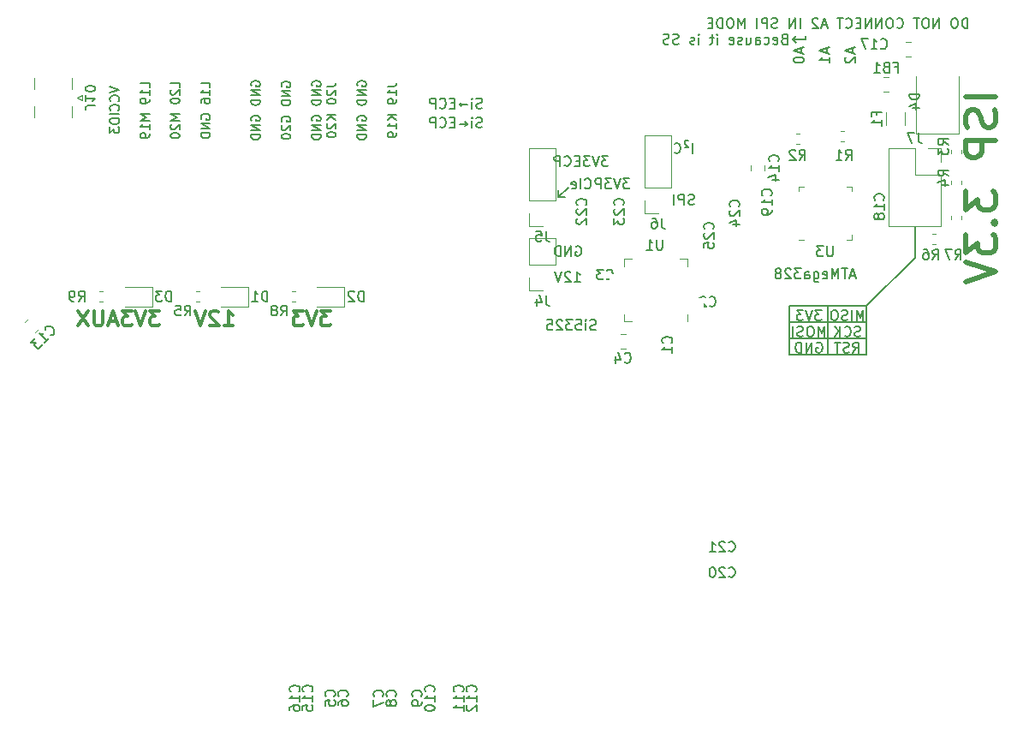
<source format=gbr>
%TF.GenerationSoftware,KiCad,Pcbnew,5.1.5*%
%TF.CreationDate,2020-03-19T15:27:56+01:00*%
%TF.ProjectId,PCIe-Adapter,50434965-2d41-4646-9170-7465722e6b69,rev?*%
%TF.SameCoordinates,Original*%
%TF.FileFunction,Legend,Bot*%
%TF.FilePolarity,Positive*%
%FSLAX46Y46*%
G04 Gerber Fmt 4.6, Leading zero omitted, Abs format (unit mm)*
G04 Created by KiCad (PCBNEW 5.1.5) date 2020-03-19 15:27:56*
%MOMM*%
%LPD*%
G04 APERTURE LIST*
%ADD10C,0.150000*%
%ADD11C,0.300000*%
%ADD12C,0.500000*%
%ADD13C,0.120000*%
%ADD14C,0.100000*%
%ADD15R,0.802000X4.402000*%
%ADD16R,0.802000X3.302000*%
%ADD17C,2.352000*%
%ADD18C,2.152000*%
%ADD19O,1.802000X1.802000*%
%ADD20R,1.802000X1.802000*%
%ADD21R,2.402000X2.602000*%
%ADD22R,4.302000X1.452000*%
%ADD23R,3.702000X1.372000*%
G04 APERTURE END LIST*
D10*
X164202738Y-55649761D02*
X164059880Y-55697380D01*
X163821785Y-55697380D01*
X163726547Y-55649761D01*
X163678928Y-55602142D01*
X163631309Y-55506904D01*
X163631309Y-55411666D01*
X163678928Y-55316428D01*
X163726547Y-55268809D01*
X163821785Y-55221190D01*
X164012261Y-55173571D01*
X164107500Y-55125952D01*
X164155119Y-55078333D01*
X164202738Y-54983095D01*
X164202738Y-54887857D01*
X164155119Y-54792619D01*
X164107500Y-54745000D01*
X164012261Y-54697380D01*
X163774166Y-54697380D01*
X163631309Y-54745000D01*
X163202738Y-55697380D02*
X163202738Y-55030714D01*
X163202738Y-54697380D02*
X163250357Y-54745000D01*
X163202738Y-54792619D01*
X163155119Y-54745000D01*
X163202738Y-54697380D01*
X163202738Y-54792619D01*
X162726547Y-55316428D02*
X161964642Y-55316428D01*
X162155119Y-55506904D02*
X161964642Y-55316428D01*
X162155119Y-55125952D01*
X161488452Y-55173571D02*
X161155119Y-55173571D01*
X161012261Y-55697380D02*
X161488452Y-55697380D01*
X161488452Y-54697380D01*
X161012261Y-54697380D01*
X160012261Y-55602142D02*
X160059880Y-55649761D01*
X160202738Y-55697380D01*
X160297976Y-55697380D01*
X160440833Y-55649761D01*
X160536071Y-55554523D01*
X160583690Y-55459285D01*
X160631309Y-55268809D01*
X160631309Y-55125952D01*
X160583690Y-54935476D01*
X160536071Y-54840238D01*
X160440833Y-54745000D01*
X160297976Y-54697380D01*
X160202738Y-54697380D01*
X160059880Y-54745000D01*
X160012261Y-54792619D01*
X159583690Y-55697380D02*
X159583690Y-54697380D01*
X159202738Y-54697380D01*
X159107500Y-54745000D01*
X159059880Y-54792619D01*
X159012261Y-54887857D01*
X159012261Y-55030714D01*
X159059880Y-55125952D01*
X159107500Y-55173571D01*
X159202738Y-55221190D01*
X159583690Y-55221190D01*
X164202738Y-57554761D02*
X164059880Y-57602380D01*
X163821785Y-57602380D01*
X163726547Y-57554761D01*
X163678928Y-57507142D01*
X163631309Y-57411904D01*
X163631309Y-57316666D01*
X163678928Y-57221428D01*
X163726547Y-57173809D01*
X163821785Y-57126190D01*
X164012261Y-57078571D01*
X164107500Y-57030952D01*
X164155119Y-56983333D01*
X164202738Y-56888095D01*
X164202738Y-56792857D01*
X164155119Y-56697619D01*
X164107500Y-56650000D01*
X164012261Y-56602380D01*
X163774166Y-56602380D01*
X163631309Y-56650000D01*
X163202738Y-57602380D02*
X163202738Y-56935714D01*
X163202738Y-56602380D02*
X163250357Y-56650000D01*
X163202738Y-56697619D01*
X163155119Y-56650000D01*
X163202738Y-56602380D01*
X163202738Y-56697619D01*
X161964642Y-57221428D02*
X162726547Y-57221428D01*
X162536071Y-57411904D02*
X162726547Y-57221428D01*
X162536071Y-57030952D01*
X161488452Y-57078571D02*
X161155119Y-57078571D01*
X161012261Y-57602380D02*
X161488452Y-57602380D01*
X161488452Y-56602380D01*
X161012261Y-56602380D01*
X160012261Y-57507142D02*
X160059880Y-57554761D01*
X160202738Y-57602380D01*
X160297976Y-57602380D01*
X160440833Y-57554761D01*
X160536071Y-57459523D01*
X160583690Y-57364285D01*
X160631309Y-57173809D01*
X160631309Y-57030952D01*
X160583690Y-56840476D01*
X160536071Y-56745238D01*
X160440833Y-56650000D01*
X160297976Y-56602380D01*
X160202738Y-56602380D01*
X160059880Y-56650000D01*
X160012261Y-56697619D01*
X159583690Y-57602380D02*
X159583690Y-56602380D01*
X159202738Y-56602380D01*
X159107500Y-56650000D01*
X159059880Y-56697619D01*
X159012261Y-56792857D01*
X159012261Y-56935714D01*
X159059880Y-57030952D01*
X159107500Y-57078571D01*
X159202738Y-57126190D01*
X159583690Y-57126190D01*
X141390000Y-53480000D02*
X141347142Y-53394285D01*
X141347142Y-53265714D01*
X141390000Y-53137142D01*
X141475714Y-53051428D01*
X141561428Y-53008571D01*
X141732857Y-52965714D01*
X141861428Y-52965714D01*
X142032857Y-53008571D01*
X142118571Y-53051428D01*
X142204285Y-53137142D01*
X142247142Y-53265714D01*
X142247142Y-53351428D01*
X142204285Y-53480000D01*
X142161428Y-53522857D01*
X141861428Y-53522857D01*
X141861428Y-53351428D01*
X142247142Y-53908571D02*
X141347142Y-53908571D01*
X142247142Y-54422857D01*
X141347142Y-54422857D01*
X142247142Y-54851428D02*
X141347142Y-54851428D01*
X141347142Y-55065714D01*
X141390000Y-55194285D01*
X141475714Y-55280000D01*
X141561428Y-55322857D01*
X141732857Y-55365714D01*
X141861428Y-55365714D01*
X142032857Y-55322857D01*
X142118571Y-55280000D01*
X142204285Y-55194285D01*
X142247142Y-55065714D01*
X142247142Y-54851428D01*
X141390000Y-56908571D02*
X141347142Y-56822857D01*
X141347142Y-56694285D01*
X141390000Y-56565714D01*
X141475714Y-56480000D01*
X141561428Y-56437142D01*
X141732857Y-56394285D01*
X141861428Y-56394285D01*
X142032857Y-56437142D01*
X142118571Y-56480000D01*
X142204285Y-56565714D01*
X142247142Y-56694285D01*
X142247142Y-56780000D01*
X142204285Y-56908571D01*
X142161428Y-56951428D01*
X141861428Y-56951428D01*
X141861428Y-56780000D01*
X142247142Y-57337142D02*
X141347142Y-57337142D01*
X142247142Y-57851428D01*
X141347142Y-57851428D01*
X142247142Y-58280000D02*
X141347142Y-58280000D01*
X141347142Y-58494285D01*
X141390000Y-58622857D01*
X141475714Y-58708571D01*
X141561428Y-58751428D01*
X141732857Y-58794285D01*
X141861428Y-58794285D01*
X142032857Y-58751428D01*
X142118571Y-58708571D01*
X142204285Y-58622857D01*
X142247142Y-58494285D01*
X142247142Y-58280000D01*
X144390000Y-53544285D02*
X144347142Y-53458571D01*
X144347142Y-53330000D01*
X144390000Y-53201428D01*
X144475714Y-53115714D01*
X144561428Y-53072857D01*
X144732857Y-53030000D01*
X144861428Y-53030000D01*
X145032857Y-53072857D01*
X145118571Y-53115714D01*
X145204285Y-53201428D01*
X145247142Y-53330000D01*
X145247142Y-53415714D01*
X145204285Y-53544285D01*
X145161428Y-53587142D01*
X144861428Y-53587142D01*
X144861428Y-53415714D01*
X145247142Y-53972857D02*
X144347142Y-53972857D01*
X145247142Y-54487142D01*
X144347142Y-54487142D01*
X145247142Y-54915714D02*
X144347142Y-54915714D01*
X144347142Y-55130000D01*
X144390000Y-55258571D01*
X144475714Y-55344285D01*
X144561428Y-55387142D01*
X144732857Y-55430000D01*
X144861428Y-55430000D01*
X145032857Y-55387142D01*
X145118571Y-55344285D01*
X145204285Y-55258571D01*
X145247142Y-55130000D01*
X145247142Y-54915714D01*
X144390000Y-56972857D02*
X144347142Y-56887142D01*
X144347142Y-56758571D01*
X144390000Y-56630000D01*
X144475714Y-56544285D01*
X144561428Y-56501428D01*
X144732857Y-56458571D01*
X144861428Y-56458571D01*
X145032857Y-56501428D01*
X145118571Y-56544285D01*
X145204285Y-56630000D01*
X145247142Y-56758571D01*
X145247142Y-56844285D01*
X145204285Y-56972857D01*
X145161428Y-57015714D01*
X144861428Y-57015714D01*
X144861428Y-56844285D01*
X144432857Y-57358571D02*
X144390000Y-57401428D01*
X144347142Y-57487142D01*
X144347142Y-57701428D01*
X144390000Y-57787142D01*
X144432857Y-57830000D01*
X144518571Y-57872857D01*
X144604285Y-57872857D01*
X144732857Y-57830000D01*
X145247142Y-57315714D01*
X145247142Y-57872857D01*
X144347142Y-58430000D02*
X144347142Y-58515714D01*
X144390000Y-58601428D01*
X144432857Y-58644285D01*
X144518571Y-58687142D01*
X144690000Y-58730000D01*
X144904285Y-58730000D01*
X145075714Y-58687142D01*
X145161428Y-58644285D01*
X145204285Y-58601428D01*
X145247142Y-58515714D01*
X145247142Y-58430000D01*
X145204285Y-58344285D01*
X145161428Y-58301428D01*
X145075714Y-58258571D01*
X144904285Y-58215714D01*
X144690000Y-58215714D01*
X144518571Y-58258571D01*
X144432857Y-58301428D01*
X144390000Y-58344285D01*
X144347142Y-58430000D01*
X147390000Y-53480000D02*
X147347142Y-53394285D01*
X147347142Y-53265714D01*
X147390000Y-53137142D01*
X147475714Y-53051428D01*
X147561428Y-53008571D01*
X147732857Y-52965714D01*
X147861428Y-52965714D01*
X148032857Y-53008571D01*
X148118571Y-53051428D01*
X148204285Y-53137142D01*
X148247142Y-53265714D01*
X148247142Y-53351428D01*
X148204285Y-53480000D01*
X148161428Y-53522857D01*
X147861428Y-53522857D01*
X147861428Y-53351428D01*
X148247142Y-53908571D02*
X147347142Y-53908571D01*
X148247142Y-54422857D01*
X147347142Y-54422857D01*
X148247142Y-54851428D02*
X147347142Y-54851428D01*
X147347142Y-55065714D01*
X147390000Y-55194285D01*
X147475714Y-55280000D01*
X147561428Y-55322857D01*
X147732857Y-55365714D01*
X147861428Y-55365714D01*
X148032857Y-55322857D01*
X148118571Y-55280000D01*
X148204285Y-55194285D01*
X148247142Y-55065714D01*
X148247142Y-54851428D01*
X147390000Y-56908571D02*
X147347142Y-56822857D01*
X147347142Y-56694285D01*
X147390000Y-56565714D01*
X147475714Y-56480000D01*
X147561428Y-56437142D01*
X147732857Y-56394285D01*
X147861428Y-56394285D01*
X148032857Y-56437142D01*
X148118571Y-56480000D01*
X148204285Y-56565714D01*
X148247142Y-56694285D01*
X148247142Y-56780000D01*
X148204285Y-56908571D01*
X148161428Y-56951428D01*
X147861428Y-56951428D01*
X147861428Y-56780000D01*
X148247142Y-57337142D02*
X147347142Y-57337142D01*
X148247142Y-57851428D01*
X147347142Y-57851428D01*
X148247142Y-58280000D02*
X147347142Y-58280000D01*
X147347142Y-58494285D01*
X147390000Y-58622857D01*
X147475714Y-58708571D01*
X147561428Y-58751428D01*
X147732857Y-58794285D01*
X147861428Y-58794285D01*
X148032857Y-58751428D01*
X148118571Y-58708571D01*
X148204285Y-58622857D01*
X148247142Y-58494285D01*
X148247142Y-58280000D01*
X148847142Y-53501428D02*
X149490000Y-53501428D01*
X149618571Y-53458571D01*
X149704285Y-53372857D01*
X149747142Y-53244285D01*
X149747142Y-53158571D01*
X148932857Y-53887142D02*
X148890000Y-53930000D01*
X148847142Y-54015714D01*
X148847142Y-54230000D01*
X148890000Y-54315714D01*
X148932857Y-54358571D01*
X149018571Y-54401428D01*
X149104285Y-54401428D01*
X149232857Y-54358571D01*
X149747142Y-53844285D01*
X149747142Y-54401428D01*
X148847142Y-54958571D02*
X148847142Y-55044285D01*
X148890000Y-55130000D01*
X148932857Y-55172857D01*
X149018571Y-55215714D01*
X149190000Y-55258571D01*
X149404285Y-55258571D01*
X149575714Y-55215714D01*
X149661428Y-55172857D01*
X149704285Y-55130000D01*
X149747142Y-55044285D01*
X149747142Y-54958571D01*
X149704285Y-54872857D01*
X149661428Y-54830000D01*
X149575714Y-54787142D01*
X149404285Y-54744285D01*
X149190000Y-54744285D01*
X149018571Y-54787142D01*
X148932857Y-54830000D01*
X148890000Y-54872857D01*
X148847142Y-54958571D01*
X149747142Y-56330000D02*
X148847142Y-56330000D01*
X149747142Y-56844285D02*
X149232857Y-56458571D01*
X148847142Y-56844285D02*
X149361428Y-56330000D01*
X148932857Y-57187142D02*
X148890000Y-57230000D01*
X148847142Y-57315714D01*
X148847142Y-57530000D01*
X148890000Y-57615714D01*
X148932857Y-57658571D01*
X149018571Y-57701428D01*
X149104285Y-57701428D01*
X149232857Y-57658571D01*
X149747142Y-57144285D01*
X149747142Y-57701428D01*
X148847142Y-58258571D02*
X148847142Y-58344285D01*
X148890000Y-58430000D01*
X148932857Y-58472857D01*
X149018571Y-58515714D01*
X149190000Y-58558571D01*
X149404285Y-58558571D01*
X149575714Y-58515714D01*
X149661428Y-58472857D01*
X149704285Y-58430000D01*
X149747142Y-58344285D01*
X149747142Y-58258571D01*
X149704285Y-58172857D01*
X149661428Y-58130000D01*
X149575714Y-58087142D01*
X149404285Y-58044285D01*
X149190000Y-58044285D01*
X149018571Y-58087142D01*
X148932857Y-58130000D01*
X148890000Y-58172857D01*
X148847142Y-58258571D01*
X151890000Y-53480000D02*
X151847142Y-53394285D01*
X151847142Y-53265714D01*
X151890000Y-53137142D01*
X151975714Y-53051428D01*
X152061428Y-53008571D01*
X152232857Y-52965714D01*
X152361428Y-52965714D01*
X152532857Y-53008571D01*
X152618571Y-53051428D01*
X152704285Y-53137142D01*
X152747142Y-53265714D01*
X152747142Y-53351428D01*
X152704285Y-53480000D01*
X152661428Y-53522857D01*
X152361428Y-53522857D01*
X152361428Y-53351428D01*
X152747142Y-53908571D02*
X151847142Y-53908571D01*
X152747142Y-54422857D01*
X151847142Y-54422857D01*
X152747142Y-54851428D02*
X151847142Y-54851428D01*
X151847142Y-55065714D01*
X151890000Y-55194285D01*
X151975714Y-55280000D01*
X152061428Y-55322857D01*
X152232857Y-55365714D01*
X152361428Y-55365714D01*
X152532857Y-55322857D01*
X152618571Y-55280000D01*
X152704285Y-55194285D01*
X152747142Y-55065714D01*
X152747142Y-54851428D01*
X151890000Y-56908571D02*
X151847142Y-56822857D01*
X151847142Y-56694285D01*
X151890000Y-56565714D01*
X151975714Y-56480000D01*
X152061428Y-56437142D01*
X152232857Y-56394285D01*
X152361428Y-56394285D01*
X152532857Y-56437142D01*
X152618571Y-56480000D01*
X152704285Y-56565714D01*
X152747142Y-56694285D01*
X152747142Y-56780000D01*
X152704285Y-56908571D01*
X152661428Y-56951428D01*
X152361428Y-56951428D01*
X152361428Y-56780000D01*
X152747142Y-57337142D02*
X151847142Y-57337142D01*
X152747142Y-57851428D01*
X151847142Y-57851428D01*
X152747142Y-58280000D02*
X151847142Y-58280000D01*
X151847142Y-58494285D01*
X151890000Y-58622857D01*
X151975714Y-58708571D01*
X152061428Y-58751428D01*
X152232857Y-58794285D01*
X152361428Y-58794285D01*
X152532857Y-58751428D01*
X152618571Y-58708571D01*
X152704285Y-58622857D01*
X152747142Y-58494285D01*
X152747142Y-58280000D01*
X154847142Y-53501428D02*
X155490000Y-53501428D01*
X155618571Y-53458571D01*
X155704285Y-53372857D01*
X155747142Y-53244285D01*
X155747142Y-53158571D01*
X155747142Y-54401428D02*
X155747142Y-53887142D01*
X155747142Y-54144285D02*
X154847142Y-54144285D01*
X154975714Y-54058571D01*
X155061428Y-53972857D01*
X155104285Y-53887142D01*
X155747142Y-54830000D02*
X155747142Y-55001428D01*
X155704285Y-55087142D01*
X155661428Y-55130000D01*
X155532857Y-55215714D01*
X155361428Y-55258571D01*
X155018571Y-55258571D01*
X154932857Y-55215714D01*
X154890000Y-55172857D01*
X154847142Y-55087142D01*
X154847142Y-54915714D01*
X154890000Y-54830000D01*
X154932857Y-54787142D01*
X155018571Y-54744285D01*
X155232857Y-54744285D01*
X155318571Y-54787142D01*
X155361428Y-54830000D01*
X155404285Y-54915714D01*
X155404285Y-55087142D01*
X155361428Y-55172857D01*
X155318571Y-55215714D01*
X155232857Y-55258571D01*
X155747142Y-56330000D02*
X154847142Y-56330000D01*
X155747142Y-56844285D02*
X155232857Y-56458571D01*
X154847142Y-56844285D02*
X155361428Y-56330000D01*
X155747142Y-57701428D02*
X155747142Y-57187142D01*
X155747142Y-57444285D02*
X154847142Y-57444285D01*
X154975714Y-57358571D01*
X155061428Y-57272857D01*
X155104285Y-57187142D01*
X155747142Y-58130000D02*
X155747142Y-58301428D01*
X155704285Y-58387142D01*
X155661428Y-58430000D01*
X155532857Y-58515714D01*
X155361428Y-58558571D01*
X155018571Y-58558571D01*
X154932857Y-58515714D01*
X154890000Y-58472857D01*
X154847142Y-58387142D01*
X154847142Y-58215714D01*
X154890000Y-58130000D01*
X154932857Y-58087142D01*
X155018571Y-58044285D01*
X155232857Y-58044285D01*
X155318571Y-58087142D01*
X155361428Y-58130000D01*
X155404285Y-58215714D01*
X155404285Y-58387142D01*
X155361428Y-58472857D01*
X155318571Y-58515714D01*
X155232857Y-58558571D01*
X127404642Y-53565714D02*
X128304642Y-53865714D01*
X127404642Y-54165714D01*
X128218928Y-54980000D02*
X128261785Y-54937142D01*
X128304642Y-54808571D01*
X128304642Y-54722857D01*
X128261785Y-54594285D01*
X128176071Y-54508571D01*
X128090357Y-54465714D01*
X127918928Y-54422857D01*
X127790357Y-54422857D01*
X127618928Y-54465714D01*
X127533214Y-54508571D01*
X127447500Y-54594285D01*
X127404642Y-54722857D01*
X127404642Y-54808571D01*
X127447500Y-54937142D01*
X127490357Y-54980000D01*
X128218928Y-55880000D02*
X128261785Y-55837142D01*
X128304642Y-55708571D01*
X128304642Y-55622857D01*
X128261785Y-55494285D01*
X128176071Y-55408571D01*
X128090357Y-55365714D01*
X127918928Y-55322857D01*
X127790357Y-55322857D01*
X127618928Y-55365714D01*
X127533214Y-55408571D01*
X127447500Y-55494285D01*
X127404642Y-55622857D01*
X127404642Y-55708571D01*
X127447500Y-55837142D01*
X127490357Y-55880000D01*
X128304642Y-56265714D02*
X127404642Y-56265714D01*
X127404642Y-56865714D02*
X127404642Y-57037142D01*
X127447500Y-57122857D01*
X127533214Y-57208571D01*
X127704642Y-57251428D01*
X128004642Y-57251428D01*
X128176071Y-57208571D01*
X128261785Y-57122857D01*
X128304642Y-57037142D01*
X128304642Y-56865714D01*
X128261785Y-56780000D01*
X128176071Y-56694285D01*
X128004642Y-56651428D01*
X127704642Y-56651428D01*
X127533214Y-56694285D01*
X127447500Y-56780000D01*
X127404642Y-56865714D01*
X127404642Y-57551428D02*
X127404642Y-58108571D01*
X127747500Y-57808571D01*
X127747500Y-57937142D01*
X127790357Y-58022857D01*
X127833214Y-58065714D01*
X127918928Y-58108571D01*
X128133214Y-58108571D01*
X128218928Y-58065714D01*
X128261785Y-58022857D01*
X128304642Y-57937142D01*
X128304642Y-57680000D01*
X128261785Y-57594285D01*
X128218928Y-57551428D01*
X131304642Y-53587142D02*
X131304642Y-53158571D01*
X130404642Y-53158571D01*
X131304642Y-54358571D02*
X131304642Y-53844285D01*
X131304642Y-54101428D02*
X130404642Y-54101428D01*
X130533214Y-54015714D01*
X130618928Y-53930000D01*
X130661785Y-53844285D01*
X131304642Y-54787142D02*
X131304642Y-54958571D01*
X131261785Y-55044285D01*
X131218928Y-55087142D01*
X131090357Y-55172857D01*
X130918928Y-55215714D01*
X130576071Y-55215714D01*
X130490357Y-55172857D01*
X130447500Y-55130000D01*
X130404642Y-55044285D01*
X130404642Y-54872857D01*
X130447500Y-54787142D01*
X130490357Y-54744285D01*
X130576071Y-54701428D01*
X130790357Y-54701428D01*
X130876071Y-54744285D01*
X130918928Y-54787142D01*
X130961785Y-54872857D01*
X130961785Y-55044285D01*
X130918928Y-55130000D01*
X130876071Y-55172857D01*
X130790357Y-55215714D01*
X131304642Y-56287142D02*
X130404642Y-56287142D01*
X131047500Y-56587142D01*
X130404642Y-56887142D01*
X131304642Y-56887142D01*
X131304642Y-57787142D02*
X131304642Y-57272857D01*
X131304642Y-57530000D02*
X130404642Y-57530000D01*
X130533214Y-57444285D01*
X130618928Y-57358571D01*
X130661785Y-57272857D01*
X131304642Y-58215714D02*
X131304642Y-58387142D01*
X131261785Y-58472857D01*
X131218928Y-58515714D01*
X131090357Y-58601428D01*
X130918928Y-58644285D01*
X130576071Y-58644285D01*
X130490357Y-58601428D01*
X130447500Y-58558571D01*
X130404642Y-58472857D01*
X130404642Y-58301428D01*
X130447500Y-58215714D01*
X130490357Y-58172857D01*
X130576071Y-58130000D01*
X130790357Y-58130000D01*
X130876071Y-58172857D01*
X130918928Y-58215714D01*
X130961785Y-58301428D01*
X130961785Y-58472857D01*
X130918928Y-58558571D01*
X130876071Y-58601428D01*
X130790357Y-58644285D01*
X134304642Y-53587142D02*
X134304642Y-53158571D01*
X133404642Y-53158571D01*
X133490357Y-53844285D02*
X133447500Y-53887142D01*
X133404642Y-53972857D01*
X133404642Y-54187142D01*
X133447500Y-54272857D01*
X133490357Y-54315714D01*
X133576071Y-54358571D01*
X133661785Y-54358571D01*
X133790357Y-54315714D01*
X134304642Y-53801428D01*
X134304642Y-54358571D01*
X133404642Y-54915714D02*
X133404642Y-55001428D01*
X133447500Y-55087142D01*
X133490357Y-55130000D01*
X133576071Y-55172857D01*
X133747500Y-55215714D01*
X133961785Y-55215714D01*
X134133214Y-55172857D01*
X134218928Y-55130000D01*
X134261785Y-55087142D01*
X134304642Y-55001428D01*
X134304642Y-54915714D01*
X134261785Y-54830000D01*
X134218928Y-54787142D01*
X134133214Y-54744285D01*
X133961785Y-54701428D01*
X133747500Y-54701428D01*
X133576071Y-54744285D01*
X133490357Y-54787142D01*
X133447500Y-54830000D01*
X133404642Y-54915714D01*
X134304642Y-56287142D02*
X133404642Y-56287142D01*
X134047500Y-56587142D01*
X133404642Y-56887142D01*
X134304642Y-56887142D01*
X133490357Y-57272857D02*
X133447500Y-57315714D01*
X133404642Y-57401428D01*
X133404642Y-57615714D01*
X133447500Y-57701428D01*
X133490357Y-57744285D01*
X133576071Y-57787142D01*
X133661785Y-57787142D01*
X133790357Y-57744285D01*
X134304642Y-57230000D01*
X134304642Y-57787142D01*
X133404642Y-58344285D02*
X133404642Y-58430000D01*
X133447500Y-58515714D01*
X133490357Y-58558571D01*
X133576071Y-58601428D01*
X133747500Y-58644285D01*
X133961785Y-58644285D01*
X134133214Y-58601428D01*
X134218928Y-58558571D01*
X134261785Y-58515714D01*
X134304642Y-58430000D01*
X134304642Y-58344285D01*
X134261785Y-58258571D01*
X134218928Y-58215714D01*
X134133214Y-58172857D01*
X133961785Y-58130000D01*
X133747500Y-58130000D01*
X133576071Y-58172857D01*
X133490357Y-58215714D01*
X133447500Y-58258571D01*
X133404642Y-58344285D01*
X137304642Y-53587142D02*
X137304642Y-53158571D01*
X136404642Y-53158571D01*
X137304642Y-54358571D02*
X137304642Y-53844285D01*
X137304642Y-54101428D02*
X136404642Y-54101428D01*
X136533214Y-54015714D01*
X136618928Y-53930000D01*
X136661785Y-53844285D01*
X136404642Y-55130000D02*
X136404642Y-54958571D01*
X136447500Y-54872857D01*
X136490357Y-54830000D01*
X136618928Y-54744285D01*
X136790357Y-54701428D01*
X137133214Y-54701428D01*
X137218928Y-54744285D01*
X137261785Y-54787142D01*
X137304642Y-54872857D01*
X137304642Y-55044285D01*
X137261785Y-55130000D01*
X137218928Y-55172857D01*
X137133214Y-55215714D01*
X136918928Y-55215714D01*
X136833214Y-55172857D01*
X136790357Y-55130000D01*
X136747500Y-55044285D01*
X136747500Y-54872857D01*
X136790357Y-54787142D01*
X136833214Y-54744285D01*
X136918928Y-54701428D01*
X136447500Y-56758571D02*
X136404642Y-56672857D01*
X136404642Y-56544285D01*
X136447500Y-56415714D01*
X136533214Y-56330000D01*
X136618928Y-56287142D01*
X136790357Y-56244285D01*
X136918928Y-56244285D01*
X137090357Y-56287142D01*
X137176071Y-56330000D01*
X137261785Y-56415714D01*
X137304642Y-56544285D01*
X137304642Y-56630000D01*
X137261785Y-56758571D01*
X137218928Y-56801428D01*
X136918928Y-56801428D01*
X136918928Y-56630000D01*
X137304642Y-57187142D02*
X136404642Y-57187142D01*
X137304642Y-57701428D01*
X136404642Y-57701428D01*
X137304642Y-58130000D02*
X136404642Y-58130000D01*
X136404642Y-58344285D01*
X136447500Y-58472857D01*
X136533214Y-58558571D01*
X136618928Y-58601428D01*
X136790357Y-58644285D01*
X136918928Y-58644285D01*
X137090357Y-58601428D01*
X137176071Y-58558571D01*
X137261785Y-58472857D01*
X137304642Y-58344285D01*
X137304642Y-58130000D01*
X201119880Y-72239166D02*
X200643690Y-72239166D01*
X201215119Y-72524880D02*
X200881785Y-71524880D01*
X200548452Y-72524880D01*
X200357976Y-71524880D02*
X199786547Y-71524880D01*
X200072261Y-72524880D02*
X200072261Y-71524880D01*
X199453214Y-72524880D02*
X199453214Y-71524880D01*
X199119880Y-72239166D01*
X198786547Y-71524880D01*
X198786547Y-72524880D01*
X197929404Y-72477261D02*
X198024642Y-72524880D01*
X198215119Y-72524880D01*
X198310357Y-72477261D01*
X198357976Y-72382023D01*
X198357976Y-72001071D01*
X198310357Y-71905833D01*
X198215119Y-71858214D01*
X198024642Y-71858214D01*
X197929404Y-71905833D01*
X197881785Y-72001071D01*
X197881785Y-72096309D01*
X198357976Y-72191547D01*
X197024642Y-71858214D02*
X197024642Y-72667738D01*
X197072261Y-72762976D01*
X197119880Y-72810595D01*
X197215119Y-72858214D01*
X197357976Y-72858214D01*
X197453214Y-72810595D01*
X197024642Y-72477261D02*
X197119880Y-72524880D01*
X197310357Y-72524880D01*
X197405595Y-72477261D01*
X197453214Y-72429642D01*
X197500833Y-72334404D01*
X197500833Y-72048690D01*
X197453214Y-71953452D01*
X197405595Y-71905833D01*
X197310357Y-71858214D01*
X197119880Y-71858214D01*
X197024642Y-71905833D01*
X196119880Y-72524880D02*
X196119880Y-72001071D01*
X196167500Y-71905833D01*
X196262738Y-71858214D01*
X196453214Y-71858214D01*
X196548452Y-71905833D01*
X196119880Y-72477261D02*
X196215119Y-72524880D01*
X196453214Y-72524880D01*
X196548452Y-72477261D01*
X196596071Y-72382023D01*
X196596071Y-72286785D01*
X196548452Y-72191547D01*
X196453214Y-72143928D01*
X196215119Y-72143928D01*
X196119880Y-72096309D01*
X195738928Y-71524880D02*
X195119880Y-71524880D01*
X195453214Y-71905833D01*
X195310357Y-71905833D01*
X195215119Y-71953452D01*
X195167500Y-72001071D01*
X195119880Y-72096309D01*
X195119880Y-72334404D01*
X195167500Y-72429642D01*
X195215119Y-72477261D01*
X195310357Y-72524880D01*
X195596071Y-72524880D01*
X195691309Y-72477261D01*
X195738928Y-72429642D01*
X194738928Y-71620119D02*
X194691309Y-71572500D01*
X194596071Y-71524880D01*
X194357976Y-71524880D01*
X194262738Y-71572500D01*
X194215119Y-71620119D01*
X194167500Y-71715357D01*
X194167500Y-71810595D01*
X194215119Y-71953452D01*
X194786547Y-72524880D01*
X194167500Y-72524880D01*
X193596071Y-71953452D02*
X193691309Y-71905833D01*
X193738928Y-71858214D01*
X193786547Y-71762976D01*
X193786547Y-71715357D01*
X193738928Y-71620119D01*
X193691309Y-71572500D01*
X193596071Y-71524880D01*
X193405595Y-71524880D01*
X193310357Y-71572500D01*
X193262738Y-71620119D01*
X193215119Y-71715357D01*
X193215119Y-71762976D01*
X193262738Y-71858214D01*
X193310357Y-71905833D01*
X193405595Y-71953452D01*
X193596071Y-71953452D01*
X193691309Y-72001071D01*
X193738928Y-72048690D01*
X193786547Y-72143928D01*
X193786547Y-72334404D01*
X193738928Y-72429642D01*
X193691309Y-72477261D01*
X193596071Y-72524880D01*
X193405595Y-72524880D01*
X193310357Y-72477261D01*
X193262738Y-72429642D01*
X193215119Y-72334404D01*
X193215119Y-72143928D01*
X193262738Y-72048690D01*
X193310357Y-72001071D01*
X193405595Y-71953452D01*
X175466071Y-77557261D02*
X175323214Y-77604880D01*
X175085119Y-77604880D01*
X174989880Y-77557261D01*
X174942261Y-77509642D01*
X174894642Y-77414404D01*
X174894642Y-77319166D01*
X174942261Y-77223928D01*
X174989880Y-77176309D01*
X175085119Y-77128690D01*
X175275595Y-77081071D01*
X175370833Y-77033452D01*
X175418452Y-76985833D01*
X175466071Y-76890595D01*
X175466071Y-76795357D01*
X175418452Y-76700119D01*
X175370833Y-76652500D01*
X175275595Y-76604880D01*
X175037500Y-76604880D01*
X174894642Y-76652500D01*
X174466071Y-77604880D02*
X174466071Y-76938214D01*
X174466071Y-76604880D02*
X174513690Y-76652500D01*
X174466071Y-76700119D01*
X174418452Y-76652500D01*
X174466071Y-76604880D01*
X174466071Y-76700119D01*
X173513690Y-76604880D02*
X173989880Y-76604880D01*
X174037500Y-77081071D01*
X173989880Y-77033452D01*
X173894642Y-76985833D01*
X173656547Y-76985833D01*
X173561309Y-77033452D01*
X173513690Y-77081071D01*
X173466071Y-77176309D01*
X173466071Y-77414404D01*
X173513690Y-77509642D01*
X173561309Y-77557261D01*
X173656547Y-77604880D01*
X173894642Y-77604880D01*
X173989880Y-77557261D01*
X174037500Y-77509642D01*
X173132738Y-76604880D02*
X172513690Y-76604880D01*
X172847023Y-76985833D01*
X172704166Y-76985833D01*
X172608928Y-77033452D01*
X172561309Y-77081071D01*
X172513690Y-77176309D01*
X172513690Y-77414404D01*
X172561309Y-77509642D01*
X172608928Y-77557261D01*
X172704166Y-77604880D01*
X172989880Y-77604880D01*
X173085119Y-77557261D01*
X173132738Y-77509642D01*
X172132738Y-76700119D02*
X172085119Y-76652500D01*
X171989880Y-76604880D01*
X171751785Y-76604880D01*
X171656547Y-76652500D01*
X171608928Y-76700119D01*
X171561309Y-76795357D01*
X171561309Y-76890595D01*
X171608928Y-77033452D01*
X172180357Y-77604880D01*
X171561309Y-77604880D01*
X170656547Y-76604880D02*
X171132738Y-76604880D01*
X171180357Y-77081071D01*
X171132738Y-77033452D01*
X171037500Y-76985833D01*
X170799404Y-76985833D01*
X170704166Y-77033452D01*
X170656547Y-77081071D01*
X170608928Y-77176309D01*
X170608928Y-77414404D01*
X170656547Y-77509642D01*
X170704166Y-77557261D01*
X170799404Y-77604880D01*
X171037500Y-77604880D01*
X171132738Y-77557261D01*
X171180357Y-77509642D01*
X196215000Y-48895000D02*
X196215000Y-48577500D01*
X194945000Y-48895000D02*
X196215000Y-48895000D01*
X195262500Y-48577500D02*
X194945000Y-48895000D01*
X194945000Y-48895000D02*
X195262500Y-48577500D01*
X195262500Y-49212500D02*
X194945000Y-48895000D01*
X194063214Y-48823571D02*
X193920357Y-48871190D01*
X193872738Y-48918809D01*
X193825119Y-49014047D01*
X193825119Y-49156904D01*
X193872738Y-49252142D01*
X193920357Y-49299761D01*
X194015595Y-49347380D01*
X194396547Y-49347380D01*
X194396547Y-48347380D01*
X194063214Y-48347380D01*
X193967976Y-48395000D01*
X193920357Y-48442619D01*
X193872738Y-48537857D01*
X193872738Y-48633095D01*
X193920357Y-48728333D01*
X193967976Y-48775952D01*
X194063214Y-48823571D01*
X194396547Y-48823571D01*
X193015595Y-49299761D02*
X193110833Y-49347380D01*
X193301309Y-49347380D01*
X193396547Y-49299761D01*
X193444166Y-49204523D01*
X193444166Y-48823571D01*
X193396547Y-48728333D01*
X193301309Y-48680714D01*
X193110833Y-48680714D01*
X193015595Y-48728333D01*
X192967976Y-48823571D01*
X192967976Y-48918809D01*
X193444166Y-49014047D01*
X192110833Y-49299761D02*
X192206071Y-49347380D01*
X192396547Y-49347380D01*
X192491785Y-49299761D01*
X192539404Y-49252142D01*
X192587023Y-49156904D01*
X192587023Y-48871190D01*
X192539404Y-48775952D01*
X192491785Y-48728333D01*
X192396547Y-48680714D01*
X192206071Y-48680714D01*
X192110833Y-48728333D01*
X191253690Y-49347380D02*
X191253690Y-48823571D01*
X191301309Y-48728333D01*
X191396547Y-48680714D01*
X191587023Y-48680714D01*
X191682261Y-48728333D01*
X191253690Y-49299761D02*
X191348928Y-49347380D01*
X191587023Y-49347380D01*
X191682261Y-49299761D01*
X191729880Y-49204523D01*
X191729880Y-49109285D01*
X191682261Y-49014047D01*
X191587023Y-48966428D01*
X191348928Y-48966428D01*
X191253690Y-48918809D01*
X190348928Y-48680714D02*
X190348928Y-49347380D01*
X190777500Y-48680714D02*
X190777500Y-49204523D01*
X190729880Y-49299761D01*
X190634642Y-49347380D01*
X190491785Y-49347380D01*
X190396547Y-49299761D01*
X190348928Y-49252142D01*
X189920357Y-49299761D02*
X189825119Y-49347380D01*
X189634642Y-49347380D01*
X189539404Y-49299761D01*
X189491785Y-49204523D01*
X189491785Y-49156904D01*
X189539404Y-49061666D01*
X189634642Y-49014047D01*
X189777500Y-49014047D01*
X189872738Y-48966428D01*
X189920357Y-48871190D01*
X189920357Y-48823571D01*
X189872738Y-48728333D01*
X189777500Y-48680714D01*
X189634642Y-48680714D01*
X189539404Y-48728333D01*
X188682261Y-49299761D02*
X188777500Y-49347380D01*
X188967976Y-49347380D01*
X189063214Y-49299761D01*
X189110833Y-49204523D01*
X189110833Y-48823571D01*
X189063214Y-48728333D01*
X188967976Y-48680714D01*
X188777500Y-48680714D01*
X188682261Y-48728333D01*
X188634642Y-48823571D01*
X188634642Y-48918809D01*
X189110833Y-49014047D01*
X187444166Y-49347380D02*
X187444166Y-48680714D01*
X187444166Y-48347380D02*
X187491785Y-48395000D01*
X187444166Y-48442619D01*
X187396547Y-48395000D01*
X187444166Y-48347380D01*
X187444166Y-48442619D01*
X187110833Y-48680714D02*
X186729880Y-48680714D01*
X186967976Y-48347380D02*
X186967976Y-49204523D01*
X186920357Y-49299761D01*
X186825119Y-49347380D01*
X186729880Y-49347380D01*
X185634642Y-49347380D02*
X185634642Y-48680714D01*
X185634642Y-48347380D02*
X185682261Y-48395000D01*
X185634642Y-48442619D01*
X185587023Y-48395000D01*
X185634642Y-48347380D01*
X185634642Y-48442619D01*
X185206071Y-49299761D02*
X185110833Y-49347380D01*
X184920357Y-49347380D01*
X184825119Y-49299761D01*
X184777500Y-49204523D01*
X184777500Y-49156904D01*
X184825119Y-49061666D01*
X184920357Y-49014047D01*
X185063214Y-49014047D01*
X185158452Y-48966428D01*
X185206071Y-48871190D01*
X185206071Y-48823571D01*
X185158452Y-48728333D01*
X185063214Y-48680714D01*
X184920357Y-48680714D01*
X184825119Y-48728333D01*
X183634642Y-49299761D02*
X183491785Y-49347380D01*
X183253690Y-49347380D01*
X183158452Y-49299761D01*
X183110833Y-49252142D01*
X183063214Y-49156904D01*
X183063214Y-49061666D01*
X183110833Y-48966428D01*
X183158452Y-48918809D01*
X183253690Y-48871190D01*
X183444166Y-48823571D01*
X183539404Y-48775952D01*
X183587023Y-48728333D01*
X183634642Y-48633095D01*
X183634642Y-48537857D01*
X183587023Y-48442619D01*
X183539404Y-48395000D01*
X183444166Y-48347380D01*
X183206071Y-48347380D01*
X183063214Y-48395000D01*
X182682261Y-49299761D02*
X182539404Y-49347380D01*
X182301309Y-49347380D01*
X182206071Y-49299761D01*
X182158452Y-49252142D01*
X182110833Y-49156904D01*
X182110833Y-49061666D01*
X182158452Y-48966428D01*
X182206071Y-48918809D01*
X182301309Y-48871190D01*
X182491785Y-48823571D01*
X182587023Y-48775952D01*
X182634642Y-48728333D01*
X182682261Y-48633095D01*
X182682261Y-48537857D01*
X182634642Y-48442619D01*
X182587023Y-48395000D01*
X182491785Y-48347380D01*
X182253690Y-48347380D01*
X182110833Y-48395000D01*
X212223333Y-47759880D02*
X212223333Y-46759880D01*
X211985238Y-46759880D01*
X211842380Y-46807500D01*
X211747142Y-46902738D01*
X211699523Y-46997976D01*
X211651904Y-47188452D01*
X211651904Y-47331309D01*
X211699523Y-47521785D01*
X211747142Y-47617023D01*
X211842380Y-47712261D01*
X211985238Y-47759880D01*
X212223333Y-47759880D01*
X211032857Y-46759880D02*
X210842380Y-46759880D01*
X210747142Y-46807500D01*
X210651904Y-46902738D01*
X210604285Y-47093214D01*
X210604285Y-47426547D01*
X210651904Y-47617023D01*
X210747142Y-47712261D01*
X210842380Y-47759880D01*
X211032857Y-47759880D01*
X211128095Y-47712261D01*
X211223333Y-47617023D01*
X211270952Y-47426547D01*
X211270952Y-47093214D01*
X211223333Y-46902738D01*
X211128095Y-46807500D01*
X211032857Y-46759880D01*
X209413809Y-47759880D02*
X209413809Y-46759880D01*
X208842380Y-47759880D01*
X208842380Y-46759880D01*
X208175714Y-46759880D02*
X207985238Y-46759880D01*
X207890000Y-46807500D01*
X207794761Y-46902738D01*
X207747142Y-47093214D01*
X207747142Y-47426547D01*
X207794761Y-47617023D01*
X207890000Y-47712261D01*
X207985238Y-47759880D01*
X208175714Y-47759880D01*
X208270952Y-47712261D01*
X208366190Y-47617023D01*
X208413809Y-47426547D01*
X208413809Y-47093214D01*
X208366190Y-46902738D01*
X208270952Y-46807500D01*
X208175714Y-46759880D01*
X207461428Y-46759880D02*
X206890000Y-46759880D01*
X207175714Y-47759880D02*
X207175714Y-46759880D01*
X205223333Y-47664642D02*
X205270952Y-47712261D01*
X205413809Y-47759880D01*
X205509047Y-47759880D01*
X205651904Y-47712261D01*
X205747142Y-47617023D01*
X205794761Y-47521785D01*
X205842380Y-47331309D01*
X205842380Y-47188452D01*
X205794761Y-46997976D01*
X205747142Y-46902738D01*
X205651904Y-46807500D01*
X205509047Y-46759880D01*
X205413809Y-46759880D01*
X205270952Y-46807500D01*
X205223333Y-46855119D01*
X204604285Y-46759880D02*
X204413809Y-46759880D01*
X204318571Y-46807500D01*
X204223333Y-46902738D01*
X204175714Y-47093214D01*
X204175714Y-47426547D01*
X204223333Y-47617023D01*
X204318571Y-47712261D01*
X204413809Y-47759880D01*
X204604285Y-47759880D01*
X204699523Y-47712261D01*
X204794761Y-47617023D01*
X204842380Y-47426547D01*
X204842380Y-47093214D01*
X204794761Y-46902738D01*
X204699523Y-46807500D01*
X204604285Y-46759880D01*
X203747142Y-47759880D02*
X203747142Y-46759880D01*
X203175714Y-47759880D01*
X203175714Y-46759880D01*
X202699523Y-47759880D02*
X202699523Y-46759880D01*
X202128095Y-47759880D01*
X202128095Y-46759880D01*
X201651904Y-47236071D02*
X201318571Y-47236071D01*
X201175714Y-47759880D02*
X201651904Y-47759880D01*
X201651904Y-46759880D01*
X201175714Y-46759880D01*
X200175714Y-47664642D02*
X200223333Y-47712261D01*
X200366190Y-47759880D01*
X200461428Y-47759880D01*
X200604285Y-47712261D01*
X200699523Y-47617023D01*
X200747142Y-47521785D01*
X200794761Y-47331309D01*
X200794761Y-47188452D01*
X200747142Y-46997976D01*
X200699523Y-46902738D01*
X200604285Y-46807500D01*
X200461428Y-46759880D01*
X200366190Y-46759880D01*
X200223333Y-46807500D01*
X200175714Y-46855119D01*
X199890000Y-46759880D02*
X199318571Y-46759880D01*
X199604285Y-47759880D02*
X199604285Y-46759880D01*
X198270952Y-47474166D02*
X197794761Y-47474166D01*
X198366190Y-47759880D02*
X198032857Y-46759880D01*
X197699523Y-47759880D01*
X197413809Y-46855119D02*
X197366190Y-46807500D01*
X197270952Y-46759880D01*
X197032857Y-46759880D01*
X196937619Y-46807500D01*
X196890000Y-46855119D01*
X196842380Y-46950357D01*
X196842380Y-47045595D01*
X196890000Y-47188452D01*
X197461428Y-47759880D01*
X196842380Y-47759880D01*
X195651904Y-47759880D02*
X195651904Y-46759880D01*
X195175714Y-47759880D02*
X195175714Y-46759880D01*
X194604285Y-47759880D01*
X194604285Y-46759880D01*
X193413809Y-47712261D02*
X193270952Y-47759880D01*
X193032857Y-47759880D01*
X192937619Y-47712261D01*
X192890000Y-47664642D01*
X192842380Y-47569404D01*
X192842380Y-47474166D01*
X192890000Y-47378928D01*
X192937619Y-47331309D01*
X193032857Y-47283690D01*
X193223333Y-47236071D01*
X193318571Y-47188452D01*
X193366190Y-47140833D01*
X193413809Y-47045595D01*
X193413809Y-46950357D01*
X193366190Y-46855119D01*
X193318571Y-46807500D01*
X193223333Y-46759880D01*
X192985238Y-46759880D01*
X192842380Y-46807500D01*
X192413809Y-47759880D02*
X192413809Y-46759880D01*
X192032857Y-46759880D01*
X191937619Y-46807500D01*
X191890000Y-46855119D01*
X191842380Y-46950357D01*
X191842380Y-47093214D01*
X191890000Y-47188452D01*
X191937619Y-47236071D01*
X192032857Y-47283690D01*
X192413809Y-47283690D01*
X191413809Y-47759880D02*
X191413809Y-46759880D01*
X190175714Y-47759880D02*
X190175714Y-46759880D01*
X189842380Y-47474166D01*
X189509047Y-46759880D01*
X189509047Y-47759880D01*
X188842380Y-46759880D02*
X188651904Y-46759880D01*
X188556666Y-46807500D01*
X188461428Y-46902738D01*
X188413809Y-47093214D01*
X188413809Y-47426547D01*
X188461428Y-47617023D01*
X188556666Y-47712261D01*
X188651904Y-47759880D01*
X188842380Y-47759880D01*
X188937619Y-47712261D01*
X189032857Y-47617023D01*
X189080476Y-47426547D01*
X189080476Y-47093214D01*
X189032857Y-46902738D01*
X188937619Y-46807500D01*
X188842380Y-46759880D01*
X187985238Y-47759880D02*
X187985238Y-46759880D01*
X187747142Y-46759880D01*
X187604285Y-46807500D01*
X187509047Y-46902738D01*
X187461428Y-46997976D01*
X187413809Y-47188452D01*
X187413809Y-47331309D01*
X187461428Y-47521785D01*
X187509047Y-47617023D01*
X187604285Y-47712261D01*
X187747142Y-47759880D01*
X187985238Y-47759880D01*
X186985238Y-47236071D02*
X186651904Y-47236071D01*
X186509047Y-47759880D02*
X186985238Y-47759880D01*
X186985238Y-46759880D01*
X186509047Y-46759880D01*
X195746666Y-49768214D02*
X195746666Y-50244404D01*
X196032380Y-49672976D02*
X195032380Y-50006309D01*
X196032380Y-50339642D01*
X195032380Y-50863452D02*
X195032380Y-50958690D01*
X195080000Y-51053928D01*
X195127619Y-51101547D01*
X195222857Y-51149166D01*
X195413333Y-51196785D01*
X195651428Y-51196785D01*
X195841904Y-51149166D01*
X195937142Y-51101547D01*
X195984761Y-51053928D01*
X196032380Y-50958690D01*
X196032380Y-50863452D01*
X195984761Y-50768214D01*
X195937142Y-50720595D01*
X195841904Y-50672976D01*
X195651428Y-50625357D01*
X195413333Y-50625357D01*
X195222857Y-50672976D01*
X195127619Y-50720595D01*
X195080000Y-50768214D01*
X195032380Y-50863452D01*
X198286666Y-49768214D02*
X198286666Y-50244404D01*
X198572380Y-49672976D02*
X197572380Y-50006309D01*
X198572380Y-50339642D01*
X198572380Y-51196785D02*
X198572380Y-50625357D01*
X198572380Y-50911071D02*
X197572380Y-50911071D01*
X197715238Y-50815833D01*
X197810476Y-50720595D01*
X197858095Y-50625357D01*
X200826666Y-49768214D02*
X200826666Y-50244404D01*
X201112380Y-49672976D02*
X200112380Y-50006309D01*
X201112380Y-50339642D01*
X200207619Y-50625357D02*
X200160000Y-50672976D01*
X200112380Y-50768214D01*
X200112380Y-51006309D01*
X200160000Y-51101547D01*
X200207619Y-51149166D01*
X200302857Y-51196785D01*
X200398095Y-51196785D01*
X200540952Y-51149166D01*
X201112380Y-50577738D01*
X201112380Y-51196785D01*
X207010000Y-67627500D02*
X207010000Y-67400000D01*
X207010000Y-70485000D02*
X207010000Y-67627500D01*
X202247500Y-75247500D02*
X207010000Y-70485000D01*
X198437500Y-78422500D02*
X198437500Y-80010000D01*
X194627500Y-80010000D02*
X194627500Y-78422500D01*
X202247500Y-80010000D02*
X194627500Y-80010000D01*
X194627500Y-78422500D02*
X194627500Y-76517500D01*
X202247500Y-78422500D02*
X194627500Y-78422500D01*
X202247500Y-76835000D02*
X202247500Y-80010000D01*
X194627500Y-75247500D02*
X198437500Y-75247500D01*
X194627500Y-76835000D02*
X194627500Y-75247500D01*
X202247500Y-76835000D02*
X194627500Y-76835000D01*
X202247500Y-75247500D02*
X202247500Y-76835000D01*
X198437500Y-75247500D02*
X202247500Y-75247500D01*
X198437500Y-78422500D02*
X198437500Y-75247500D01*
X197294404Y-78875000D02*
X197389642Y-78827380D01*
X197532500Y-78827380D01*
X197675357Y-78875000D01*
X197770595Y-78970238D01*
X197818214Y-79065476D01*
X197865833Y-79255952D01*
X197865833Y-79398809D01*
X197818214Y-79589285D01*
X197770595Y-79684523D01*
X197675357Y-79779761D01*
X197532500Y-79827380D01*
X197437261Y-79827380D01*
X197294404Y-79779761D01*
X197246785Y-79732142D01*
X197246785Y-79398809D01*
X197437261Y-79398809D01*
X196818214Y-79827380D02*
X196818214Y-78827380D01*
X196246785Y-79827380D01*
X196246785Y-78827380D01*
X195770595Y-79827380D02*
X195770595Y-78827380D01*
X195532500Y-78827380D01*
X195389642Y-78875000D01*
X195294404Y-78970238D01*
X195246785Y-79065476D01*
X195199166Y-79255952D01*
X195199166Y-79398809D01*
X195246785Y-79589285D01*
X195294404Y-79684523D01*
X195389642Y-79779761D01*
X195532500Y-79827380D01*
X195770595Y-79827380D01*
X200890119Y-79827380D02*
X201223452Y-79351190D01*
X201461547Y-79827380D02*
X201461547Y-78827380D01*
X201080595Y-78827380D01*
X200985357Y-78875000D01*
X200937738Y-78922619D01*
X200890119Y-79017857D01*
X200890119Y-79160714D01*
X200937738Y-79255952D01*
X200985357Y-79303571D01*
X201080595Y-79351190D01*
X201461547Y-79351190D01*
X200509166Y-79779761D02*
X200366309Y-79827380D01*
X200128214Y-79827380D01*
X200032976Y-79779761D01*
X199985357Y-79732142D01*
X199937738Y-79636904D01*
X199937738Y-79541666D01*
X199985357Y-79446428D01*
X200032976Y-79398809D01*
X200128214Y-79351190D01*
X200318690Y-79303571D01*
X200413928Y-79255952D01*
X200461547Y-79208333D01*
X200509166Y-79113095D01*
X200509166Y-79017857D01*
X200461547Y-78922619D01*
X200413928Y-78875000D01*
X200318690Y-78827380D01*
X200080595Y-78827380D01*
X199937738Y-78875000D01*
X199652023Y-78827380D02*
X199080595Y-78827380D01*
X199366309Y-79827380D02*
X199366309Y-78827380D01*
X198103928Y-78239880D02*
X198103928Y-77239880D01*
X197770595Y-77954166D01*
X197437261Y-77239880D01*
X197437261Y-78239880D01*
X196770595Y-77239880D02*
X196580119Y-77239880D01*
X196484880Y-77287500D01*
X196389642Y-77382738D01*
X196342023Y-77573214D01*
X196342023Y-77906547D01*
X196389642Y-78097023D01*
X196484880Y-78192261D01*
X196580119Y-78239880D01*
X196770595Y-78239880D01*
X196865833Y-78192261D01*
X196961071Y-78097023D01*
X197008690Y-77906547D01*
X197008690Y-77573214D01*
X196961071Y-77382738D01*
X196865833Y-77287500D01*
X196770595Y-77239880D01*
X195961071Y-78192261D02*
X195818214Y-78239880D01*
X195580119Y-78239880D01*
X195484880Y-78192261D01*
X195437261Y-78144642D01*
X195389642Y-78049404D01*
X195389642Y-77954166D01*
X195437261Y-77858928D01*
X195484880Y-77811309D01*
X195580119Y-77763690D01*
X195770595Y-77716071D01*
X195865833Y-77668452D01*
X195913452Y-77620833D01*
X195961071Y-77525595D01*
X195961071Y-77430357D01*
X195913452Y-77335119D01*
X195865833Y-77287500D01*
X195770595Y-77239880D01*
X195532500Y-77239880D01*
X195389642Y-77287500D01*
X194961071Y-78239880D02*
X194961071Y-77239880D01*
X201628214Y-78192261D02*
X201485357Y-78239880D01*
X201247261Y-78239880D01*
X201152023Y-78192261D01*
X201104404Y-78144642D01*
X201056785Y-78049404D01*
X201056785Y-77954166D01*
X201104404Y-77858928D01*
X201152023Y-77811309D01*
X201247261Y-77763690D01*
X201437738Y-77716071D01*
X201532976Y-77668452D01*
X201580595Y-77620833D01*
X201628214Y-77525595D01*
X201628214Y-77430357D01*
X201580595Y-77335119D01*
X201532976Y-77287500D01*
X201437738Y-77239880D01*
X201199642Y-77239880D01*
X201056785Y-77287500D01*
X200056785Y-78144642D02*
X200104404Y-78192261D01*
X200247261Y-78239880D01*
X200342500Y-78239880D01*
X200485357Y-78192261D01*
X200580595Y-78097023D01*
X200628214Y-78001785D01*
X200675833Y-77811309D01*
X200675833Y-77668452D01*
X200628214Y-77477976D01*
X200580595Y-77382738D01*
X200485357Y-77287500D01*
X200342500Y-77239880D01*
X200247261Y-77239880D01*
X200104404Y-77287500D01*
X200056785Y-77335119D01*
X199628214Y-78239880D02*
X199628214Y-77239880D01*
X199056785Y-78239880D02*
X199485357Y-77668452D01*
X199056785Y-77239880D02*
X199628214Y-77811309D01*
X201913928Y-76652380D02*
X201913928Y-75652380D01*
X201580595Y-76366666D01*
X201247261Y-75652380D01*
X201247261Y-76652380D01*
X200771071Y-76652380D02*
X200771071Y-75652380D01*
X200342500Y-76604761D02*
X200199642Y-76652380D01*
X199961547Y-76652380D01*
X199866309Y-76604761D01*
X199818690Y-76557142D01*
X199771071Y-76461904D01*
X199771071Y-76366666D01*
X199818690Y-76271428D01*
X199866309Y-76223809D01*
X199961547Y-76176190D01*
X200152023Y-76128571D01*
X200247261Y-76080952D01*
X200294880Y-76033333D01*
X200342500Y-75938095D01*
X200342500Y-75842857D01*
X200294880Y-75747619D01*
X200247261Y-75700000D01*
X200152023Y-75652380D01*
X199913928Y-75652380D01*
X199771071Y-75700000D01*
X199152023Y-75652380D02*
X198961547Y-75652380D01*
X198866309Y-75700000D01*
X198771071Y-75795238D01*
X198723452Y-75985714D01*
X198723452Y-76319047D01*
X198771071Y-76509523D01*
X198866309Y-76604761D01*
X198961547Y-76652380D01*
X199152023Y-76652380D01*
X199247261Y-76604761D01*
X199342500Y-76509523D01*
X199390119Y-76319047D01*
X199390119Y-75985714D01*
X199342500Y-75795238D01*
X199247261Y-75700000D01*
X199152023Y-75652380D01*
X197770595Y-75652380D02*
X197151547Y-75652380D01*
X197484880Y-76033333D01*
X197342023Y-76033333D01*
X197246785Y-76080952D01*
X197199166Y-76128571D01*
X197151547Y-76223809D01*
X197151547Y-76461904D01*
X197199166Y-76557142D01*
X197246785Y-76604761D01*
X197342023Y-76652380D01*
X197627738Y-76652380D01*
X197722976Y-76604761D01*
X197770595Y-76557142D01*
X196865833Y-75652380D02*
X196532500Y-76652380D01*
X196199166Y-75652380D01*
X195961071Y-75652380D02*
X195342023Y-75652380D01*
X195675357Y-76033333D01*
X195532500Y-76033333D01*
X195437261Y-76080952D01*
X195389642Y-76128571D01*
X195342023Y-76223809D01*
X195342023Y-76461904D01*
X195389642Y-76557142D01*
X195437261Y-76604761D01*
X195532500Y-76652380D01*
X195818214Y-76652380D01*
X195913452Y-76604761D01*
X195961071Y-76557142D01*
X185173809Y-65174761D02*
X185030952Y-65222380D01*
X184792857Y-65222380D01*
X184697619Y-65174761D01*
X184650000Y-65127142D01*
X184602380Y-65031904D01*
X184602380Y-64936666D01*
X184650000Y-64841428D01*
X184697619Y-64793809D01*
X184792857Y-64746190D01*
X184983333Y-64698571D01*
X185078571Y-64650952D01*
X185126190Y-64603333D01*
X185173809Y-64508095D01*
X185173809Y-64412857D01*
X185126190Y-64317619D01*
X185078571Y-64270000D01*
X184983333Y-64222380D01*
X184745238Y-64222380D01*
X184602380Y-64270000D01*
X184173809Y-65222380D02*
X184173809Y-64222380D01*
X183792857Y-64222380D01*
X183697619Y-64270000D01*
X183650000Y-64317619D01*
X183602380Y-64412857D01*
X183602380Y-64555714D01*
X183650000Y-64650952D01*
X183697619Y-64698571D01*
X183792857Y-64746190D01*
X184173809Y-64746190D01*
X183173809Y-65222380D02*
X183173809Y-64222380D01*
X185030952Y-60142380D02*
X185030952Y-59142380D01*
X184602380Y-58904285D02*
X184507142Y-58856666D01*
X184364285Y-58856666D01*
X184269047Y-58904285D01*
X184221428Y-58999523D01*
X184221428Y-59094761D01*
X184269047Y-59190000D01*
X184602380Y-59523333D01*
X184221428Y-59523333D01*
X183221428Y-60047142D02*
X183269047Y-60094761D01*
X183411904Y-60142380D01*
X183507142Y-60142380D01*
X183650000Y-60094761D01*
X183745238Y-59999523D01*
X183792857Y-59904285D01*
X183840476Y-59713809D01*
X183840476Y-59570952D01*
X183792857Y-59380476D01*
X183745238Y-59285238D01*
X183650000Y-59190000D01*
X183507142Y-59142380D01*
X183411904Y-59142380D01*
X183269047Y-59190000D01*
X183221428Y-59237619D01*
X173481904Y-69350000D02*
X173577142Y-69302380D01*
X173720000Y-69302380D01*
X173862857Y-69350000D01*
X173958095Y-69445238D01*
X174005714Y-69540476D01*
X174053333Y-69730952D01*
X174053333Y-69873809D01*
X174005714Y-70064285D01*
X173958095Y-70159523D01*
X173862857Y-70254761D01*
X173720000Y-70302380D01*
X173624761Y-70302380D01*
X173481904Y-70254761D01*
X173434285Y-70207142D01*
X173434285Y-69873809D01*
X173624761Y-69873809D01*
X173005714Y-70302380D02*
X173005714Y-69302380D01*
X172434285Y-70302380D01*
X172434285Y-69302380D01*
X171958095Y-70302380D02*
X171958095Y-69302380D01*
X171720000Y-69302380D01*
X171577142Y-69350000D01*
X171481904Y-69445238D01*
X171434285Y-69540476D01*
X171386666Y-69730952D01*
X171386666Y-69873809D01*
X171434285Y-70064285D01*
X171481904Y-70159523D01*
X171577142Y-70254761D01*
X171720000Y-70302380D01*
X171958095Y-70302380D01*
X173339047Y-72842380D02*
X173910476Y-72842380D01*
X173624761Y-72842380D02*
X173624761Y-71842380D01*
X173720000Y-71985238D01*
X173815238Y-72080476D01*
X173910476Y-72128095D01*
X172958095Y-71937619D02*
X172910476Y-71890000D01*
X172815238Y-71842380D01*
X172577142Y-71842380D01*
X172481904Y-71890000D01*
X172434285Y-71937619D01*
X172386666Y-72032857D01*
X172386666Y-72128095D01*
X172434285Y-72270952D01*
X173005714Y-72842380D01*
X172386666Y-72842380D01*
X172100952Y-71842380D02*
X171767619Y-72842380D01*
X171434285Y-71842380D01*
X171767500Y-63817500D02*
X171767500Y-64452500D01*
X172402500Y-64452500D02*
X171767500Y-64452500D01*
X172720000Y-63500000D02*
X171767500Y-64452500D01*
X178799761Y-62634880D02*
X178180714Y-62634880D01*
X178514047Y-63015833D01*
X178371190Y-63015833D01*
X178275952Y-63063452D01*
X178228333Y-63111071D01*
X178180714Y-63206309D01*
X178180714Y-63444404D01*
X178228333Y-63539642D01*
X178275952Y-63587261D01*
X178371190Y-63634880D01*
X178656904Y-63634880D01*
X178752142Y-63587261D01*
X178799761Y-63539642D01*
X177895000Y-62634880D02*
X177561666Y-63634880D01*
X177228333Y-62634880D01*
X176990238Y-62634880D02*
X176371190Y-62634880D01*
X176704523Y-63015833D01*
X176561666Y-63015833D01*
X176466428Y-63063452D01*
X176418809Y-63111071D01*
X176371190Y-63206309D01*
X176371190Y-63444404D01*
X176418809Y-63539642D01*
X176466428Y-63587261D01*
X176561666Y-63634880D01*
X176847380Y-63634880D01*
X176942619Y-63587261D01*
X176990238Y-63539642D01*
X175942619Y-63634880D02*
X175942619Y-62634880D01*
X175561666Y-62634880D01*
X175466428Y-62682500D01*
X175418809Y-62730119D01*
X175371190Y-62825357D01*
X175371190Y-62968214D01*
X175418809Y-63063452D01*
X175466428Y-63111071D01*
X175561666Y-63158690D01*
X175942619Y-63158690D01*
X174371190Y-63539642D02*
X174418809Y-63587261D01*
X174561666Y-63634880D01*
X174656904Y-63634880D01*
X174799761Y-63587261D01*
X174895000Y-63492023D01*
X174942619Y-63396785D01*
X174990238Y-63206309D01*
X174990238Y-63063452D01*
X174942619Y-62872976D01*
X174895000Y-62777738D01*
X174799761Y-62682500D01*
X174656904Y-62634880D01*
X174561666Y-62634880D01*
X174418809Y-62682500D01*
X174371190Y-62730119D01*
X173942619Y-63634880D02*
X173942619Y-62634880D01*
X173085476Y-63587261D02*
X173180714Y-63634880D01*
X173371190Y-63634880D01*
X173466428Y-63587261D01*
X173514047Y-63492023D01*
X173514047Y-63111071D01*
X173466428Y-63015833D01*
X173371190Y-62968214D01*
X173180714Y-62968214D01*
X173085476Y-63015833D01*
X173037857Y-63111071D01*
X173037857Y-63206309D01*
X173514047Y-63301547D01*
X176680476Y-60412380D02*
X176061428Y-60412380D01*
X176394761Y-60793333D01*
X176251904Y-60793333D01*
X176156666Y-60840952D01*
X176109047Y-60888571D01*
X176061428Y-60983809D01*
X176061428Y-61221904D01*
X176109047Y-61317142D01*
X176156666Y-61364761D01*
X176251904Y-61412380D01*
X176537619Y-61412380D01*
X176632857Y-61364761D01*
X176680476Y-61317142D01*
X175775714Y-60412380D02*
X175442380Y-61412380D01*
X175109047Y-60412380D01*
X174870952Y-60412380D02*
X174251904Y-60412380D01*
X174585238Y-60793333D01*
X174442380Y-60793333D01*
X174347142Y-60840952D01*
X174299523Y-60888571D01*
X174251904Y-60983809D01*
X174251904Y-61221904D01*
X174299523Y-61317142D01*
X174347142Y-61364761D01*
X174442380Y-61412380D01*
X174728095Y-61412380D01*
X174823333Y-61364761D01*
X174870952Y-61317142D01*
X173823333Y-60888571D02*
X173490000Y-60888571D01*
X173347142Y-61412380D02*
X173823333Y-61412380D01*
X173823333Y-60412380D01*
X173347142Y-60412380D01*
X172347142Y-61317142D02*
X172394761Y-61364761D01*
X172537619Y-61412380D01*
X172632857Y-61412380D01*
X172775714Y-61364761D01*
X172870952Y-61269523D01*
X172918571Y-61174285D01*
X172966190Y-60983809D01*
X172966190Y-60840952D01*
X172918571Y-60650476D01*
X172870952Y-60555238D01*
X172775714Y-60460000D01*
X172632857Y-60412380D01*
X172537619Y-60412380D01*
X172394761Y-60460000D01*
X172347142Y-60507619D01*
X171918571Y-61412380D02*
X171918571Y-60412380D01*
X171537619Y-60412380D01*
X171442380Y-60460000D01*
X171394761Y-60507619D01*
X171347142Y-60602857D01*
X171347142Y-60745714D01*
X171394761Y-60840952D01*
X171442380Y-60888571D01*
X171537619Y-60936190D01*
X171918571Y-60936190D01*
D11*
X149177142Y-75696071D02*
X148248571Y-75696071D01*
X148748571Y-76267500D01*
X148534285Y-76267500D01*
X148391428Y-76338928D01*
X148320000Y-76410357D01*
X148248571Y-76553214D01*
X148248571Y-76910357D01*
X148320000Y-77053214D01*
X148391428Y-77124642D01*
X148534285Y-77196071D01*
X148962857Y-77196071D01*
X149105714Y-77124642D01*
X149177142Y-77053214D01*
X147820000Y-75696071D02*
X147320000Y-77196071D01*
X146820000Y-75696071D01*
X146462857Y-75696071D02*
X145534285Y-75696071D01*
X146034285Y-76267500D01*
X145820000Y-76267500D01*
X145677142Y-76338928D01*
X145605714Y-76410357D01*
X145534285Y-76553214D01*
X145534285Y-76910357D01*
X145605714Y-77053214D01*
X145677142Y-77124642D01*
X145820000Y-77196071D01*
X146248571Y-77196071D01*
X146391428Y-77124642D01*
X146462857Y-77053214D01*
X138723571Y-77196071D02*
X139580714Y-77196071D01*
X139152142Y-77196071D02*
X139152142Y-75696071D01*
X139295000Y-75910357D01*
X139437857Y-76053214D01*
X139580714Y-76124642D01*
X138152142Y-75838928D02*
X138080714Y-75767500D01*
X137937857Y-75696071D01*
X137580714Y-75696071D01*
X137437857Y-75767500D01*
X137366428Y-75838928D01*
X137295000Y-75981785D01*
X137295000Y-76124642D01*
X137366428Y-76338928D01*
X138223571Y-77196071D01*
X137295000Y-77196071D01*
X136866428Y-75696071D02*
X136366428Y-77196071D01*
X135866428Y-75696071D01*
X132270000Y-75696071D02*
X131341428Y-75696071D01*
X131841428Y-76267500D01*
X131627142Y-76267500D01*
X131484285Y-76338928D01*
X131412857Y-76410357D01*
X131341428Y-76553214D01*
X131341428Y-76910357D01*
X131412857Y-77053214D01*
X131484285Y-77124642D01*
X131627142Y-77196071D01*
X132055714Y-77196071D01*
X132198571Y-77124642D01*
X132270000Y-77053214D01*
X130912857Y-75696071D02*
X130412857Y-77196071D01*
X129912857Y-75696071D01*
X129555714Y-75696071D02*
X128627142Y-75696071D01*
X129127142Y-76267500D01*
X128912857Y-76267500D01*
X128770000Y-76338928D01*
X128698571Y-76410357D01*
X128627142Y-76553214D01*
X128627142Y-76910357D01*
X128698571Y-77053214D01*
X128770000Y-77124642D01*
X128912857Y-77196071D01*
X129341428Y-77196071D01*
X129484285Y-77124642D01*
X129555714Y-77053214D01*
X128055714Y-76767500D02*
X127341428Y-76767500D01*
X128198571Y-77196071D02*
X127698571Y-75696071D01*
X127198571Y-77196071D01*
X126698571Y-75696071D02*
X126698571Y-76910357D01*
X126627142Y-77053214D01*
X126555714Y-77124642D01*
X126412857Y-77196071D01*
X126127142Y-77196071D01*
X125984285Y-77124642D01*
X125912857Y-77053214D01*
X125841428Y-76910357D01*
X125841428Y-75696071D01*
X125270000Y-75696071D02*
X124270000Y-77196071D01*
X124270000Y-75696071D02*
X125270000Y-77196071D01*
D12*
X215034642Y-54571428D02*
X212034642Y-54571428D01*
X214891785Y-55857142D02*
X215034642Y-56285714D01*
X215034642Y-57000000D01*
X214891785Y-57285714D01*
X214748928Y-57428571D01*
X214463214Y-57571428D01*
X214177500Y-57571428D01*
X213891785Y-57428571D01*
X213748928Y-57285714D01*
X213606071Y-57000000D01*
X213463214Y-56428571D01*
X213320357Y-56142857D01*
X213177500Y-56000000D01*
X212891785Y-55857142D01*
X212606071Y-55857142D01*
X212320357Y-56000000D01*
X212177500Y-56142857D01*
X212034642Y-56428571D01*
X212034642Y-57142857D01*
X212177500Y-57571428D01*
X215034642Y-58857142D02*
X212034642Y-58857142D01*
X212034642Y-60000000D01*
X212177500Y-60285714D01*
X212320357Y-60428571D01*
X212606071Y-60571428D01*
X213034642Y-60571428D01*
X213320357Y-60428571D01*
X213463214Y-60285714D01*
X213606071Y-60000000D01*
X213606071Y-58857142D01*
X212034642Y-63857142D02*
X212034642Y-65714285D01*
X213177500Y-64714285D01*
X213177500Y-65142857D01*
X213320357Y-65428571D01*
X213463214Y-65571428D01*
X213748928Y-65714285D01*
X214463214Y-65714285D01*
X214748928Y-65571428D01*
X214891785Y-65428571D01*
X215034642Y-65142857D01*
X215034642Y-64285714D01*
X214891785Y-64000000D01*
X214748928Y-63857142D01*
X214748928Y-67000000D02*
X214891785Y-67142857D01*
X215034642Y-67000000D01*
X214891785Y-66857142D01*
X214748928Y-67000000D01*
X215034642Y-67000000D01*
X212034642Y-68142857D02*
X212034642Y-70000000D01*
X213177500Y-69000000D01*
X213177500Y-69428571D01*
X213320357Y-69714285D01*
X213463214Y-69857142D01*
X213748928Y-70000000D01*
X214463214Y-70000000D01*
X214748928Y-69857142D01*
X214891785Y-69714285D01*
X215034642Y-69428571D01*
X215034642Y-68571428D01*
X214891785Y-68285714D01*
X214748928Y-68142857D01*
X212034642Y-70857142D02*
X215034642Y-71857142D01*
X212034642Y-72857142D01*
D13*
X177873922Y-79450000D02*
X178391078Y-79450000D01*
X177873922Y-78030000D02*
X178391078Y-78030000D01*
X118997612Y-76833296D02*
X119363296Y-76467612D01*
X120001704Y-77837388D02*
X120367388Y-77471704D01*
X190742500Y-61838578D02*
X190742500Y-61321422D01*
X192162500Y-61838578D02*
X192162500Y-61321422D01*
X206131422Y-50557500D02*
X206648578Y-50557500D01*
X206131422Y-49137500D02*
X206648578Y-49137500D01*
X138367500Y-73335000D02*
X141052500Y-73335000D01*
X141052500Y-73335000D02*
X141052500Y-75255000D01*
X141052500Y-75255000D02*
X138367500Y-75255000D01*
X150577500Y-75255000D02*
X147892500Y-75255000D01*
X150577500Y-73335000D02*
X150577500Y-75255000D01*
X147892500Y-73335000D02*
X150577500Y-73335000D01*
X128872500Y-73335000D02*
X131557500Y-73335000D01*
X131557500Y-73335000D02*
X131557500Y-75255000D01*
X131557500Y-75255000D02*
X128872500Y-75255000D01*
X204426078Y-52630000D02*
X203908922Y-52630000D01*
X204426078Y-54050000D02*
X203908922Y-54050000D01*
X168850000Y-68520000D02*
X171510000Y-68520000D01*
X168850000Y-71120000D02*
X168850000Y-68520000D01*
X171510000Y-71120000D02*
X171510000Y-68520000D01*
X168850000Y-71120000D02*
X171510000Y-71120000D01*
X168850000Y-72390000D02*
X168850000Y-73720000D01*
X168850000Y-73720000D02*
X170180000Y-73720000D01*
X168850000Y-67370000D02*
X170180000Y-67370000D01*
X168850000Y-66040000D02*
X168850000Y-67370000D01*
X168850000Y-64770000D02*
X171510000Y-64770000D01*
X171510000Y-64770000D02*
X171510000Y-59630000D01*
X168850000Y-64770000D02*
X168850000Y-59630000D01*
X168850000Y-59630000D02*
X171510000Y-59630000D01*
X180280000Y-58360000D02*
X182940000Y-58360000D01*
X180280000Y-63500000D02*
X180280000Y-58360000D01*
X182940000Y-63500000D02*
X182940000Y-58360000D01*
X180280000Y-63500000D02*
X182940000Y-63500000D01*
X180280000Y-64770000D02*
X180280000Y-66100000D01*
X180280000Y-66100000D02*
X181610000Y-66100000D01*
X200022779Y-57910000D02*
X199697221Y-57910000D01*
X200022779Y-58930000D02*
X199697221Y-58930000D01*
X195577779Y-59247500D02*
X195252221Y-59247500D01*
X195577779Y-58227500D02*
X195252221Y-58227500D01*
X211640000Y-59794721D02*
X211640000Y-60120279D01*
X210620000Y-59794721D02*
X210620000Y-60120279D01*
X210627500Y-62867221D02*
X210627500Y-63192779D01*
X211647500Y-62867221D02*
X211647500Y-63192779D01*
X135892221Y-74805000D02*
X136217779Y-74805000D01*
X135892221Y-73785000D02*
X136217779Y-73785000D01*
X209077779Y-69090000D02*
X208752221Y-69090000D01*
X209077779Y-68070000D02*
X208752221Y-68070000D01*
X211647500Y-66685279D02*
X211647500Y-66359721D01*
X210627500Y-66685279D02*
X210627500Y-66359721D01*
X145404721Y-74805000D02*
X145730279Y-74805000D01*
X145404721Y-73785000D02*
X145730279Y-73785000D01*
X126367221Y-73785000D02*
X126692779Y-73785000D01*
X126367221Y-74805000D02*
X126692779Y-74805000D01*
X184510000Y-71275000D02*
X184510000Y-70550000D01*
X184510000Y-70550000D02*
X183785000Y-70550000D01*
X178290000Y-76045000D02*
X178290000Y-76770000D01*
X178290000Y-76770000D02*
X179015000Y-76770000D01*
X178290000Y-71275000D02*
X178290000Y-70550000D01*
X178290000Y-70550000D02*
X179015000Y-70550000D01*
X184510000Y-76045000D02*
X184510000Y-76770000D01*
X195999000Y-68650000D02*
X195524000Y-68650000D01*
X200744000Y-63430000D02*
X200744000Y-63905000D01*
X200269000Y-63430000D02*
X200744000Y-63430000D01*
X195524000Y-63430000D02*
X195524000Y-63905000D01*
X195999000Y-63430000D02*
X195524000Y-63430000D01*
X200744000Y-68650000D02*
X200744000Y-68175000D01*
X200269000Y-68650000D02*
X200744000Y-68650000D01*
X211382500Y-58232500D02*
X207082500Y-58232500D01*
X207082500Y-58232500D02*
X207082500Y-52532500D01*
X211382500Y-58232500D02*
X211382500Y-52532500D01*
X204195000Y-56100436D02*
X204195000Y-57304564D01*
X206015000Y-56100436D02*
X206015000Y-57304564D01*
X209610000Y-67370000D02*
X204410000Y-67370000D01*
X209610000Y-62230000D02*
X209610000Y-67370000D01*
X204410000Y-59630000D02*
X204410000Y-67370000D01*
X209610000Y-62230000D02*
X207010000Y-62230000D01*
X207010000Y-62230000D02*
X207010000Y-59630000D01*
X207010000Y-59630000D02*
X204410000Y-59630000D01*
X209610000Y-60960000D02*
X209610000Y-59630000D01*
X209610000Y-59630000D02*
X208280000Y-59630000D01*
X124680000Y-54860000D02*
X124180000Y-54610000D01*
X124680000Y-54360000D02*
X124680000Y-54860000D01*
X124180000Y-54610000D02*
X124680000Y-54360000D01*
X119920000Y-56560000D02*
X119920000Y-55450000D01*
X119920000Y-53770000D02*
X119920000Y-52660000D01*
X123630000Y-56560000D02*
X123630000Y-55450000D01*
X123630000Y-53770000D02*
X123630000Y-52660000D01*
D10*
X182919642Y-78890833D02*
X182967261Y-78843214D01*
X183014880Y-78700357D01*
X183014880Y-78605119D01*
X182967261Y-78462261D01*
X182872023Y-78367023D01*
X182776785Y-78319404D01*
X182586309Y-78271785D01*
X182443452Y-78271785D01*
X182252976Y-78319404D01*
X182157738Y-78367023D01*
X182062500Y-78462261D01*
X182014880Y-78605119D01*
X182014880Y-78700357D01*
X182062500Y-78843214D01*
X182110119Y-78890833D01*
X183014880Y-79843214D02*
X183014880Y-79271785D01*
X183014880Y-79557500D02*
X182014880Y-79557500D01*
X182157738Y-79462261D01*
X182252976Y-79367023D01*
X182300595Y-79271785D01*
X186689166Y-75187142D02*
X186736785Y-75234761D01*
X186879642Y-75282380D01*
X186974880Y-75282380D01*
X187117738Y-75234761D01*
X187212976Y-75139523D01*
X187260595Y-75044285D01*
X187308214Y-74853809D01*
X187308214Y-74710952D01*
X187260595Y-74520476D01*
X187212976Y-74425238D01*
X187117738Y-74330000D01*
X186974880Y-74282380D01*
X186879642Y-74282380D01*
X186736785Y-74330000D01*
X186689166Y-74377619D01*
X186308214Y-74377619D02*
X186260595Y-74330000D01*
X186165357Y-74282380D01*
X185927261Y-74282380D01*
X185832023Y-74330000D01*
X185784404Y-74377619D01*
X185736785Y-74472857D01*
X185736785Y-74568095D01*
X185784404Y-74710952D01*
X186355833Y-75282380D01*
X185736785Y-75282380D01*
X176529166Y-72529642D02*
X176576785Y-72577261D01*
X176719642Y-72624880D01*
X176814880Y-72624880D01*
X176957738Y-72577261D01*
X177052976Y-72482023D01*
X177100595Y-72386785D01*
X177148214Y-72196309D01*
X177148214Y-72053452D01*
X177100595Y-71862976D01*
X177052976Y-71767738D01*
X176957738Y-71672500D01*
X176814880Y-71624880D01*
X176719642Y-71624880D01*
X176576785Y-71672500D01*
X176529166Y-71720119D01*
X176195833Y-71624880D02*
X175576785Y-71624880D01*
X175910119Y-72005833D01*
X175767261Y-72005833D01*
X175672023Y-72053452D01*
X175624404Y-72101071D01*
X175576785Y-72196309D01*
X175576785Y-72434404D01*
X175624404Y-72529642D01*
X175672023Y-72577261D01*
X175767261Y-72624880D01*
X176052976Y-72624880D01*
X176148214Y-72577261D01*
X176195833Y-72529642D01*
X178299166Y-80747142D02*
X178346785Y-80794761D01*
X178489642Y-80842380D01*
X178584880Y-80842380D01*
X178727738Y-80794761D01*
X178822976Y-80699523D01*
X178870595Y-80604285D01*
X178918214Y-80413809D01*
X178918214Y-80270952D01*
X178870595Y-80080476D01*
X178822976Y-79985238D01*
X178727738Y-79890000D01*
X178584880Y-79842380D01*
X178489642Y-79842380D01*
X178346785Y-79890000D01*
X178299166Y-79937619D01*
X177442023Y-80175714D02*
X177442023Y-80842380D01*
X177680119Y-79794761D02*
X177918214Y-80509047D01*
X177299166Y-80509047D01*
X149582142Y-113815833D02*
X149629761Y-113768214D01*
X149677380Y-113625357D01*
X149677380Y-113530119D01*
X149629761Y-113387261D01*
X149534523Y-113292023D01*
X149439285Y-113244404D01*
X149248809Y-113196785D01*
X149105952Y-113196785D01*
X148915476Y-113244404D01*
X148820238Y-113292023D01*
X148725000Y-113387261D01*
X148677380Y-113530119D01*
X148677380Y-113625357D01*
X148725000Y-113768214D01*
X148772619Y-113815833D01*
X148677380Y-114720595D02*
X148677380Y-114244404D01*
X149153571Y-114196785D01*
X149105952Y-114244404D01*
X149058333Y-114339642D01*
X149058333Y-114577738D01*
X149105952Y-114672976D01*
X149153571Y-114720595D01*
X149248809Y-114768214D01*
X149486904Y-114768214D01*
X149582142Y-114720595D01*
X149629761Y-114672976D01*
X149677380Y-114577738D01*
X149677380Y-114339642D01*
X149629761Y-114244404D01*
X149582142Y-114196785D01*
X150852142Y-113815833D02*
X150899761Y-113768214D01*
X150947380Y-113625357D01*
X150947380Y-113530119D01*
X150899761Y-113387261D01*
X150804523Y-113292023D01*
X150709285Y-113244404D01*
X150518809Y-113196785D01*
X150375952Y-113196785D01*
X150185476Y-113244404D01*
X150090238Y-113292023D01*
X149995000Y-113387261D01*
X149947380Y-113530119D01*
X149947380Y-113625357D01*
X149995000Y-113768214D01*
X150042619Y-113815833D01*
X149947380Y-114672976D02*
X149947380Y-114482500D01*
X149995000Y-114387261D01*
X150042619Y-114339642D01*
X150185476Y-114244404D01*
X150375952Y-114196785D01*
X150756904Y-114196785D01*
X150852142Y-114244404D01*
X150899761Y-114292023D01*
X150947380Y-114387261D01*
X150947380Y-114577738D01*
X150899761Y-114672976D01*
X150852142Y-114720595D01*
X150756904Y-114768214D01*
X150518809Y-114768214D01*
X150423571Y-114720595D01*
X150375952Y-114672976D01*
X150328333Y-114577738D01*
X150328333Y-114387261D01*
X150375952Y-114292023D01*
X150423571Y-114244404D01*
X150518809Y-114196785D01*
X121556332Y-78117195D02*
X121623676Y-78117195D01*
X121758363Y-78049851D01*
X121825706Y-77982508D01*
X121893050Y-77847821D01*
X121893050Y-77713134D01*
X121859378Y-77612119D01*
X121758363Y-77443760D01*
X121657348Y-77342745D01*
X121488989Y-77241729D01*
X121387974Y-77208058D01*
X121253287Y-77208058D01*
X121118600Y-77275401D01*
X121051256Y-77342745D01*
X120983913Y-77477432D01*
X120983913Y-77544775D01*
X120950241Y-78857974D02*
X121354302Y-78453913D01*
X121152271Y-78655943D02*
X120445164Y-77948836D01*
X120613523Y-77982508D01*
X120748210Y-77982508D01*
X120849226Y-77948836D01*
X120007432Y-78386569D02*
X119569699Y-78824302D01*
X120074775Y-78857974D01*
X119973760Y-78958989D01*
X119940088Y-79060004D01*
X119940088Y-79127348D01*
X119973760Y-79228363D01*
X120142119Y-79396722D01*
X120243134Y-79430393D01*
X120310477Y-79430393D01*
X120411493Y-79396722D01*
X120613523Y-79194691D01*
X120647195Y-79093676D01*
X120647195Y-79026332D01*
X193459642Y-60937142D02*
X193507261Y-60889523D01*
X193554880Y-60746666D01*
X193554880Y-60651428D01*
X193507261Y-60508571D01*
X193412023Y-60413333D01*
X193316785Y-60365714D01*
X193126309Y-60318095D01*
X192983452Y-60318095D01*
X192792976Y-60365714D01*
X192697738Y-60413333D01*
X192602500Y-60508571D01*
X192554880Y-60651428D01*
X192554880Y-60746666D01*
X192602500Y-60889523D01*
X192650119Y-60937142D01*
X193554880Y-61889523D02*
X193554880Y-61318095D01*
X193554880Y-61603809D02*
X192554880Y-61603809D01*
X192697738Y-61508571D01*
X192792976Y-61413333D01*
X192840595Y-61318095D01*
X192888214Y-62746666D02*
X193554880Y-62746666D01*
X192507261Y-62508571D02*
X193221547Y-62270476D01*
X193221547Y-62889523D01*
X147359642Y-113339642D02*
X147407261Y-113292023D01*
X147454880Y-113149166D01*
X147454880Y-113053928D01*
X147407261Y-112911071D01*
X147312023Y-112815833D01*
X147216785Y-112768214D01*
X147026309Y-112720595D01*
X146883452Y-112720595D01*
X146692976Y-112768214D01*
X146597738Y-112815833D01*
X146502500Y-112911071D01*
X146454880Y-113053928D01*
X146454880Y-113149166D01*
X146502500Y-113292023D01*
X146550119Y-113339642D01*
X147454880Y-114292023D02*
X147454880Y-113720595D01*
X147454880Y-114006309D02*
X146454880Y-114006309D01*
X146597738Y-113911071D01*
X146692976Y-113815833D01*
X146740595Y-113720595D01*
X146454880Y-115196785D02*
X146454880Y-114720595D01*
X146931071Y-114672976D01*
X146883452Y-114720595D01*
X146835833Y-114815833D01*
X146835833Y-115053928D01*
X146883452Y-115149166D01*
X146931071Y-115196785D01*
X147026309Y-115244404D01*
X147264404Y-115244404D01*
X147359642Y-115196785D01*
X147407261Y-115149166D01*
X147454880Y-115053928D01*
X147454880Y-114815833D01*
X147407261Y-114720595D01*
X147359642Y-114672976D01*
X146089642Y-113339642D02*
X146137261Y-113292023D01*
X146184880Y-113149166D01*
X146184880Y-113053928D01*
X146137261Y-112911071D01*
X146042023Y-112815833D01*
X145946785Y-112768214D01*
X145756309Y-112720595D01*
X145613452Y-112720595D01*
X145422976Y-112768214D01*
X145327738Y-112815833D01*
X145232500Y-112911071D01*
X145184880Y-113053928D01*
X145184880Y-113149166D01*
X145232500Y-113292023D01*
X145280119Y-113339642D01*
X146184880Y-114292023D02*
X146184880Y-113720595D01*
X146184880Y-114006309D02*
X145184880Y-114006309D01*
X145327738Y-113911071D01*
X145422976Y-113815833D01*
X145470595Y-113720595D01*
X145184880Y-115149166D02*
X145184880Y-114958690D01*
X145232500Y-114863452D01*
X145280119Y-114815833D01*
X145422976Y-114720595D01*
X145613452Y-114672976D01*
X145994404Y-114672976D01*
X146089642Y-114720595D01*
X146137261Y-114768214D01*
X146184880Y-114863452D01*
X146184880Y-115053928D01*
X146137261Y-115149166D01*
X146089642Y-115196785D01*
X145994404Y-115244404D01*
X145756309Y-115244404D01*
X145661071Y-115196785D01*
X145613452Y-115149166D01*
X145565833Y-115053928D01*
X145565833Y-114863452D01*
X145613452Y-114768214D01*
X145661071Y-114720595D01*
X145756309Y-114672976D01*
X203642857Y-49722142D02*
X203690476Y-49769761D01*
X203833333Y-49817380D01*
X203928571Y-49817380D01*
X204071428Y-49769761D01*
X204166666Y-49674523D01*
X204214285Y-49579285D01*
X204261904Y-49388809D01*
X204261904Y-49245952D01*
X204214285Y-49055476D01*
X204166666Y-48960238D01*
X204071428Y-48865000D01*
X203928571Y-48817380D01*
X203833333Y-48817380D01*
X203690476Y-48865000D01*
X203642857Y-48912619D01*
X202690476Y-49817380D02*
X203261904Y-49817380D01*
X202976190Y-49817380D02*
X202976190Y-48817380D01*
X203071428Y-48960238D01*
X203166666Y-49055476D01*
X203261904Y-49103095D01*
X202357142Y-48817380D02*
X201690476Y-48817380D01*
X202119047Y-49817380D01*
X203874642Y-64762142D02*
X203922261Y-64714523D01*
X203969880Y-64571666D01*
X203969880Y-64476428D01*
X203922261Y-64333571D01*
X203827023Y-64238333D01*
X203731785Y-64190714D01*
X203541309Y-64143095D01*
X203398452Y-64143095D01*
X203207976Y-64190714D01*
X203112738Y-64238333D01*
X203017500Y-64333571D01*
X202969880Y-64476428D01*
X202969880Y-64571666D01*
X203017500Y-64714523D01*
X203065119Y-64762142D01*
X203969880Y-65714523D02*
X203969880Y-65143095D01*
X203969880Y-65428809D02*
X202969880Y-65428809D01*
X203112738Y-65333571D01*
X203207976Y-65238333D01*
X203255595Y-65143095D01*
X203398452Y-66285952D02*
X203350833Y-66190714D01*
X203303214Y-66143095D01*
X203207976Y-66095476D01*
X203160357Y-66095476D01*
X203065119Y-66143095D01*
X203017500Y-66190714D01*
X202969880Y-66285952D01*
X202969880Y-66476428D01*
X203017500Y-66571666D01*
X203065119Y-66619285D01*
X203160357Y-66666904D01*
X203207976Y-66666904D01*
X203303214Y-66619285D01*
X203350833Y-66571666D01*
X203398452Y-66476428D01*
X203398452Y-66285952D01*
X203446071Y-66190714D01*
X203493690Y-66143095D01*
X203588928Y-66095476D01*
X203779404Y-66095476D01*
X203874642Y-66143095D01*
X203922261Y-66190714D01*
X203969880Y-66285952D01*
X203969880Y-66476428D01*
X203922261Y-66571666D01*
X203874642Y-66619285D01*
X203779404Y-66666904D01*
X203588928Y-66666904D01*
X203493690Y-66619285D01*
X203446071Y-66571666D01*
X203398452Y-66476428D01*
X192762142Y-64294642D02*
X192809761Y-64247023D01*
X192857380Y-64104166D01*
X192857380Y-64008928D01*
X192809761Y-63866071D01*
X192714523Y-63770833D01*
X192619285Y-63723214D01*
X192428809Y-63675595D01*
X192285952Y-63675595D01*
X192095476Y-63723214D01*
X192000238Y-63770833D01*
X191905000Y-63866071D01*
X191857380Y-64008928D01*
X191857380Y-64104166D01*
X191905000Y-64247023D01*
X191952619Y-64294642D01*
X192857380Y-65247023D02*
X192857380Y-64675595D01*
X192857380Y-64961309D02*
X191857380Y-64961309D01*
X192000238Y-64866071D01*
X192095476Y-64770833D01*
X192143095Y-64675595D01*
X192857380Y-65723214D02*
X192857380Y-65913690D01*
X192809761Y-66008928D01*
X192762142Y-66056547D01*
X192619285Y-66151785D01*
X192428809Y-66199404D01*
X192047857Y-66199404D01*
X191952619Y-66151785D01*
X191905000Y-66104166D01*
X191857380Y-66008928D01*
X191857380Y-65818452D01*
X191905000Y-65723214D01*
X191952619Y-65675595D01*
X192047857Y-65627976D01*
X192285952Y-65627976D01*
X192381190Y-65675595D01*
X192428809Y-65723214D01*
X192476428Y-65818452D01*
X192476428Y-66008928D01*
X192428809Y-66104166D01*
X192381190Y-66151785D01*
X192285952Y-66199404D01*
X188602857Y-101957142D02*
X188650476Y-102004761D01*
X188793333Y-102052380D01*
X188888571Y-102052380D01*
X189031428Y-102004761D01*
X189126666Y-101909523D01*
X189174285Y-101814285D01*
X189221904Y-101623809D01*
X189221904Y-101480952D01*
X189174285Y-101290476D01*
X189126666Y-101195238D01*
X189031428Y-101100000D01*
X188888571Y-101052380D01*
X188793333Y-101052380D01*
X188650476Y-101100000D01*
X188602857Y-101147619D01*
X188221904Y-101147619D02*
X188174285Y-101100000D01*
X188079047Y-101052380D01*
X187840952Y-101052380D01*
X187745714Y-101100000D01*
X187698095Y-101147619D01*
X187650476Y-101242857D01*
X187650476Y-101338095D01*
X187698095Y-101480952D01*
X188269523Y-102052380D01*
X187650476Y-102052380D01*
X187031428Y-101052380D02*
X186936190Y-101052380D01*
X186840952Y-101100000D01*
X186793333Y-101147619D01*
X186745714Y-101242857D01*
X186698095Y-101433333D01*
X186698095Y-101671428D01*
X186745714Y-101861904D01*
X186793333Y-101957142D01*
X186840952Y-102004761D01*
X186936190Y-102052380D01*
X187031428Y-102052380D01*
X187126666Y-102004761D01*
X187174285Y-101957142D01*
X187221904Y-101861904D01*
X187269523Y-101671428D01*
X187269523Y-101433333D01*
X187221904Y-101242857D01*
X187174285Y-101147619D01*
X187126666Y-101100000D01*
X187031428Y-101052380D01*
X188602857Y-99417142D02*
X188650476Y-99464761D01*
X188793333Y-99512380D01*
X188888571Y-99512380D01*
X189031428Y-99464761D01*
X189126666Y-99369523D01*
X189174285Y-99274285D01*
X189221904Y-99083809D01*
X189221904Y-98940952D01*
X189174285Y-98750476D01*
X189126666Y-98655238D01*
X189031428Y-98560000D01*
X188888571Y-98512380D01*
X188793333Y-98512380D01*
X188650476Y-98560000D01*
X188602857Y-98607619D01*
X188221904Y-98607619D02*
X188174285Y-98560000D01*
X188079047Y-98512380D01*
X187840952Y-98512380D01*
X187745714Y-98560000D01*
X187698095Y-98607619D01*
X187650476Y-98702857D01*
X187650476Y-98798095D01*
X187698095Y-98940952D01*
X188269523Y-99512380D01*
X187650476Y-99512380D01*
X186698095Y-99512380D02*
X187269523Y-99512380D01*
X186983809Y-99512380D02*
X186983809Y-98512380D01*
X187079047Y-98655238D01*
X187174285Y-98750476D01*
X187269523Y-98798095D01*
X174447142Y-65247142D02*
X174494761Y-65199523D01*
X174542380Y-65056666D01*
X174542380Y-64961428D01*
X174494761Y-64818571D01*
X174399523Y-64723333D01*
X174304285Y-64675714D01*
X174113809Y-64628095D01*
X173970952Y-64628095D01*
X173780476Y-64675714D01*
X173685238Y-64723333D01*
X173590000Y-64818571D01*
X173542380Y-64961428D01*
X173542380Y-65056666D01*
X173590000Y-65199523D01*
X173637619Y-65247142D01*
X173637619Y-65628095D02*
X173590000Y-65675714D01*
X173542380Y-65770952D01*
X173542380Y-66009047D01*
X173590000Y-66104285D01*
X173637619Y-66151904D01*
X173732857Y-66199523D01*
X173828095Y-66199523D01*
X173970952Y-66151904D01*
X174542380Y-65580476D01*
X174542380Y-66199523D01*
X173637619Y-66580476D02*
X173590000Y-66628095D01*
X173542380Y-66723333D01*
X173542380Y-66961428D01*
X173590000Y-67056666D01*
X173637619Y-67104285D01*
X173732857Y-67151904D01*
X173828095Y-67151904D01*
X173970952Y-67104285D01*
X174542380Y-66532857D01*
X174542380Y-67151904D01*
X178157142Y-65247142D02*
X178204761Y-65199523D01*
X178252380Y-65056666D01*
X178252380Y-64961428D01*
X178204761Y-64818571D01*
X178109523Y-64723333D01*
X178014285Y-64675714D01*
X177823809Y-64628095D01*
X177680952Y-64628095D01*
X177490476Y-64675714D01*
X177395238Y-64723333D01*
X177300000Y-64818571D01*
X177252380Y-64961428D01*
X177252380Y-65056666D01*
X177300000Y-65199523D01*
X177347619Y-65247142D01*
X177347619Y-65628095D02*
X177300000Y-65675714D01*
X177252380Y-65770952D01*
X177252380Y-66009047D01*
X177300000Y-66104285D01*
X177347619Y-66151904D01*
X177442857Y-66199523D01*
X177538095Y-66199523D01*
X177680952Y-66151904D01*
X178252380Y-65580476D01*
X178252380Y-66199523D01*
X177252380Y-66532857D02*
X177252380Y-67151904D01*
X177633333Y-66818571D01*
X177633333Y-66961428D01*
X177680952Y-67056666D01*
X177728571Y-67104285D01*
X177823809Y-67151904D01*
X178061904Y-67151904D01*
X178157142Y-67104285D01*
X178204761Y-67056666D01*
X178252380Y-66961428D01*
X178252380Y-66675714D01*
X178204761Y-66580476D01*
X178157142Y-66532857D01*
X189587142Y-65397142D02*
X189634761Y-65349523D01*
X189682380Y-65206666D01*
X189682380Y-65111428D01*
X189634761Y-64968571D01*
X189539523Y-64873333D01*
X189444285Y-64825714D01*
X189253809Y-64778095D01*
X189110952Y-64778095D01*
X188920476Y-64825714D01*
X188825238Y-64873333D01*
X188730000Y-64968571D01*
X188682380Y-65111428D01*
X188682380Y-65206666D01*
X188730000Y-65349523D01*
X188777619Y-65397142D01*
X188777619Y-65778095D02*
X188730000Y-65825714D01*
X188682380Y-65920952D01*
X188682380Y-66159047D01*
X188730000Y-66254285D01*
X188777619Y-66301904D01*
X188872857Y-66349523D01*
X188968095Y-66349523D01*
X189110952Y-66301904D01*
X189682380Y-65730476D01*
X189682380Y-66349523D01*
X189015714Y-67206666D02*
X189682380Y-67206666D01*
X188634761Y-66968571D02*
X189349047Y-66730476D01*
X189349047Y-67349523D01*
X187047142Y-67619642D02*
X187094761Y-67572023D01*
X187142380Y-67429166D01*
X187142380Y-67333928D01*
X187094761Y-67191071D01*
X186999523Y-67095833D01*
X186904285Y-67048214D01*
X186713809Y-67000595D01*
X186570952Y-67000595D01*
X186380476Y-67048214D01*
X186285238Y-67095833D01*
X186190000Y-67191071D01*
X186142380Y-67333928D01*
X186142380Y-67429166D01*
X186190000Y-67572023D01*
X186237619Y-67619642D01*
X186237619Y-68000595D02*
X186190000Y-68048214D01*
X186142380Y-68143452D01*
X186142380Y-68381547D01*
X186190000Y-68476785D01*
X186237619Y-68524404D01*
X186332857Y-68572023D01*
X186428095Y-68572023D01*
X186570952Y-68524404D01*
X187142380Y-67952976D01*
X187142380Y-68572023D01*
X186142380Y-69476785D02*
X186142380Y-69000595D01*
X186618571Y-68952976D01*
X186570952Y-69000595D01*
X186523333Y-69095833D01*
X186523333Y-69333928D01*
X186570952Y-69429166D01*
X186618571Y-69476785D01*
X186713809Y-69524404D01*
X186951904Y-69524404D01*
X187047142Y-69476785D01*
X187094761Y-69429166D01*
X187142380Y-69333928D01*
X187142380Y-69095833D01*
X187094761Y-69000595D01*
X187047142Y-68952976D01*
X142978095Y-74747380D02*
X142978095Y-73747380D01*
X142740000Y-73747380D01*
X142597142Y-73795000D01*
X142501904Y-73890238D01*
X142454285Y-73985476D01*
X142406666Y-74175952D01*
X142406666Y-74318809D01*
X142454285Y-74509285D01*
X142501904Y-74604523D01*
X142597142Y-74699761D01*
X142740000Y-74747380D01*
X142978095Y-74747380D01*
X141454285Y-74747380D02*
X142025714Y-74747380D01*
X141740000Y-74747380D02*
X141740000Y-73747380D01*
X141835238Y-73890238D01*
X141930476Y-73985476D01*
X142025714Y-74033095D01*
X152503095Y-74747380D02*
X152503095Y-73747380D01*
X152265000Y-73747380D01*
X152122142Y-73795000D01*
X152026904Y-73890238D01*
X151979285Y-73985476D01*
X151931666Y-74175952D01*
X151931666Y-74318809D01*
X151979285Y-74509285D01*
X152026904Y-74604523D01*
X152122142Y-74699761D01*
X152265000Y-74747380D01*
X152503095Y-74747380D01*
X151550714Y-73842619D02*
X151503095Y-73795000D01*
X151407857Y-73747380D01*
X151169761Y-73747380D01*
X151074523Y-73795000D01*
X151026904Y-73842619D01*
X150979285Y-73937857D01*
X150979285Y-74033095D01*
X151026904Y-74175952D01*
X151598333Y-74747380D01*
X150979285Y-74747380D01*
X133453095Y-74747380D02*
X133453095Y-73747380D01*
X133215000Y-73747380D01*
X133072142Y-73795000D01*
X132976904Y-73890238D01*
X132929285Y-73985476D01*
X132881666Y-74175952D01*
X132881666Y-74318809D01*
X132929285Y-74509285D01*
X132976904Y-74604523D01*
X133072142Y-74699761D01*
X133215000Y-74747380D01*
X133453095Y-74747380D01*
X132548333Y-73747380D02*
X131929285Y-73747380D01*
X132262619Y-74128333D01*
X132119761Y-74128333D01*
X132024523Y-74175952D01*
X131976904Y-74223571D01*
X131929285Y-74318809D01*
X131929285Y-74556904D01*
X131976904Y-74652142D01*
X132024523Y-74699761D01*
X132119761Y-74747380D01*
X132405476Y-74747380D01*
X132500714Y-74699761D01*
X132548333Y-74652142D01*
X205000833Y-51618571D02*
X205334166Y-51618571D01*
X205334166Y-52142380D02*
X205334166Y-51142380D01*
X204857976Y-51142380D01*
X204143690Y-51618571D02*
X204000833Y-51666190D01*
X203953214Y-51713809D01*
X203905595Y-51809047D01*
X203905595Y-51951904D01*
X203953214Y-52047142D01*
X204000833Y-52094761D01*
X204096071Y-52142380D01*
X204477023Y-52142380D01*
X204477023Y-51142380D01*
X204143690Y-51142380D01*
X204048452Y-51190000D01*
X204000833Y-51237619D01*
X203953214Y-51332857D01*
X203953214Y-51428095D01*
X204000833Y-51523333D01*
X204048452Y-51570952D01*
X204143690Y-51618571D01*
X204477023Y-51618571D01*
X202953214Y-52142380D02*
X203524642Y-52142380D01*
X203238928Y-52142380D02*
X203238928Y-51142380D01*
X203334166Y-51285238D01*
X203429404Y-51380476D01*
X203524642Y-51428095D01*
X170513333Y-74172380D02*
X170513333Y-74886666D01*
X170560952Y-75029523D01*
X170656190Y-75124761D01*
X170799047Y-75172380D01*
X170894285Y-75172380D01*
X169608571Y-74505714D02*
X169608571Y-75172380D01*
X169846666Y-74124761D02*
X170084761Y-74839047D01*
X169465714Y-74839047D01*
X170513333Y-67822380D02*
X170513333Y-68536666D01*
X170560952Y-68679523D01*
X170656190Y-68774761D01*
X170799047Y-68822380D01*
X170894285Y-68822380D01*
X169560952Y-67822380D02*
X170037142Y-67822380D01*
X170084761Y-68298571D01*
X170037142Y-68250952D01*
X169941904Y-68203333D01*
X169703809Y-68203333D01*
X169608571Y-68250952D01*
X169560952Y-68298571D01*
X169513333Y-68393809D01*
X169513333Y-68631904D01*
X169560952Y-68727142D01*
X169608571Y-68774761D01*
X169703809Y-68822380D01*
X169941904Y-68822380D01*
X170037142Y-68774761D01*
X170084761Y-68727142D01*
X181943333Y-66552380D02*
X181943333Y-67266666D01*
X181990952Y-67409523D01*
X182086190Y-67504761D01*
X182229047Y-67552380D01*
X182324285Y-67552380D01*
X181038571Y-66552380D02*
X181229047Y-66552380D01*
X181324285Y-66600000D01*
X181371904Y-66647619D01*
X181467142Y-66790476D01*
X181514761Y-66980952D01*
X181514761Y-67361904D01*
X181467142Y-67457142D01*
X181419523Y-67504761D01*
X181324285Y-67552380D01*
X181133809Y-67552380D01*
X181038571Y-67504761D01*
X180990952Y-67457142D01*
X180943333Y-67361904D01*
X180943333Y-67123809D01*
X180990952Y-67028571D01*
X181038571Y-66980952D01*
X181133809Y-66933333D01*
X181324285Y-66933333D01*
X181419523Y-66980952D01*
X181467142Y-67028571D01*
X181514761Y-67123809D01*
X200166666Y-60777380D02*
X200500000Y-60301190D01*
X200738095Y-60777380D02*
X200738095Y-59777380D01*
X200357142Y-59777380D01*
X200261904Y-59825000D01*
X200214285Y-59872619D01*
X200166666Y-59967857D01*
X200166666Y-60110714D01*
X200214285Y-60205952D01*
X200261904Y-60253571D01*
X200357142Y-60301190D01*
X200738095Y-60301190D01*
X199214285Y-60777380D02*
X199785714Y-60777380D01*
X199500000Y-60777380D02*
X199500000Y-59777380D01*
X199595238Y-59920238D01*
X199690476Y-60015476D01*
X199785714Y-60063095D01*
X195581666Y-60777380D02*
X195915000Y-60301190D01*
X196153095Y-60777380D02*
X196153095Y-59777380D01*
X195772142Y-59777380D01*
X195676904Y-59825000D01*
X195629285Y-59872619D01*
X195581666Y-59967857D01*
X195581666Y-60110714D01*
X195629285Y-60205952D01*
X195676904Y-60253571D01*
X195772142Y-60301190D01*
X196153095Y-60301190D01*
X195200714Y-59872619D02*
X195153095Y-59825000D01*
X195057857Y-59777380D01*
X194819761Y-59777380D01*
X194724523Y-59825000D01*
X194676904Y-59872619D01*
X194629285Y-59967857D01*
X194629285Y-60063095D01*
X194676904Y-60205952D01*
X195248333Y-60777380D01*
X194629285Y-60777380D01*
X210312380Y-59308333D02*
X209836190Y-58975000D01*
X210312380Y-58736904D02*
X209312380Y-58736904D01*
X209312380Y-59117857D01*
X209360000Y-59213095D01*
X209407619Y-59260714D01*
X209502857Y-59308333D01*
X209645714Y-59308333D01*
X209740952Y-59260714D01*
X209788571Y-59213095D01*
X209836190Y-59117857D01*
X209836190Y-58736904D01*
X209312380Y-59641666D02*
X209312380Y-60260714D01*
X209693333Y-59927380D01*
X209693333Y-60070238D01*
X209740952Y-60165476D01*
X209788571Y-60213095D01*
X209883809Y-60260714D01*
X210121904Y-60260714D01*
X210217142Y-60213095D01*
X210264761Y-60165476D01*
X210312380Y-60070238D01*
X210312380Y-59784523D01*
X210264761Y-59689285D01*
X210217142Y-59641666D01*
X210319880Y-62380833D02*
X209843690Y-62047500D01*
X210319880Y-61809404D02*
X209319880Y-61809404D01*
X209319880Y-62190357D01*
X209367500Y-62285595D01*
X209415119Y-62333214D01*
X209510357Y-62380833D01*
X209653214Y-62380833D01*
X209748452Y-62333214D01*
X209796071Y-62285595D01*
X209843690Y-62190357D01*
X209843690Y-61809404D01*
X209653214Y-63237976D02*
X210319880Y-63237976D01*
X209272261Y-62999880D02*
X209986547Y-62761785D01*
X209986547Y-63380833D01*
X134786666Y-76177380D02*
X135120000Y-75701190D01*
X135358095Y-76177380D02*
X135358095Y-75177380D01*
X134977142Y-75177380D01*
X134881904Y-75225000D01*
X134834285Y-75272619D01*
X134786666Y-75367857D01*
X134786666Y-75510714D01*
X134834285Y-75605952D01*
X134881904Y-75653571D01*
X134977142Y-75701190D01*
X135358095Y-75701190D01*
X133881904Y-75177380D02*
X134358095Y-75177380D01*
X134405714Y-75653571D01*
X134358095Y-75605952D01*
X134262857Y-75558333D01*
X134024761Y-75558333D01*
X133929523Y-75605952D01*
X133881904Y-75653571D01*
X133834285Y-75748809D01*
X133834285Y-75986904D01*
X133881904Y-76082142D01*
X133929523Y-76129761D01*
X134024761Y-76177380D01*
X134262857Y-76177380D01*
X134358095Y-76129761D01*
X134405714Y-76082142D01*
X208764166Y-70619880D02*
X209097500Y-70143690D01*
X209335595Y-70619880D02*
X209335595Y-69619880D01*
X208954642Y-69619880D01*
X208859404Y-69667500D01*
X208811785Y-69715119D01*
X208764166Y-69810357D01*
X208764166Y-69953214D01*
X208811785Y-70048452D01*
X208859404Y-70096071D01*
X208954642Y-70143690D01*
X209335595Y-70143690D01*
X207907023Y-69619880D02*
X208097500Y-69619880D01*
X208192738Y-69667500D01*
X208240357Y-69715119D01*
X208335595Y-69857976D01*
X208383214Y-70048452D01*
X208383214Y-70429404D01*
X208335595Y-70524642D01*
X208287976Y-70572261D01*
X208192738Y-70619880D01*
X208002261Y-70619880D01*
X207907023Y-70572261D01*
X207859404Y-70524642D01*
X207811785Y-70429404D01*
X207811785Y-70191309D01*
X207859404Y-70096071D01*
X207907023Y-70048452D01*
X208002261Y-70000833D01*
X208192738Y-70000833D01*
X208287976Y-70048452D01*
X208335595Y-70096071D01*
X208383214Y-70191309D01*
X210986666Y-70619880D02*
X211320000Y-70143690D01*
X211558095Y-70619880D02*
X211558095Y-69619880D01*
X211177142Y-69619880D01*
X211081904Y-69667500D01*
X211034285Y-69715119D01*
X210986666Y-69810357D01*
X210986666Y-69953214D01*
X211034285Y-70048452D01*
X211081904Y-70096071D01*
X211177142Y-70143690D01*
X211558095Y-70143690D01*
X210653333Y-69619880D02*
X209986666Y-69619880D01*
X210415238Y-70619880D01*
X144311666Y-76177380D02*
X144645000Y-75701190D01*
X144883095Y-76177380D02*
X144883095Y-75177380D01*
X144502142Y-75177380D01*
X144406904Y-75225000D01*
X144359285Y-75272619D01*
X144311666Y-75367857D01*
X144311666Y-75510714D01*
X144359285Y-75605952D01*
X144406904Y-75653571D01*
X144502142Y-75701190D01*
X144883095Y-75701190D01*
X143740238Y-75605952D02*
X143835476Y-75558333D01*
X143883095Y-75510714D01*
X143930714Y-75415476D01*
X143930714Y-75367857D01*
X143883095Y-75272619D01*
X143835476Y-75225000D01*
X143740238Y-75177380D01*
X143549761Y-75177380D01*
X143454523Y-75225000D01*
X143406904Y-75272619D01*
X143359285Y-75367857D01*
X143359285Y-75415476D01*
X143406904Y-75510714D01*
X143454523Y-75558333D01*
X143549761Y-75605952D01*
X143740238Y-75605952D01*
X143835476Y-75653571D01*
X143883095Y-75701190D01*
X143930714Y-75796428D01*
X143930714Y-75986904D01*
X143883095Y-76082142D01*
X143835476Y-76129761D01*
X143740238Y-76177380D01*
X143549761Y-76177380D01*
X143454523Y-76129761D01*
X143406904Y-76082142D01*
X143359285Y-75986904D01*
X143359285Y-75796428D01*
X143406904Y-75701190D01*
X143454523Y-75653571D01*
X143549761Y-75605952D01*
X124309166Y-74747380D02*
X124642500Y-74271190D01*
X124880595Y-74747380D02*
X124880595Y-73747380D01*
X124499642Y-73747380D01*
X124404404Y-73795000D01*
X124356785Y-73842619D01*
X124309166Y-73937857D01*
X124309166Y-74080714D01*
X124356785Y-74175952D01*
X124404404Y-74223571D01*
X124499642Y-74271190D01*
X124880595Y-74271190D01*
X123832976Y-74747380D02*
X123642500Y-74747380D01*
X123547261Y-74699761D01*
X123499642Y-74652142D01*
X123404404Y-74509285D01*
X123356785Y-74318809D01*
X123356785Y-73937857D01*
X123404404Y-73842619D01*
X123452023Y-73795000D01*
X123547261Y-73747380D01*
X123737738Y-73747380D01*
X123832976Y-73795000D01*
X123880595Y-73842619D01*
X123928214Y-73937857D01*
X123928214Y-74175952D01*
X123880595Y-74271190D01*
X123832976Y-74318809D01*
X123737738Y-74366428D01*
X123547261Y-74366428D01*
X123452023Y-74318809D01*
X123404404Y-74271190D01*
X123356785Y-74175952D01*
X182054404Y-68667380D02*
X182054404Y-69476904D01*
X182006785Y-69572142D01*
X181959166Y-69619761D01*
X181863928Y-69667380D01*
X181673452Y-69667380D01*
X181578214Y-69619761D01*
X181530595Y-69572142D01*
X181482976Y-69476904D01*
X181482976Y-68667380D01*
X180482976Y-69667380D02*
X181054404Y-69667380D01*
X180768690Y-69667380D02*
X180768690Y-68667380D01*
X180863928Y-68810238D01*
X180959166Y-68905476D01*
X181054404Y-68953095D01*
X198895904Y-69312380D02*
X198895904Y-70121904D01*
X198848285Y-70217142D01*
X198800666Y-70264761D01*
X198705428Y-70312380D01*
X198514952Y-70312380D01*
X198419714Y-70264761D01*
X198372095Y-70217142D01*
X198324476Y-70121904D01*
X198324476Y-69312380D01*
X197943523Y-69312380D02*
X197324476Y-69312380D01*
X197657809Y-69693333D01*
X197514952Y-69693333D01*
X197419714Y-69740952D01*
X197372095Y-69788571D01*
X197324476Y-69883809D01*
X197324476Y-70121904D01*
X197372095Y-70217142D01*
X197419714Y-70264761D01*
X197514952Y-70312380D01*
X197800666Y-70312380D01*
X197895904Y-70264761D01*
X197943523Y-70217142D01*
X154344642Y-113815833D02*
X154392261Y-113768214D01*
X154439880Y-113625357D01*
X154439880Y-113530119D01*
X154392261Y-113387261D01*
X154297023Y-113292023D01*
X154201785Y-113244404D01*
X154011309Y-113196785D01*
X153868452Y-113196785D01*
X153677976Y-113244404D01*
X153582738Y-113292023D01*
X153487500Y-113387261D01*
X153439880Y-113530119D01*
X153439880Y-113625357D01*
X153487500Y-113768214D01*
X153535119Y-113815833D01*
X153439880Y-114149166D02*
X153439880Y-114815833D01*
X154439880Y-114387261D01*
X155614642Y-113815833D02*
X155662261Y-113768214D01*
X155709880Y-113625357D01*
X155709880Y-113530119D01*
X155662261Y-113387261D01*
X155567023Y-113292023D01*
X155471785Y-113244404D01*
X155281309Y-113196785D01*
X155138452Y-113196785D01*
X154947976Y-113244404D01*
X154852738Y-113292023D01*
X154757500Y-113387261D01*
X154709880Y-113530119D01*
X154709880Y-113625357D01*
X154757500Y-113768214D01*
X154805119Y-113815833D01*
X155138452Y-114387261D02*
X155090833Y-114292023D01*
X155043214Y-114244404D01*
X154947976Y-114196785D01*
X154900357Y-114196785D01*
X154805119Y-114244404D01*
X154757500Y-114292023D01*
X154709880Y-114387261D01*
X154709880Y-114577738D01*
X154757500Y-114672976D01*
X154805119Y-114720595D01*
X154900357Y-114768214D01*
X154947976Y-114768214D01*
X155043214Y-114720595D01*
X155090833Y-114672976D01*
X155138452Y-114577738D01*
X155138452Y-114387261D01*
X155186071Y-114292023D01*
X155233690Y-114244404D01*
X155328928Y-114196785D01*
X155519404Y-114196785D01*
X155614642Y-114244404D01*
X155662261Y-114292023D01*
X155709880Y-114387261D01*
X155709880Y-114577738D01*
X155662261Y-114672976D01*
X155614642Y-114720595D01*
X155519404Y-114768214D01*
X155328928Y-114768214D01*
X155233690Y-114720595D01*
X155186071Y-114672976D01*
X155138452Y-114577738D01*
X158154642Y-113815833D02*
X158202261Y-113768214D01*
X158249880Y-113625357D01*
X158249880Y-113530119D01*
X158202261Y-113387261D01*
X158107023Y-113292023D01*
X158011785Y-113244404D01*
X157821309Y-113196785D01*
X157678452Y-113196785D01*
X157487976Y-113244404D01*
X157392738Y-113292023D01*
X157297500Y-113387261D01*
X157249880Y-113530119D01*
X157249880Y-113625357D01*
X157297500Y-113768214D01*
X157345119Y-113815833D01*
X158249880Y-114292023D02*
X158249880Y-114482500D01*
X158202261Y-114577738D01*
X158154642Y-114625357D01*
X158011785Y-114720595D01*
X157821309Y-114768214D01*
X157440357Y-114768214D01*
X157345119Y-114720595D01*
X157297500Y-114672976D01*
X157249880Y-114577738D01*
X157249880Y-114387261D01*
X157297500Y-114292023D01*
X157345119Y-114244404D01*
X157440357Y-114196785D01*
X157678452Y-114196785D01*
X157773690Y-114244404D01*
X157821309Y-114292023D01*
X157868928Y-114387261D01*
X157868928Y-114577738D01*
X157821309Y-114672976D01*
X157773690Y-114720595D01*
X157678452Y-114768214D01*
X159424642Y-113339642D02*
X159472261Y-113292023D01*
X159519880Y-113149166D01*
X159519880Y-113053928D01*
X159472261Y-112911071D01*
X159377023Y-112815833D01*
X159281785Y-112768214D01*
X159091309Y-112720595D01*
X158948452Y-112720595D01*
X158757976Y-112768214D01*
X158662738Y-112815833D01*
X158567500Y-112911071D01*
X158519880Y-113053928D01*
X158519880Y-113149166D01*
X158567500Y-113292023D01*
X158615119Y-113339642D01*
X159519880Y-114292023D02*
X159519880Y-113720595D01*
X159519880Y-114006309D02*
X158519880Y-114006309D01*
X158662738Y-113911071D01*
X158757976Y-113815833D01*
X158805595Y-113720595D01*
X158519880Y-114911071D02*
X158519880Y-115006309D01*
X158567500Y-115101547D01*
X158615119Y-115149166D01*
X158710357Y-115196785D01*
X158900833Y-115244404D01*
X159138928Y-115244404D01*
X159329404Y-115196785D01*
X159424642Y-115149166D01*
X159472261Y-115101547D01*
X159519880Y-115006309D01*
X159519880Y-114911071D01*
X159472261Y-114815833D01*
X159424642Y-114768214D01*
X159329404Y-114720595D01*
X159138928Y-114672976D01*
X158900833Y-114672976D01*
X158710357Y-114720595D01*
X158615119Y-114768214D01*
X158567500Y-114815833D01*
X158519880Y-114911071D01*
X162282142Y-113339642D02*
X162329761Y-113292023D01*
X162377380Y-113149166D01*
X162377380Y-113053928D01*
X162329761Y-112911071D01*
X162234523Y-112815833D01*
X162139285Y-112768214D01*
X161948809Y-112720595D01*
X161805952Y-112720595D01*
X161615476Y-112768214D01*
X161520238Y-112815833D01*
X161425000Y-112911071D01*
X161377380Y-113053928D01*
X161377380Y-113149166D01*
X161425000Y-113292023D01*
X161472619Y-113339642D01*
X162377380Y-114292023D02*
X162377380Y-113720595D01*
X162377380Y-114006309D02*
X161377380Y-114006309D01*
X161520238Y-113911071D01*
X161615476Y-113815833D01*
X161663095Y-113720595D01*
X162377380Y-115244404D02*
X162377380Y-114672976D01*
X162377380Y-114958690D02*
X161377380Y-114958690D01*
X161520238Y-114863452D01*
X161615476Y-114768214D01*
X161663095Y-114672976D01*
X163552142Y-113339642D02*
X163599761Y-113292023D01*
X163647380Y-113149166D01*
X163647380Y-113053928D01*
X163599761Y-112911071D01*
X163504523Y-112815833D01*
X163409285Y-112768214D01*
X163218809Y-112720595D01*
X163075952Y-112720595D01*
X162885476Y-112768214D01*
X162790238Y-112815833D01*
X162695000Y-112911071D01*
X162647380Y-113053928D01*
X162647380Y-113149166D01*
X162695000Y-113292023D01*
X162742619Y-113339642D01*
X163647380Y-114292023D02*
X163647380Y-113720595D01*
X163647380Y-114006309D02*
X162647380Y-114006309D01*
X162790238Y-113911071D01*
X162885476Y-113815833D01*
X162933095Y-113720595D01*
X162742619Y-114672976D02*
X162695000Y-114720595D01*
X162647380Y-114815833D01*
X162647380Y-115053928D01*
X162695000Y-115149166D01*
X162742619Y-115196785D01*
X162837857Y-115244404D01*
X162933095Y-115244404D01*
X163075952Y-115196785D01*
X163647380Y-114625357D01*
X163647380Y-115244404D01*
X207452380Y-54261904D02*
X206452380Y-54261904D01*
X206452380Y-54500000D01*
X206500000Y-54642857D01*
X206595238Y-54738095D01*
X206690476Y-54785714D01*
X206880952Y-54833333D01*
X207023809Y-54833333D01*
X207214285Y-54785714D01*
X207309523Y-54738095D01*
X207404761Y-54642857D01*
X207452380Y-54500000D01*
X207452380Y-54261904D01*
X206785714Y-55690476D02*
X207452380Y-55690476D01*
X206404761Y-55452380D02*
X207119047Y-55214285D01*
X207119047Y-55833333D01*
X203213571Y-56369166D02*
X203213571Y-56035833D01*
X203737380Y-56035833D02*
X202737380Y-56035833D01*
X202737380Y-56512023D01*
X203737380Y-57416785D02*
X203737380Y-56845357D01*
X203737380Y-57131071D02*
X202737380Y-57131071D01*
X202880238Y-57035833D01*
X202975476Y-56940595D01*
X203023095Y-56845357D01*
X207343333Y-58082380D02*
X207343333Y-58796666D01*
X207390952Y-58939523D01*
X207486190Y-59034761D01*
X207629047Y-59082380D01*
X207724285Y-59082380D01*
X206962380Y-58082380D02*
X206295714Y-58082380D01*
X206724285Y-59082380D01*
X125967619Y-55419523D02*
X125253333Y-55419523D01*
X125110476Y-55467142D01*
X125015238Y-55562380D01*
X124967619Y-55705238D01*
X124967619Y-55800476D01*
X124967619Y-54419523D02*
X124967619Y-54990952D01*
X124967619Y-54705238D02*
X125967619Y-54705238D01*
X125824761Y-54800476D01*
X125729523Y-54895714D01*
X125681904Y-54990952D01*
X125967619Y-53800476D02*
X125967619Y-53705238D01*
X125920000Y-53610000D01*
X125872380Y-53562380D01*
X125777142Y-53514761D01*
X125586666Y-53467142D01*
X125348571Y-53467142D01*
X125158095Y-53514761D01*
X125062857Y-53562380D01*
X125015238Y-53610000D01*
X124967619Y-53705238D01*
X124967619Y-53800476D01*
X125015238Y-53895714D01*
X125062857Y-53943333D01*
X125158095Y-53990952D01*
X125348571Y-54038571D01*
X125586666Y-54038571D01*
X125777142Y-53990952D01*
X125872380Y-53943333D01*
X125920000Y-53895714D01*
X125967619Y-53800476D01*
%LPC*%
D14*
G36*
X167957500Y-133985000D02*
G01*
X130810000Y-133985000D01*
X130810000Y-126047500D01*
X167957500Y-126047500D01*
X167957500Y-133985000D01*
G37*
X167957500Y-133985000D02*
X130810000Y-133985000D01*
X130810000Y-126047500D01*
X167957500Y-126047500D01*
X167957500Y-133985000D01*
G36*
X129550000Y-129000000D02*
G01*
X119050000Y-129000000D01*
X119050000Y-119200000D01*
X129550000Y-119200000D01*
X129550000Y-129000000D01*
G37*
X129550000Y-129000000D02*
X119050000Y-129000000D01*
X119050000Y-119200000D01*
X129550000Y-119200000D01*
X129550000Y-129000000D01*
G36*
X186182000Y-72263000D02*
G01*
X185674000Y-72263000D01*
X185674000Y-71501000D01*
X186182000Y-71501000D01*
X186182000Y-72263000D01*
G37*
X186182000Y-72263000D02*
X185674000Y-72263000D01*
X185674000Y-71501000D01*
X186182000Y-71501000D01*
X186182000Y-72263000D01*
G36*
X186055000Y-75311000D02*
G01*
X185420000Y-75311000D01*
X185420000Y-74422000D01*
X186055000Y-74422000D01*
X186055000Y-75311000D01*
G37*
X186055000Y-75311000D02*
X185420000Y-75311000D01*
X185420000Y-74422000D01*
X186055000Y-74422000D01*
X186055000Y-75311000D01*
G36*
X177292000Y-74803000D02*
G01*
X176657000Y-74803000D01*
X176657000Y-74041000D01*
X177292000Y-74041000D01*
X177292000Y-74803000D01*
G37*
X177292000Y-74803000D02*
X176657000Y-74803000D01*
X176657000Y-74041000D01*
X177292000Y-74041000D01*
X177292000Y-74803000D01*
G36*
X177482500Y-72707500D02*
G01*
X176847500Y-72707500D01*
X176847500Y-72072500D01*
X177482500Y-72072500D01*
X177482500Y-72707500D01*
G37*
X177482500Y-72707500D02*
X176847500Y-72707500D01*
X176847500Y-72072500D01*
X177482500Y-72072500D01*
X177482500Y-72707500D01*
G36*
X126447500Y-50215000D02*
G01*
X119780000Y-50215000D01*
X119780000Y-47992500D01*
X126447500Y-47992500D01*
X126447500Y-50215000D01*
G37*
X126447500Y-50215000D02*
X119780000Y-50215000D01*
X119780000Y-47992500D01*
X126447500Y-47992500D01*
X126447500Y-50215000D01*
G36*
X147000000Y-120000000D02*
G01*
X146000000Y-120000000D01*
X146000000Y-119000000D01*
X147000000Y-119000000D01*
X147000000Y-120000000D01*
G37*
X147000000Y-120000000D02*
X146000000Y-120000000D01*
X146000000Y-119000000D01*
X147000000Y-119000000D01*
X147000000Y-120000000D01*
G36*
X150000000Y-120000000D02*
G01*
X149000000Y-120000000D01*
X149000000Y-119000000D01*
X150000000Y-119000000D01*
X150000000Y-120000000D01*
G37*
X150000000Y-120000000D02*
X149000000Y-120000000D01*
X149000000Y-119000000D01*
X150000000Y-119000000D01*
X150000000Y-120000000D01*
G36*
X155000000Y-120000000D02*
G01*
X154000000Y-120000000D01*
X154000000Y-119000000D01*
X155000000Y-119000000D01*
X155000000Y-120000000D01*
G37*
X155000000Y-120000000D02*
X154000000Y-120000000D01*
X154000000Y-119000000D01*
X155000000Y-119000000D01*
X155000000Y-120000000D01*
G36*
X159000000Y-120000000D02*
G01*
X158000000Y-120000000D01*
X158000000Y-119000000D01*
X159000000Y-119000000D01*
X159000000Y-120000000D01*
G37*
X159000000Y-120000000D02*
X158000000Y-120000000D01*
X158000000Y-119000000D01*
X159000000Y-119000000D01*
X159000000Y-120000000D01*
G36*
X163000000Y-120000000D02*
G01*
X162000000Y-120000000D01*
X162000000Y-119000000D01*
X163000000Y-119000000D01*
X163000000Y-120000000D01*
G37*
X163000000Y-120000000D02*
X162000000Y-120000000D01*
X162000000Y-119000000D01*
X163000000Y-119000000D01*
X163000000Y-120000000D01*
D15*
X146000000Y-128460000D03*
X145000000Y-128460000D03*
X151000000Y-128460000D03*
X150000000Y-128460000D03*
X149000000Y-128460000D03*
X148000000Y-128460000D03*
X147000000Y-128460000D03*
X142000000Y-128460000D03*
X141000000Y-128460000D03*
X140000000Y-128460000D03*
X139000000Y-128460000D03*
X138000000Y-128460000D03*
X137000000Y-128460000D03*
X136000000Y-128460000D03*
X135000000Y-128460000D03*
X134000000Y-128460000D03*
X133000000Y-128460000D03*
D16*
X132000000Y-127910000D03*
D15*
X152000000Y-128460000D03*
X153000000Y-128460000D03*
X154000000Y-128460000D03*
X155000000Y-128460000D03*
X156000000Y-128460000D03*
X157000000Y-128460000D03*
X158000000Y-128460000D03*
X159000000Y-128460000D03*
X160000000Y-128460000D03*
X161000000Y-128460000D03*
X162000000Y-128460000D03*
X163000000Y-128460000D03*
X164000000Y-128460000D03*
X165000000Y-128460000D03*
D17*
X132080000Y-96520000D03*
X137160000Y-91440000D03*
X144780000Y-91440000D03*
X144780000Y-109220000D03*
X132080000Y-104140000D03*
X170180000Y-96520000D03*
X157480000Y-96520000D03*
X162560000Y-91440000D03*
X144780000Y-96520000D03*
D18*
X172720000Y-106680000D03*
D17*
X137160000Y-104140000D03*
D18*
X147320000Y-106680000D03*
D17*
X162560000Y-104140000D03*
X132080000Y-91440000D03*
D18*
X134620000Y-106680000D03*
D17*
X144780000Y-104140000D03*
X137160000Y-96520000D03*
X157480000Y-104140000D03*
D18*
X160020000Y-93980000D03*
D17*
X170180000Y-109220000D03*
X149860000Y-96520000D03*
X157480000Y-109220000D03*
X149860000Y-91440000D03*
X137160000Y-109220000D03*
X149860000Y-109220000D03*
X157480000Y-91440000D03*
X175260000Y-104140000D03*
X175260000Y-91440000D03*
X162560000Y-96520000D03*
X175260000Y-96520000D03*
D18*
X172720000Y-93980000D03*
D17*
X175260000Y-109220000D03*
X162560000Y-109220000D03*
X170180000Y-104140000D03*
D18*
X134620000Y-93980000D03*
D17*
X149860000Y-104140000D03*
X132080000Y-109220000D03*
X170180000Y-91440000D03*
D18*
X160020000Y-106680000D03*
X147320000Y-93980000D03*
X210820000Y-106680000D03*
D17*
X200660000Y-104140000D03*
X195580000Y-104140000D03*
X208280000Y-109220000D03*
X195580000Y-109220000D03*
X213360000Y-104140000D03*
X213360000Y-109220000D03*
X200660000Y-109220000D03*
X208280000Y-104140000D03*
D18*
X198120000Y-106680000D03*
X210820000Y-93980000D03*
D17*
X200660000Y-91440000D03*
X195580000Y-91440000D03*
X208280000Y-96520000D03*
X195580000Y-96520000D03*
X213360000Y-91440000D03*
X213360000Y-96520000D03*
X200660000Y-96520000D03*
X208280000Y-91440000D03*
D18*
X198120000Y-93980000D03*
X223520000Y-81280000D03*
D17*
X213360000Y-78740000D03*
X208280000Y-78740000D03*
X220980000Y-83820000D03*
X208280000Y-83820000D03*
X226060000Y-78740000D03*
X226060000Y-83820000D03*
X213360000Y-83820000D03*
X220980000Y-78740000D03*
D18*
X210820000Y-81280000D03*
D17*
X226060000Y-91440000D03*
X220980000Y-91440000D03*
X220980000Y-96520000D03*
X226060000Y-96520000D03*
D18*
X223520000Y-93980000D03*
D17*
X226060000Y-104140000D03*
X220980000Y-109220000D03*
D18*
X223520000Y-106680000D03*
D17*
X220980000Y-104140000D03*
X226060000Y-109220000D03*
X182880000Y-109220000D03*
X182880000Y-91440000D03*
X182880000Y-96520000D03*
X187960000Y-104140000D03*
D18*
X185420000Y-106680000D03*
D17*
X182880000Y-104140000D03*
D18*
X185420000Y-93980000D03*
D17*
X187960000Y-109220000D03*
X187960000Y-91440000D03*
X187960000Y-96520000D03*
D19*
X133350000Y-51435000D03*
X152400000Y-48895000D03*
X130810000Y-48895000D03*
X149860000Y-48895000D03*
X135890000Y-48895000D03*
X152400000Y-51435000D03*
X149860000Y-51435000D03*
X147320000Y-51435000D03*
X144780000Y-51435000D03*
D20*
X135890000Y-51435000D03*
D19*
X142240000Y-51435000D03*
X142240000Y-48895000D03*
X154940000Y-48895000D03*
X147320000Y-48895000D03*
D20*
X154940000Y-51435000D03*
D19*
X144780000Y-48895000D03*
X130810000Y-51435000D03*
X133350000Y-48895000D03*
X128270000Y-51435000D03*
X128270000Y-48895000D03*
D14*
G36*
X181507457Y-79029833D02*
G01*
X181524251Y-79032324D01*
X181540719Y-79036449D01*
X181556704Y-79042169D01*
X181572052Y-79049428D01*
X181586614Y-79058156D01*
X181600250Y-79068269D01*
X181612829Y-79079671D01*
X181624231Y-79092250D01*
X181634344Y-79105886D01*
X181643072Y-79120448D01*
X181650331Y-79135796D01*
X181656051Y-79151781D01*
X181660176Y-79168249D01*
X181662667Y-79185043D01*
X181663500Y-79202000D01*
X181663500Y-79548000D01*
X181662667Y-79564957D01*
X181660176Y-79581751D01*
X181656051Y-79598219D01*
X181650331Y-79614204D01*
X181643072Y-79629552D01*
X181634344Y-79644114D01*
X181624231Y-79657750D01*
X181612829Y-79670329D01*
X181600250Y-79681731D01*
X181586614Y-79691844D01*
X181572052Y-79700572D01*
X181556704Y-79707831D01*
X181540719Y-79713551D01*
X181524251Y-79717676D01*
X181507457Y-79720167D01*
X181490500Y-79721000D01*
X181094500Y-79721000D01*
X181077543Y-79720167D01*
X181060749Y-79717676D01*
X181044281Y-79713551D01*
X181028296Y-79707831D01*
X181012948Y-79700572D01*
X180998386Y-79691844D01*
X180984750Y-79681731D01*
X180972171Y-79670329D01*
X180960769Y-79657750D01*
X180950656Y-79644114D01*
X180941928Y-79629552D01*
X180934669Y-79614204D01*
X180928949Y-79598219D01*
X180924824Y-79581751D01*
X180922333Y-79564957D01*
X180921500Y-79548000D01*
X180921500Y-79202000D01*
X180922333Y-79185043D01*
X180924824Y-79168249D01*
X180928949Y-79151781D01*
X180934669Y-79135796D01*
X180941928Y-79120448D01*
X180950656Y-79105886D01*
X180960769Y-79092250D01*
X180972171Y-79079671D01*
X180984750Y-79068269D01*
X180998386Y-79058156D01*
X181012948Y-79049428D01*
X181028296Y-79042169D01*
X181044281Y-79036449D01*
X181060749Y-79032324D01*
X181077543Y-79029833D01*
X181094500Y-79029000D01*
X181490500Y-79029000D01*
X181507457Y-79029833D01*
G37*
G36*
X181507457Y-78059833D02*
G01*
X181524251Y-78062324D01*
X181540719Y-78066449D01*
X181556704Y-78072169D01*
X181572052Y-78079428D01*
X181586614Y-78088156D01*
X181600250Y-78098269D01*
X181612829Y-78109671D01*
X181624231Y-78122250D01*
X181634344Y-78135886D01*
X181643072Y-78150448D01*
X181650331Y-78165796D01*
X181656051Y-78181781D01*
X181660176Y-78198249D01*
X181662667Y-78215043D01*
X181663500Y-78232000D01*
X181663500Y-78578000D01*
X181662667Y-78594957D01*
X181660176Y-78611751D01*
X181656051Y-78628219D01*
X181650331Y-78644204D01*
X181643072Y-78659552D01*
X181634344Y-78674114D01*
X181624231Y-78687750D01*
X181612829Y-78700329D01*
X181600250Y-78711731D01*
X181586614Y-78721844D01*
X181572052Y-78730572D01*
X181556704Y-78737831D01*
X181540719Y-78743551D01*
X181524251Y-78747676D01*
X181507457Y-78750167D01*
X181490500Y-78751000D01*
X181094500Y-78751000D01*
X181077543Y-78750167D01*
X181060749Y-78747676D01*
X181044281Y-78743551D01*
X181028296Y-78737831D01*
X181012948Y-78730572D01*
X180998386Y-78721844D01*
X180984750Y-78711731D01*
X180972171Y-78700329D01*
X180960769Y-78687750D01*
X180950656Y-78674114D01*
X180941928Y-78659552D01*
X180934669Y-78644204D01*
X180928949Y-78628219D01*
X180924824Y-78611751D01*
X180922333Y-78594957D01*
X180921500Y-78578000D01*
X180921500Y-78232000D01*
X180922333Y-78215043D01*
X180924824Y-78198249D01*
X180928949Y-78181781D01*
X180934669Y-78165796D01*
X180941928Y-78150448D01*
X180950656Y-78135886D01*
X180960769Y-78122250D01*
X180972171Y-78109671D01*
X180984750Y-78098269D01*
X180998386Y-78088156D01*
X181012948Y-78079428D01*
X181028296Y-78072169D01*
X181044281Y-78066449D01*
X181060749Y-78062324D01*
X181077543Y-78059833D01*
X181094500Y-78059000D01*
X181490500Y-78059000D01*
X181507457Y-78059833D01*
G37*
G36*
X186227457Y-73289833D02*
G01*
X186244251Y-73292324D01*
X186260719Y-73296449D01*
X186276704Y-73302169D01*
X186292052Y-73309428D01*
X186306614Y-73318156D01*
X186320250Y-73328269D01*
X186332829Y-73339671D01*
X186344231Y-73352250D01*
X186354344Y-73365886D01*
X186363072Y-73380448D01*
X186370331Y-73395796D01*
X186376051Y-73411781D01*
X186380176Y-73428249D01*
X186382667Y-73445043D01*
X186383500Y-73462000D01*
X186383500Y-73858000D01*
X186382667Y-73874957D01*
X186380176Y-73891751D01*
X186376051Y-73908219D01*
X186370331Y-73924204D01*
X186363072Y-73939552D01*
X186354344Y-73954114D01*
X186344231Y-73967750D01*
X186332829Y-73980329D01*
X186320250Y-73991731D01*
X186306614Y-74001844D01*
X186292052Y-74010572D01*
X186276704Y-74017831D01*
X186260719Y-74023551D01*
X186244251Y-74027676D01*
X186227457Y-74030167D01*
X186210500Y-74031000D01*
X185864500Y-74031000D01*
X185847543Y-74030167D01*
X185830749Y-74027676D01*
X185814281Y-74023551D01*
X185798296Y-74017831D01*
X185782948Y-74010572D01*
X185768386Y-74001844D01*
X185754750Y-73991731D01*
X185742171Y-73980329D01*
X185730769Y-73967750D01*
X185720656Y-73954114D01*
X185711928Y-73939552D01*
X185704669Y-73924204D01*
X185698949Y-73908219D01*
X185694824Y-73891751D01*
X185692333Y-73874957D01*
X185691500Y-73858000D01*
X185691500Y-73462000D01*
X185692333Y-73445043D01*
X185694824Y-73428249D01*
X185698949Y-73411781D01*
X185704669Y-73395796D01*
X185711928Y-73380448D01*
X185720656Y-73365886D01*
X185730769Y-73352250D01*
X185742171Y-73339671D01*
X185754750Y-73328269D01*
X185768386Y-73318156D01*
X185782948Y-73309428D01*
X185798296Y-73302169D01*
X185814281Y-73296449D01*
X185830749Y-73292324D01*
X185847543Y-73289833D01*
X185864500Y-73289000D01*
X186210500Y-73289000D01*
X186227457Y-73289833D01*
G37*
G36*
X187197457Y-73289833D02*
G01*
X187214251Y-73292324D01*
X187230719Y-73296449D01*
X187246704Y-73302169D01*
X187262052Y-73309428D01*
X187276614Y-73318156D01*
X187290250Y-73328269D01*
X187302829Y-73339671D01*
X187314231Y-73352250D01*
X187324344Y-73365886D01*
X187333072Y-73380448D01*
X187340331Y-73395796D01*
X187346051Y-73411781D01*
X187350176Y-73428249D01*
X187352667Y-73445043D01*
X187353500Y-73462000D01*
X187353500Y-73858000D01*
X187352667Y-73874957D01*
X187350176Y-73891751D01*
X187346051Y-73908219D01*
X187340331Y-73924204D01*
X187333072Y-73939552D01*
X187324344Y-73954114D01*
X187314231Y-73967750D01*
X187302829Y-73980329D01*
X187290250Y-73991731D01*
X187276614Y-74001844D01*
X187262052Y-74010572D01*
X187246704Y-74017831D01*
X187230719Y-74023551D01*
X187214251Y-74027676D01*
X187197457Y-74030167D01*
X187180500Y-74031000D01*
X186834500Y-74031000D01*
X186817543Y-74030167D01*
X186800749Y-74027676D01*
X186784281Y-74023551D01*
X186768296Y-74017831D01*
X186752948Y-74010572D01*
X186738386Y-74001844D01*
X186724750Y-73991731D01*
X186712171Y-73980329D01*
X186700769Y-73967750D01*
X186690656Y-73954114D01*
X186681928Y-73939552D01*
X186674669Y-73924204D01*
X186668949Y-73908219D01*
X186664824Y-73891751D01*
X186662333Y-73874957D01*
X186661500Y-73858000D01*
X186661500Y-73462000D01*
X186662333Y-73445043D01*
X186664824Y-73428249D01*
X186668949Y-73411781D01*
X186674669Y-73395796D01*
X186681928Y-73380448D01*
X186690656Y-73365886D01*
X186700769Y-73352250D01*
X186712171Y-73339671D01*
X186724750Y-73328269D01*
X186738386Y-73318156D01*
X186752948Y-73309428D01*
X186768296Y-73302169D01*
X186784281Y-73296449D01*
X186800749Y-73292324D01*
X186817543Y-73289833D01*
X186834500Y-73289000D01*
X187180500Y-73289000D01*
X187197457Y-73289833D01*
G37*
G36*
X176067457Y-72972333D02*
G01*
X176084251Y-72974824D01*
X176100719Y-72978949D01*
X176116704Y-72984669D01*
X176132052Y-72991928D01*
X176146614Y-73000656D01*
X176160250Y-73010769D01*
X176172829Y-73022171D01*
X176184231Y-73034750D01*
X176194344Y-73048386D01*
X176203072Y-73062948D01*
X176210331Y-73078296D01*
X176216051Y-73094281D01*
X176220176Y-73110749D01*
X176222667Y-73127543D01*
X176223500Y-73144500D01*
X176223500Y-73540500D01*
X176222667Y-73557457D01*
X176220176Y-73574251D01*
X176216051Y-73590719D01*
X176210331Y-73606704D01*
X176203072Y-73622052D01*
X176194344Y-73636614D01*
X176184231Y-73650250D01*
X176172829Y-73662829D01*
X176160250Y-73674231D01*
X176146614Y-73684344D01*
X176132052Y-73693072D01*
X176116704Y-73700331D01*
X176100719Y-73706051D01*
X176084251Y-73710176D01*
X176067457Y-73712667D01*
X176050500Y-73713500D01*
X175704500Y-73713500D01*
X175687543Y-73712667D01*
X175670749Y-73710176D01*
X175654281Y-73706051D01*
X175638296Y-73700331D01*
X175622948Y-73693072D01*
X175608386Y-73684344D01*
X175594750Y-73674231D01*
X175582171Y-73662829D01*
X175570769Y-73650250D01*
X175560656Y-73636614D01*
X175551928Y-73622052D01*
X175544669Y-73606704D01*
X175538949Y-73590719D01*
X175534824Y-73574251D01*
X175532333Y-73557457D01*
X175531500Y-73540500D01*
X175531500Y-73144500D01*
X175532333Y-73127543D01*
X175534824Y-73110749D01*
X175538949Y-73094281D01*
X175544669Y-73078296D01*
X175551928Y-73062948D01*
X175560656Y-73048386D01*
X175570769Y-73034750D01*
X175582171Y-73022171D01*
X175594750Y-73010769D01*
X175608386Y-73000656D01*
X175622948Y-72991928D01*
X175638296Y-72984669D01*
X175654281Y-72978949D01*
X175670749Y-72974824D01*
X175687543Y-72972333D01*
X175704500Y-72971500D01*
X176050500Y-72971500D01*
X176067457Y-72972333D01*
G37*
G36*
X177037457Y-72972333D02*
G01*
X177054251Y-72974824D01*
X177070719Y-72978949D01*
X177086704Y-72984669D01*
X177102052Y-72991928D01*
X177116614Y-73000656D01*
X177130250Y-73010769D01*
X177142829Y-73022171D01*
X177154231Y-73034750D01*
X177164344Y-73048386D01*
X177173072Y-73062948D01*
X177180331Y-73078296D01*
X177186051Y-73094281D01*
X177190176Y-73110749D01*
X177192667Y-73127543D01*
X177193500Y-73144500D01*
X177193500Y-73540500D01*
X177192667Y-73557457D01*
X177190176Y-73574251D01*
X177186051Y-73590719D01*
X177180331Y-73606704D01*
X177173072Y-73622052D01*
X177164344Y-73636614D01*
X177154231Y-73650250D01*
X177142829Y-73662829D01*
X177130250Y-73674231D01*
X177116614Y-73684344D01*
X177102052Y-73693072D01*
X177086704Y-73700331D01*
X177070719Y-73706051D01*
X177054251Y-73710176D01*
X177037457Y-73712667D01*
X177020500Y-73713500D01*
X176674500Y-73713500D01*
X176657543Y-73712667D01*
X176640749Y-73710176D01*
X176624281Y-73706051D01*
X176608296Y-73700331D01*
X176592948Y-73693072D01*
X176578386Y-73684344D01*
X176564750Y-73674231D01*
X176552171Y-73662829D01*
X176540769Y-73650250D01*
X176530656Y-73636614D01*
X176521928Y-73622052D01*
X176514669Y-73606704D01*
X176508949Y-73590719D01*
X176504824Y-73574251D01*
X176502333Y-73557457D01*
X176501500Y-73540500D01*
X176501500Y-73144500D01*
X176502333Y-73127543D01*
X176504824Y-73110749D01*
X176508949Y-73094281D01*
X176514669Y-73078296D01*
X176521928Y-73062948D01*
X176530656Y-73048386D01*
X176540769Y-73034750D01*
X176552171Y-73022171D01*
X176564750Y-73010769D01*
X176578386Y-73000656D01*
X176592948Y-72991928D01*
X176608296Y-72984669D01*
X176624281Y-72978949D01*
X176640749Y-72974824D01*
X176657543Y-72972333D01*
X176674500Y-72971500D01*
X177020500Y-72971500D01*
X177037457Y-72972333D01*
G37*
G36*
X177490641Y-77990297D02*
G01*
X177516778Y-77994174D01*
X177542409Y-78000594D01*
X177567288Y-78009495D01*
X177591174Y-78020793D01*
X177613837Y-78034377D01*
X177635060Y-78050117D01*
X177654639Y-78067861D01*
X177672383Y-78087440D01*
X177688123Y-78108663D01*
X177701707Y-78131326D01*
X177713005Y-78155212D01*
X177721906Y-78180091D01*
X177728326Y-78205722D01*
X177732203Y-78231859D01*
X177733500Y-78258250D01*
X177733500Y-79221750D01*
X177732203Y-79248141D01*
X177728326Y-79274278D01*
X177721906Y-79299909D01*
X177713005Y-79324788D01*
X177701707Y-79348674D01*
X177688123Y-79371337D01*
X177672383Y-79392560D01*
X177654639Y-79412139D01*
X177635060Y-79429883D01*
X177613837Y-79445623D01*
X177591174Y-79459207D01*
X177567288Y-79470505D01*
X177542409Y-79479406D01*
X177516778Y-79485826D01*
X177490641Y-79489703D01*
X177464250Y-79491000D01*
X176925750Y-79491000D01*
X176899359Y-79489703D01*
X176873222Y-79485826D01*
X176847591Y-79479406D01*
X176822712Y-79470505D01*
X176798826Y-79459207D01*
X176776163Y-79445623D01*
X176754940Y-79429883D01*
X176735361Y-79412139D01*
X176717617Y-79392560D01*
X176701877Y-79371337D01*
X176688293Y-79348674D01*
X176676995Y-79324788D01*
X176668094Y-79299909D01*
X176661674Y-79274278D01*
X176657797Y-79248141D01*
X176656500Y-79221750D01*
X176656500Y-78258250D01*
X176657797Y-78231859D01*
X176661674Y-78205722D01*
X176668094Y-78180091D01*
X176676995Y-78155212D01*
X176688293Y-78131326D01*
X176701877Y-78108663D01*
X176717617Y-78087440D01*
X176735361Y-78067861D01*
X176754940Y-78050117D01*
X176776163Y-78034377D01*
X176798826Y-78020793D01*
X176822712Y-78009495D01*
X176847591Y-78000594D01*
X176873222Y-77994174D01*
X176899359Y-77990297D01*
X176925750Y-77989000D01*
X177464250Y-77989000D01*
X177490641Y-77990297D01*
G37*
G36*
X179365641Y-77990297D02*
G01*
X179391778Y-77994174D01*
X179417409Y-78000594D01*
X179442288Y-78009495D01*
X179466174Y-78020793D01*
X179488837Y-78034377D01*
X179510060Y-78050117D01*
X179529639Y-78067861D01*
X179547383Y-78087440D01*
X179563123Y-78108663D01*
X179576707Y-78131326D01*
X179588005Y-78155212D01*
X179596906Y-78180091D01*
X179603326Y-78205722D01*
X179607203Y-78231859D01*
X179608500Y-78258250D01*
X179608500Y-79221750D01*
X179607203Y-79248141D01*
X179603326Y-79274278D01*
X179596906Y-79299909D01*
X179588005Y-79324788D01*
X179576707Y-79348674D01*
X179563123Y-79371337D01*
X179547383Y-79392560D01*
X179529639Y-79412139D01*
X179510060Y-79429883D01*
X179488837Y-79445623D01*
X179466174Y-79459207D01*
X179442288Y-79470505D01*
X179417409Y-79479406D01*
X179391778Y-79485826D01*
X179365641Y-79489703D01*
X179339250Y-79491000D01*
X178800750Y-79491000D01*
X178774359Y-79489703D01*
X178748222Y-79485826D01*
X178722591Y-79479406D01*
X178697712Y-79470505D01*
X178673826Y-79459207D01*
X178651163Y-79445623D01*
X178629940Y-79429883D01*
X178610361Y-79412139D01*
X178592617Y-79392560D01*
X178576877Y-79371337D01*
X178563293Y-79348674D01*
X178551995Y-79324788D01*
X178543094Y-79299909D01*
X178536674Y-79274278D01*
X178532797Y-79248141D01*
X178531500Y-79221750D01*
X178531500Y-78258250D01*
X178532797Y-78231859D01*
X178536674Y-78205722D01*
X178543094Y-78180091D01*
X178551995Y-78155212D01*
X178563293Y-78131326D01*
X178576877Y-78108663D01*
X178592617Y-78087440D01*
X178610361Y-78067861D01*
X178629940Y-78050117D01*
X178651163Y-78034377D01*
X178673826Y-78020793D01*
X178697712Y-78009495D01*
X178722591Y-78000594D01*
X178748222Y-77994174D01*
X178774359Y-77990297D01*
X178800750Y-77989000D01*
X179339250Y-77989000D01*
X179365641Y-77990297D01*
G37*
G36*
X149214957Y-122624833D02*
G01*
X149231751Y-122627324D01*
X149248219Y-122631449D01*
X149264204Y-122637169D01*
X149279552Y-122644428D01*
X149294114Y-122653156D01*
X149307750Y-122663269D01*
X149320329Y-122674671D01*
X149331731Y-122687250D01*
X149341844Y-122700886D01*
X149350572Y-122715448D01*
X149357831Y-122730796D01*
X149363551Y-122746781D01*
X149367676Y-122763249D01*
X149370167Y-122780043D01*
X149371000Y-122797000D01*
X149371000Y-123143000D01*
X149370167Y-123159957D01*
X149367676Y-123176751D01*
X149363551Y-123193219D01*
X149357831Y-123209204D01*
X149350572Y-123224552D01*
X149341844Y-123239114D01*
X149331731Y-123252750D01*
X149320329Y-123265329D01*
X149307750Y-123276731D01*
X149294114Y-123286844D01*
X149279552Y-123295572D01*
X149264204Y-123302831D01*
X149248219Y-123308551D01*
X149231751Y-123312676D01*
X149214957Y-123315167D01*
X149198000Y-123316000D01*
X148802000Y-123316000D01*
X148785043Y-123315167D01*
X148768249Y-123312676D01*
X148751781Y-123308551D01*
X148735796Y-123302831D01*
X148720448Y-123295572D01*
X148705886Y-123286844D01*
X148692250Y-123276731D01*
X148679671Y-123265329D01*
X148668269Y-123252750D01*
X148658156Y-123239114D01*
X148649428Y-123224552D01*
X148642169Y-123209204D01*
X148636449Y-123193219D01*
X148632324Y-123176751D01*
X148629833Y-123159957D01*
X148629000Y-123143000D01*
X148629000Y-122797000D01*
X148629833Y-122780043D01*
X148632324Y-122763249D01*
X148636449Y-122746781D01*
X148642169Y-122730796D01*
X148649428Y-122715448D01*
X148658156Y-122700886D01*
X148668269Y-122687250D01*
X148679671Y-122674671D01*
X148692250Y-122663269D01*
X148705886Y-122653156D01*
X148720448Y-122644428D01*
X148735796Y-122637169D01*
X148751781Y-122631449D01*
X148768249Y-122627324D01*
X148785043Y-122624833D01*
X148802000Y-122624000D01*
X149198000Y-122624000D01*
X149214957Y-122624833D01*
G37*
G36*
X149214957Y-121654833D02*
G01*
X149231751Y-121657324D01*
X149248219Y-121661449D01*
X149264204Y-121667169D01*
X149279552Y-121674428D01*
X149294114Y-121683156D01*
X149307750Y-121693269D01*
X149320329Y-121704671D01*
X149331731Y-121717250D01*
X149341844Y-121730886D01*
X149350572Y-121745448D01*
X149357831Y-121760796D01*
X149363551Y-121776781D01*
X149367676Y-121793249D01*
X149370167Y-121810043D01*
X149371000Y-121827000D01*
X149371000Y-122173000D01*
X149370167Y-122189957D01*
X149367676Y-122206751D01*
X149363551Y-122223219D01*
X149357831Y-122239204D01*
X149350572Y-122254552D01*
X149341844Y-122269114D01*
X149331731Y-122282750D01*
X149320329Y-122295329D01*
X149307750Y-122306731D01*
X149294114Y-122316844D01*
X149279552Y-122325572D01*
X149264204Y-122332831D01*
X149248219Y-122338551D01*
X149231751Y-122342676D01*
X149214957Y-122345167D01*
X149198000Y-122346000D01*
X148802000Y-122346000D01*
X148785043Y-122345167D01*
X148768249Y-122342676D01*
X148751781Y-122338551D01*
X148735796Y-122332831D01*
X148720448Y-122325572D01*
X148705886Y-122316844D01*
X148692250Y-122306731D01*
X148679671Y-122295329D01*
X148668269Y-122282750D01*
X148658156Y-122269114D01*
X148649428Y-122254552D01*
X148642169Y-122239204D01*
X148636449Y-122223219D01*
X148632324Y-122206751D01*
X148629833Y-122189957D01*
X148629000Y-122173000D01*
X148629000Y-121827000D01*
X148629833Y-121810043D01*
X148632324Y-121793249D01*
X148636449Y-121776781D01*
X148642169Y-121760796D01*
X148649428Y-121745448D01*
X148658156Y-121730886D01*
X148668269Y-121717250D01*
X148679671Y-121704671D01*
X148692250Y-121693269D01*
X148705886Y-121683156D01*
X148720448Y-121674428D01*
X148735796Y-121667169D01*
X148751781Y-121661449D01*
X148768249Y-121657324D01*
X148785043Y-121654833D01*
X148802000Y-121654000D01*
X149198000Y-121654000D01*
X149214957Y-121654833D01*
G37*
G36*
X150214957Y-121654833D02*
G01*
X150231751Y-121657324D01*
X150248219Y-121661449D01*
X150264204Y-121667169D01*
X150279552Y-121674428D01*
X150294114Y-121683156D01*
X150307750Y-121693269D01*
X150320329Y-121704671D01*
X150331731Y-121717250D01*
X150341844Y-121730886D01*
X150350572Y-121745448D01*
X150357831Y-121760796D01*
X150363551Y-121776781D01*
X150367676Y-121793249D01*
X150370167Y-121810043D01*
X150371000Y-121827000D01*
X150371000Y-122173000D01*
X150370167Y-122189957D01*
X150367676Y-122206751D01*
X150363551Y-122223219D01*
X150357831Y-122239204D01*
X150350572Y-122254552D01*
X150341844Y-122269114D01*
X150331731Y-122282750D01*
X150320329Y-122295329D01*
X150307750Y-122306731D01*
X150294114Y-122316844D01*
X150279552Y-122325572D01*
X150264204Y-122332831D01*
X150248219Y-122338551D01*
X150231751Y-122342676D01*
X150214957Y-122345167D01*
X150198000Y-122346000D01*
X149802000Y-122346000D01*
X149785043Y-122345167D01*
X149768249Y-122342676D01*
X149751781Y-122338551D01*
X149735796Y-122332831D01*
X149720448Y-122325572D01*
X149705886Y-122316844D01*
X149692250Y-122306731D01*
X149679671Y-122295329D01*
X149668269Y-122282750D01*
X149658156Y-122269114D01*
X149649428Y-122254552D01*
X149642169Y-122239204D01*
X149636449Y-122223219D01*
X149632324Y-122206751D01*
X149629833Y-122189957D01*
X149629000Y-122173000D01*
X149629000Y-121827000D01*
X149629833Y-121810043D01*
X149632324Y-121793249D01*
X149636449Y-121776781D01*
X149642169Y-121760796D01*
X149649428Y-121745448D01*
X149658156Y-121730886D01*
X149668269Y-121717250D01*
X149679671Y-121704671D01*
X149692250Y-121693269D01*
X149705886Y-121683156D01*
X149720448Y-121674428D01*
X149735796Y-121667169D01*
X149751781Y-121661449D01*
X149768249Y-121657324D01*
X149785043Y-121654833D01*
X149802000Y-121654000D01*
X150198000Y-121654000D01*
X150214957Y-121654833D01*
G37*
G36*
X150214957Y-122624833D02*
G01*
X150231751Y-122627324D01*
X150248219Y-122631449D01*
X150264204Y-122637169D01*
X150279552Y-122644428D01*
X150294114Y-122653156D01*
X150307750Y-122663269D01*
X150320329Y-122674671D01*
X150331731Y-122687250D01*
X150341844Y-122700886D01*
X150350572Y-122715448D01*
X150357831Y-122730796D01*
X150363551Y-122746781D01*
X150367676Y-122763249D01*
X150370167Y-122780043D01*
X150371000Y-122797000D01*
X150371000Y-123143000D01*
X150370167Y-123159957D01*
X150367676Y-123176751D01*
X150363551Y-123193219D01*
X150357831Y-123209204D01*
X150350572Y-123224552D01*
X150341844Y-123239114D01*
X150331731Y-123252750D01*
X150320329Y-123265329D01*
X150307750Y-123276731D01*
X150294114Y-123286844D01*
X150279552Y-123295572D01*
X150264204Y-123302831D01*
X150248219Y-123308551D01*
X150231751Y-123312676D01*
X150214957Y-123315167D01*
X150198000Y-123316000D01*
X149802000Y-123316000D01*
X149785043Y-123315167D01*
X149768249Y-123312676D01*
X149751781Y-123308551D01*
X149735796Y-123302831D01*
X149720448Y-123295572D01*
X149705886Y-123286844D01*
X149692250Y-123276731D01*
X149679671Y-123265329D01*
X149668269Y-123252750D01*
X149658156Y-123239114D01*
X149649428Y-123224552D01*
X149642169Y-123209204D01*
X149636449Y-123193219D01*
X149632324Y-123176751D01*
X149629833Y-123159957D01*
X149629000Y-123143000D01*
X149629000Y-122797000D01*
X149629833Y-122780043D01*
X149632324Y-122763249D01*
X149636449Y-122746781D01*
X149642169Y-122730796D01*
X149649428Y-122715448D01*
X149658156Y-122700886D01*
X149668269Y-122687250D01*
X149679671Y-122674671D01*
X149692250Y-122663269D01*
X149705886Y-122653156D01*
X149720448Y-122644428D01*
X149735796Y-122637169D01*
X149751781Y-122631449D01*
X149768249Y-122627324D01*
X149785043Y-122624833D01*
X149802000Y-122624000D01*
X150198000Y-122624000D01*
X150214957Y-122624833D01*
G37*
G36*
X120221544Y-75690597D02*
G01*
X120247681Y-75694474D01*
X120273312Y-75700894D01*
X120298191Y-75709795D01*
X120322077Y-75721093D01*
X120344740Y-75734677D01*
X120365963Y-75750417D01*
X120385542Y-75768161D01*
X121066839Y-76449458D01*
X121084583Y-76469037D01*
X121100323Y-76490260D01*
X121113907Y-76512923D01*
X121125205Y-76536809D01*
X121134106Y-76561688D01*
X121140526Y-76587319D01*
X121144403Y-76613456D01*
X121145700Y-76639847D01*
X121144403Y-76666238D01*
X121140526Y-76692375D01*
X121134106Y-76718006D01*
X121125205Y-76742885D01*
X121113907Y-76766771D01*
X121100323Y-76789434D01*
X121084583Y-76810657D01*
X121066839Y-76830236D01*
X120686062Y-77211013D01*
X120666483Y-77228757D01*
X120645260Y-77244497D01*
X120622597Y-77258081D01*
X120598711Y-77269379D01*
X120573832Y-77278280D01*
X120548201Y-77284700D01*
X120522064Y-77288577D01*
X120495673Y-77289874D01*
X120469282Y-77288577D01*
X120443145Y-77284700D01*
X120417514Y-77278280D01*
X120392635Y-77269379D01*
X120368749Y-77258081D01*
X120346086Y-77244497D01*
X120324863Y-77228757D01*
X120305284Y-77211013D01*
X119623987Y-76529716D01*
X119606243Y-76510137D01*
X119590503Y-76488914D01*
X119576919Y-76466251D01*
X119565621Y-76442365D01*
X119556720Y-76417486D01*
X119550300Y-76391855D01*
X119546423Y-76365718D01*
X119545126Y-76339327D01*
X119546423Y-76312936D01*
X119550300Y-76286799D01*
X119556720Y-76261168D01*
X119565621Y-76236289D01*
X119576919Y-76212403D01*
X119590503Y-76189740D01*
X119606243Y-76168517D01*
X119623987Y-76148938D01*
X120004764Y-75768161D01*
X120024343Y-75750417D01*
X120045566Y-75734677D01*
X120068229Y-75721093D01*
X120092115Y-75709795D01*
X120116994Y-75700894D01*
X120142625Y-75694474D01*
X120168762Y-75690597D01*
X120195153Y-75689300D01*
X120221544Y-75690597D01*
G37*
G36*
X118895718Y-77016423D02*
G01*
X118921855Y-77020300D01*
X118947486Y-77026720D01*
X118972365Y-77035621D01*
X118996251Y-77046919D01*
X119018914Y-77060503D01*
X119040137Y-77076243D01*
X119059716Y-77093987D01*
X119741013Y-77775284D01*
X119758757Y-77794863D01*
X119774497Y-77816086D01*
X119788081Y-77838749D01*
X119799379Y-77862635D01*
X119808280Y-77887514D01*
X119814700Y-77913145D01*
X119818577Y-77939282D01*
X119819874Y-77965673D01*
X119818577Y-77992064D01*
X119814700Y-78018201D01*
X119808280Y-78043832D01*
X119799379Y-78068711D01*
X119788081Y-78092597D01*
X119774497Y-78115260D01*
X119758757Y-78136483D01*
X119741013Y-78156062D01*
X119360236Y-78536839D01*
X119340657Y-78554583D01*
X119319434Y-78570323D01*
X119296771Y-78583907D01*
X119272885Y-78595205D01*
X119248006Y-78604106D01*
X119222375Y-78610526D01*
X119196238Y-78614403D01*
X119169847Y-78615700D01*
X119143456Y-78614403D01*
X119117319Y-78610526D01*
X119091688Y-78604106D01*
X119066809Y-78595205D01*
X119042923Y-78583907D01*
X119020260Y-78570323D01*
X118999037Y-78554583D01*
X118979458Y-78536839D01*
X118298161Y-77855542D01*
X118280417Y-77835963D01*
X118264677Y-77814740D01*
X118251093Y-77792077D01*
X118239795Y-77768191D01*
X118230894Y-77743312D01*
X118224474Y-77717681D01*
X118220597Y-77691544D01*
X118219300Y-77665153D01*
X118220597Y-77638762D01*
X118224474Y-77612625D01*
X118230894Y-77586994D01*
X118239795Y-77562115D01*
X118251093Y-77538229D01*
X118264677Y-77515566D01*
X118280417Y-77494343D01*
X118298161Y-77474764D01*
X118678938Y-77093987D01*
X118698517Y-77076243D01*
X118719740Y-77060503D01*
X118742403Y-77046919D01*
X118766289Y-77035621D01*
X118791168Y-77026720D01*
X118816799Y-77020300D01*
X118842936Y-77016423D01*
X118869327Y-77015126D01*
X118895718Y-77016423D01*
G37*
G36*
X191960641Y-60105297D02*
G01*
X191986778Y-60109174D01*
X192012409Y-60115594D01*
X192037288Y-60124495D01*
X192061174Y-60135793D01*
X192083837Y-60149377D01*
X192105060Y-60165117D01*
X192124639Y-60182861D01*
X192142383Y-60202440D01*
X192158123Y-60223663D01*
X192171707Y-60246326D01*
X192183005Y-60270212D01*
X192191906Y-60295091D01*
X192198326Y-60320722D01*
X192202203Y-60346859D01*
X192203500Y-60373250D01*
X192203500Y-60911750D01*
X192202203Y-60938141D01*
X192198326Y-60964278D01*
X192191906Y-60989909D01*
X192183005Y-61014788D01*
X192171707Y-61038674D01*
X192158123Y-61061337D01*
X192142383Y-61082560D01*
X192124639Y-61102139D01*
X192105060Y-61119883D01*
X192083837Y-61135623D01*
X192061174Y-61149207D01*
X192037288Y-61160505D01*
X192012409Y-61169406D01*
X191986778Y-61175826D01*
X191960641Y-61179703D01*
X191934250Y-61181000D01*
X190970750Y-61181000D01*
X190944359Y-61179703D01*
X190918222Y-61175826D01*
X190892591Y-61169406D01*
X190867712Y-61160505D01*
X190843826Y-61149207D01*
X190821163Y-61135623D01*
X190799940Y-61119883D01*
X190780361Y-61102139D01*
X190762617Y-61082560D01*
X190746877Y-61061337D01*
X190733293Y-61038674D01*
X190721995Y-61014788D01*
X190713094Y-60989909D01*
X190706674Y-60964278D01*
X190702797Y-60938141D01*
X190701500Y-60911750D01*
X190701500Y-60373250D01*
X190702797Y-60346859D01*
X190706674Y-60320722D01*
X190713094Y-60295091D01*
X190721995Y-60270212D01*
X190733293Y-60246326D01*
X190746877Y-60223663D01*
X190762617Y-60202440D01*
X190780361Y-60182861D01*
X190799940Y-60165117D01*
X190821163Y-60149377D01*
X190843826Y-60135793D01*
X190867712Y-60124495D01*
X190892591Y-60115594D01*
X190918222Y-60109174D01*
X190944359Y-60105297D01*
X190970750Y-60104000D01*
X191934250Y-60104000D01*
X191960641Y-60105297D01*
G37*
G36*
X191960641Y-61980297D02*
G01*
X191986778Y-61984174D01*
X192012409Y-61990594D01*
X192037288Y-61999495D01*
X192061174Y-62010793D01*
X192083837Y-62024377D01*
X192105060Y-62040117D01*
X192124639Y-62057861D01*
X192142383Y-62077440D01*
X192158123Y-62098663D01*
X192171707Y-62121326D01*
X192183005Y-62145212D01*
X192191906Y-62170091D01*
X192198326Y-62195722D01*
X192202203Y-62221859D01*
X192203500Y-62248250D01*
X192203500Y-62786750D01*
X192202203Y-62813141D01*
X192198326Y-62839278D01*
X192191906Y-62864909D01*
X192183005Y-62889788D01*
X192171707Y-62913674D01*
X192158123Y-62936337D01*
X192142383Y-62957560D01*
X192124639Y-62977139D01*
X192105060Y-62994883D01*
X192083837Y-63010623D01*
X192061174Y-63024207D01*
X192037288Y-63035505D01*
X192012409Y-63044406D01*
X191986778Y-63050826D01*
X191960641Y-63054703D01*
X191934250Y-63056000D01*
X190970750Y-63056000D01*
X190944359Y-63054703D01*
X190918222Y-63050826D01*
X190892591Y-63044406D01*
X190867712Y-63035505D01*
X190843826Y-63024207D01*
X190821163Y-63010623D01*
X190799940Y-62994883D01*
X190780361Y-62977139D01*
X190762617Y-62957560D01*
X190746877Y-62936337D01*
X190733293Y-62913674D01*
X190721995Y-62889788D01*
X190713094Y-62864909D01*
X190706674Y-62839278D01*
X190702797Y-62813141D01*
X190701500Y-62786750D01*
X190701500Y-62248250D01*
X190702797Y-62221859D01*
X190706674Y-62195722D01*
X190713094Y-62170091D01*
X190721995Y-62145212D01*
X190733293Y-62121326D01*
X190746877Y-62098663D01*
X190762617Y-62077440D01*
X190780361Y-62057861D01*
X190799940Y-62040117D01*
X190821163Y-62024377D01*
X190843826Y-62010793D01*
X190867712Y-61999495D01*
X190892591Y-61990594D01*
X190918222Y-61984174D01*
X190944359Y-61980297D01*
X190970750Y-61979000D01*
X191934250Y-61979000D01*
X191960641Y-61980297D01*
G37*
G36*
X147214957Y-121654833D02*
G01*
X147231751Y-121657324D01*
X147248219Y-121661449D01*
X147264204Y-121667169D01*
X147279552Y-121674428D01*
X147294114Y-121683156D01*
X147307750Y-121693269D01*
X147320329Y-121704671D01*
X147331731Y-121717250D01*
X147341844Y-121730886D01*
X147350572Y-121745448D01*
X147357831Y-121760796D01*
X147363551Y-121776781D01*
X147367676Y-121793249D01*
X147370167Y-121810043D01*
X147371000Y-121827000D01*
X147371000Y-122173000D01*
X147370167Y-122189957D01*
X147367676Y-122206751D01*
X147363551Y-122223219D01*
X147357831Y-122239204D01*
X147350572Y-122254552D01*
X147341844Y-122269114D01*
X147331731Y-122282750D01*
X147320329Y-122295329D01*
X147307750Y-122306731D01*
X147294114Y-122316844D01*
X147279552Y-122325572D01*
X147264204Y-122332831D01*
X147248219Y-122338551D01*
X147231751Y-122342676D01*
X147214957Y-122345167D01*
X147198000Y-122346000D01*
X146802000Y-122346000D01*
X146785043Y-122345167D01*
X146768249Y-122342676D01*
X146751781Y-122338551D01*
X146735796Y-122332831D01*
X146720448Y-122325572D01*
X146705886Y-122316844D01*
X146692250Y-122306731D01*
X146679671Y-122295329D01*
X146668269Y-122282750D01*
X146658156Y-122269114D01*
X146649428Y-122254552D01*
X146642169Y-122239204D01*
X146636449Y-122223219D01*
X146632324Y-122206751D01*
X146629833Y-122189957D01*
X146629000Y-122173000D01*
X146629000Y-121827000D01*
X146629833Y-121810043D01*
X146632324Y-121793249D01*
X146636449Y-121776781D01*
X146642169Y-121760796D01*
X146649428Y-121745448D01*
X146658156Y-121730886D01*
X146668269Y-121717250D01*
X146679671Y-121704671D01*
X146692250Y-121693269D01*
X146705886Y-121683156D01*
X146720448Y-121674428D01*
X146735796Y-121667169D01*
X146751781Y-121661449D01*
X146768249Y-121657324D01*
X146785043Y-121654833D01*
X146802000Y-121654000D01*
X147198000Y-121654000D01*
X147214957Y-121654833D01*
G37*
G36*
X147214957Y-122624833D02*
G01*
X147231751Y-122627324D01*
X147248219Y-122631449D01*
X147264204Y-122637169D01*
X147279552Y-122644428D01*
X147294114Y-122653156D01*
X147307750Y-122663269D01*
X147320329Y-122674671D01*
X147331731Y-122687250D01*
X147341844Y-122700886D01*
X147350572Y-122715448D01*
X147357831Y-122730796D01*
X147363551Y-122746781D01*
X147367676Y-122763249D01*
X147370167Y-122780043D01*
X147371000Y-122797000D01*
X147371000Y-123143000D01*
X147370167Y-123159957D01*
X147367676Y-123176751D01*
X147363551Y-123193219D01*
X147357831Y-123209204D01*
X147350572Y-123224552D01*
X147341844Y-123239114D01*
X147331731Y-123252750D01*
X147320329Y-123265329D01*
X147307750Y-123276731D01*
X147294114Y-123286844D01*
X147279552Y-123295572D01*
X147264204Y-123302831D01*
X147248219Y-123308551D01*
X147231751Y-123312676D01*
X147214957Y-123315167D01*
X147198000Y-123316000D01*
X146802000Y-123316000D01*
X146785043Y-123315167D01*
X146768249Y-123312676D01*
X146751781Y-123308551D01*
X146735796Y-123302831D01*
X146720448Y-123295572D01*
X146705886Y-123286844D01*
X146692250Y-123276731D01*
X146679671Y-123265329D01*
X146668269Y-123252750D01*
X146658156Y-123239114D01*
X146649428Y-123224552D01*
X146642169Y-123209204D01*
X146636449Y-123193219D01*
X146632324Y-123176751D01*
X146629833Y-123159957D01*
X146629000Y-123143000D01*
X146629000Y-122797000D01*
X146629833Y-122780043D01*
X146632324Y-122763249D01*
X146636449Y-122746781D01*
X146642169Y-122730796D01*
X146649428Y-122715448D01*
X146658156Y-122700886D01*
X146668269Y-122687250D01*
X146679671Y-122674671D01*
X146692250Y-122663269D01*
X146705886Y-122653156D01*
X146720448Y-122644428D01*
X146735796Y-122637169D01*
X146751781Y-122631449D01*
X146768249Y-122627324D01*
X146785043Y-122624833D01*
X146802000Y-122624000D01*
X147198000Y-122624000D01*
X147214957Y-122624833D01*
G37*
G36*
X146214957Y-121654833D02*
G01*
X146231751Y-121657324D01*
X146248219Y-121661449D01*
X146264204Y-121667169D01*
X146279552Y-121674428D01*
X146294114Y-121683156D01*
X146307750Y-121693269D01*
X146320329Y-121704671D01*
X146331731Y-121717250D01*
X146341844Y-121730886D01*
X146350572Y-121745448D01*
X146357831Y-121760796D01*
X146363551Y-121776781D01*
X146367676Y-121793249D01*
X146370167Y-121810043D01*
X146371000Y-121827000D01*
X146371000Y-122173000D01*
X146370167Y-122189957D01*
X146367676Y-122206751D01*
X146363551Y-122223219D01*
X146357831Y-122239204D01*
X146350572Y-122254552D01*
X146341844Y-122269114D01*
X146331731Y-122282750D01*
X146320329Y-122295329D01*
X146307750Y-122306731D01*
X146294114Y-122316844D01*
X146279552Y-122325572D01*
X146264204Y-122332831D01*
X146248219Y-122338551D01*
X146231751Y-122342676D01*
X146214957Y-122345167D01*
X146198000Y-122346000D01*
X145802000Y-122346000D01*
X145785043Y-122345167D01*
X145768249Y-122342676D01*
X145751781Y-122338551D01*
X145735796Y-122332831D01*
X145720448Y-122325572D01*
X145705886Y-122316844D01*
X145692250Y-122306731D01*
X145679671Y-122295329D01*
X145668269Y-122282750D01*
X145658156Y-122269114D01*
X145649428Y-122254552D01*
X145642169Y-122239204D01*
X145636449Y-122223219D01*
X145632324Y-122206751D01*
X145629833Y-122189957D01*
X145629000Y-122173000D01*
X145629000Y-121827000D01*
X145629833Y-121810043D01*
X145632324Y-121793249D01*
X145636449Y-121776781D01*
X145642169Y-121760796D01*
X145649428Y-121745448D01*
X145658156Y-121730886D01*
X145668269Y-121717250D01*
X145679671Y-121704671D01*
X145692250Y-121693269D01*
X145705886Y-121683156D01*
X145720448Y-121674428D01*
X145735796Y-121667169D01*
X145751781Y-121661449D01*
X145768249Y-121657324D01*
X145785043Y-121654833D01*
X145802000Y-121654000D01*
X146198000Y-121654000D01*
X146214957Y-121654833D01*
G37*
G36*
X146214957Y-122624833D02*
G01*
X146231751Y-122627324D01*
X146248219Y-122631449D01*
X146264204Y-122637169D01*
X146279552Y-122644428D01*
X146294114Y-122653156D01*
X146307750Y-122663269D01*
X146320329Y-122674671D01*
X146331731Y-122687250D01*
X146341844Y-122700886D01*
X146350572Y-122715448D01*
X146357831Y-122730796D01*
X146363551Y-122746781D01*
X146367676Y-122763249D01*
X146370167Y-122780043D01*
X146371000Y-122797000D01*
X146371000Y-123143000D01*
X146370167Y-123159957D01*
X146367676Y-123176751D01*
X146363551Y-123193219D01*
X146357831Y-123209204D01*
X146350572Y-123224552D01*
X146341844Y-123239114D01*
X146331731Y-123252750D01*
X146320329Y-123265329D01*
X146307750Y-123276731D01*
X146294114Y-123286844D01*
X146279552Y-123295572D01*
X146264204Y-123302831D01*
X146248219Y-123308551D01*
X146231751Y-123312676D01*
X146214957Y-123315167D01*
X146198000Y-123316000D01*
X145802000Y-123316000D01*
X145785043Y-123315167D01*
X145768249Y-123312676D01*
X145751781Y-123308551D01*
X145735796Y-123302831D01*
X145720448Y-123295572D01*
X145705886Y-123286844D01*
X145692250Y-123276731D01*
X145679671Y-123265329D01*
X145668269Y-123252750D01*
X145658156Y-123239114D01*
X145649428Y-123224552D01*
X145642169Y-123209204D01*
X145636449Y-123193219D01*
X145632324Y-123176751D01*
X145629833Y-123159957D01*
X145629000Y-123143000D01*
X145629000Y-122797000D01*
X145629833Y-122780043D01*
X145632324Y-122763249D01*
X145636449Y-122746781D01*
X145642169Y-122730796D01*
X145649428Y-122715448D01*
X145658156Y-122700886D01*
X145668269Y-122687250D01*
X145679671Y-122674671D01*
X145692250Y-122663269D01*
X145705886Y-122653156D01*
X145720448Y-122644428D01*
X145735796Y-122637169D01*
X145751781Y-122631449D01*
X145768249Y-122627324D01*
X145785043Y-122624833D01*
X145802000Y-122624000D01*
X146198000Y-122624000D01*
X146214957Y-122624833D01*
G37*
G36*
X205748141Y-49097797D02*
G01*
X205774278Y-49101674D01*
X205799909Y-49108094D01*
X205824788Y-49116995D01*
X205848674Y-49128293D01*
X205871337Y-49141877D01*
X205892560Y-49157617D01*
X205912139Y-49175361D01*
X205929883Y-49194940D01*
X205945623Y-49216163D01*
X205959207Y-49238826D01*
X205970505Y-49262712D01*
X205979406Y-49287591D01*
X205985826Y-49313222D01*
X205989703Y-49339359D01*
X205991000Y-49365750D01*
X205991000Y-50329250D01*
X205989703Y-50355641D01*
X205985826Y-50381778D01*
X205979406Y-50407409D01*
X205970505Y-50432288D01*
X205959207Y-50456174D01*
X205945623Y-50478837D01*
X205929883Y-50500060D01*
X205912139Y-50519639D01*
X205892560Y-50537383D01*
X205871337Y-50553123D01*
X205848674Y-50566707D01*
X205824788Y-50578005D01*
X205799909Y-50586906D01*
X205774278Y-50593326D01*
X205748141Y-50597203D01*
X205721750Y-50598500D01*
X205183250Y-50598500D01*
X205156859Y-50597203D01*
X205130722Y-50593326D01*
X205105091Y-50586906D01*
X205080212Y-50578005D01*
X205056326Y-50566707D01*
X205033663Y-50553123D01*
X205012440Y-50537383D01*
X204992861Y-50519639D01*
X204975117Y-50500060D01*
X204959377Y-50478837D01*
X204945793Y-50456174D01*
X204934495Y-50432288D01*
X204925594Y-50407409D01*
X204919174Y-50381778D01*
X204915297Y-50355641D01*
X204914000Y-50329250D01*
X204914000Y-49365750D01*
X204915297Y-49339359D01*
X204919174Y-49313222D01*
X204925594Y-49287591D01*
X204934495Y-49262712D01*
X204945793Y-49238826D01*
X204959377Y-49216163D01*
X204975117Y-49194940D01*
X204992861Y-49175361D01*
X205012440Y-49157617D01*
X205033663Y-49141877D01*
X205056326Y-49128293D01*
X205080212Y-49116995D01*
X205105091Y-49108094D01*
X205130722Y-49101674D01*
X205156859Y-49097797D01*
X205183250Y-49096500D01*
X205721750Y-49096500D01*
X205748141Y-49097797D01*
G37*
G36*
X207623141Y-49097797D02*
G01*
X207649278Y-49101674D01*
X207674909Y-49108094D01*
X207699788Y-49116995D01*
X207723674Y-49128293D01*
X207746337Y-49141877D01*
X207767560Y-49157617D01*
X207787139Y-49175361D01*
X207804883Y-49194940D01*
X207820623Y-49216163D01*
X207834207Y-49238826D01*
X207845505Y-49262712D01*
X207854406Y-49287591D01*
X207860826Y-49313222D01*
X207864703Y-49339359D01*
X207866000Y-49365750D01*
X207866000Y-50329250D01*
X207864703Y-50355641D01*
X207860826Y-50381778D01*
X207854406Y-50407409D01*
X207845505Y-50432288D01*
X207834207Y-50456174D01*
X207820623Y-50478837D01*
X207804883Y-50500060D01*
X207787139Y-50519639D01*
X207767560Y-50537383D01*
X207746337Y-50553123D01*
X207723674Y-50566707D01*
X207699788Y-50578005D01*
X207674909Y-50586906D01*
X207649278Y-50593326D01*
X207623141Y-50597203D01*
X207596750Y-50598500D01*
X207058250Y-50598500D01*
X207031859Y-50597203D01*
X207005722Y-50593326D01*
X206980091Y-50586906D01*
X206955212Y-50578005D01*
X206931326Y-50566707D01*
X206908663Y-50553123D01*
X206887440Y-50537383D01*
X206867861Y-50519639D01*
X206850117Y-50500060D01*
X206834377Y-50478837D01*
X206820793Y-50456174D01*
X206809495Y-50432288D01*
X206800594Y-50407409D01*
X206794174Y-50381778D01*
X206790297Y-50355641D01*
X206789000Y-50329250D01*
X206789000Y-49365750D01*
X206790297Y-49339359D01*
X206794174Y-49313222D01*
X206800594Y-49287591D01*
X206809495Y-49262712D01*
X206820793Y-49238826D01*
X206834377Y-49216163D01*
X206850117Y-49194940D01*
X206867861Y-49175361D01*
X206887440Y-49157617D01*
X206908663Y-49141877D01*
X206931326Y-49128293D01*
X206955212Y-49116995D01*
X206980091Y-49108094D01*
X207005722Y-49101674D01*
X207031859Y-49097797D01*
X207058250Y-49096500D01*
X207596750Y-49096500D01*
X207623141Y-49097797D01*
G37*
G36*
X202144957Y-64724833D02*
G01*
X202161751Y-64727324D01*
X202178219Y-64731449D01*
X202194204Y-64737169D01*
X202209552Y-64744428D01*
X202224114Y-64753156D01*
X202237750Y-64763269D01*
X202250329Y-64774671D01*
X202261731Y-64787250D01*
X202271844Y-64800886D01*
X202280572Y-64815448D01*
X202287831Y-64830796D01*
X202293551Y-64846781D01*
X202297676Y-64863249D01*
X202300167Y-64880043D01*
X202301000Y-64897000D01*
X202301000Y-65243000D01*
X202300167Y-65259957D01*
X202297676Y-65276751D01*
X202293551Y-65293219D01*
X202287831Y-65309204D01*
X202280572Y-65324552D01*
X202271844Y-65339114D01*
X202261731Y-65352750D01*
X202250329Y-65365329D01*
X202237750Y-65376731D01*
X202224114Y-65386844D01*
X202209552Y-65395572D01*
X202194204Y-65402831D01*
X202178219Y-65408551D01*
X202161751Y-65412676D01*
X202144957Y-65415167D01*
X202128000Y-65416000D01*
X201732000Y-65416000D01*
X201715043Y-65415167D01*
X201698249Y-65412676D01*
X201681781Y-65408551D01*
X201665796Y-65402831D01*
X201650448Y-65395572D01*
X201635886Y-65386844D01*
X201622250Y-65376731D01*
X201609671Y-65365329D01*
X201598269Y-65352750D01*
X201588156Y-65339114D01*
X201579428Y-65324552D01*
X201572169Y-65309204D01*
X201566449Y-65293219D01*
X201562324Y-65276751D01*
X201559833Y-65259957D01*
X201559000Y-65243000D01*
X201559000Y-64897000D01*
X201559833Y-64880043D01*
X201562324Y-64863249D01*
X201566449Y-64846781D01*
X201572169Y-64830796D01*
X201579428Y-64815448D01*
X201588156Y-64800886D01*
X201598269Y-64787250D01*
X201609671Y-64774671D01*
X201622250Y-64763269D01*
X201635886Y-64753156D01*
X201650448Y-64744428D01*
X201665796Y-64737169D01*
X201681781Y-64731449D01*
X201698249Y-64727324D01*
X201715043Y-64724833D01*
X201732000Y-64724000D01*
X202128000Y-64724000D01*
X202144957Y-64724833D01*
G37*
G36*
X202144957Y-65694833D02*
G01*
X202161751Y-65697324D01*
X202178219Y-65701449D01*
X202194204Y-65707169D01*
X202209552Y-65714428D01*
X202224114Y-65723156D01*
X202237750Y-65733269D01*
X202250329Y-65744671D01*
X202261731Y-65757250D01*
X202271844Y-65770886D01*
X202280572Y-65785448D01*
X202287831Y-65800796D01*
X202293551Y-65816781D01*
X202297676Y-65833249D01*
X202300167Y-65850043D01*
X202301000Y-65867000D01*
X202301000Y-66213000D01*
X202300167Y-66229957D01*
X202297676Y-66246751D01*
X202293551Y-66263219D01*
X202287831Y-66279204D01*
X202280572Y-66294552D01*
X202271844Y-66309114D01*
X202261731Y-66322750D01*
X202250329Y-66335329D01*
X202237750Y-66346731D01*
X202224114Y-66356844D01*
X202209552Y-66365572D01*
X202194204Y-66372831D01*
X202178219Y-66378551D01*
X202161751Y-66382676D01*
X202144957Y-66385167D01*
X202128000Y-66386000D01*
X201732000Y-66386000D01*
X201715043Y-66385167D01*
X201698249Y-66382676D01*
X201681781Y-66378551D01*
X201665796Y-66372831D01*
X201650448Y-66365572D01*
X201635886Y-66356844D01*
X201622250Y-66346731D01*
X201609671Y-66335329D01*
X201598269Y-66322750D01*
X201588156Y-66309114D01*
X201579428Y-66294552D01*
X201572169Y-66279204D01*
X201566449Y-66263219D01*
X201562324Y-66246751D01*
X201559833Y-66229957D01*
X201559000Y-66213000D01*
X201559000Y-65867000D01*
X201559833Y-65850043D01*
X201562324Y-65833249D01*
X201566449Y-65816781D01*
X201572169Y-65800796D01*
X201579428Y-65785448D01*
X201588156Y-65770886D01*
X201598269Y-65757250D01*
X201609671Y-65744671D01*
X201622250Y-65733269D01*
X201635886Y-65723156D01*
X201650448Y-65714428D01*
X201665796Y-65707169D01*
X201681781Y-65701449D01*
X201698249Y-65697324D01*
X201715043Y-65694833D01*
X201732000Y-65694000D01*
X202128000Y-65694000D01*
X202144957Y-65694833D01*
G37*
G36*
X193889957Y-64107333D02*
G01*
X193906751Y-64109824D01*
X193923219Y-64113949D01*
X193939204Y-64119669D01*
X193954552Y-64126928D01*
X193969114Y-64135656D01*
X193982750Y-64145769D01*
X193995329Y-64157171D01*
X194006731Y-64169750D01*
X194016844Y-64183386D01*
X194025572Y-64197948D01*
X194032831Y-64213296D01*
X194038551Y-64229281D01*
X194042676Y-64245749D01*
X194045167Y-64262543D01*
X194046000Y-64279500D01*
X194046000Y-64625500D01*
X194045167Y-64642457D01*
X194042676Y-64659251D01*
X194038551Y-64675719D01*
X194032831Y-64691704D01*
X194025572Y-64707052D01*
X194016844Y-64721614D01*
X194006731Y-64735250D01*
X193995329Y-64747829D01*
X193982750Y-64759231D01*
X193969114Y-64769344D01*
X193954552Y-64778072D01*
X193939204Y-64785331D01*
X193923219Y-64791051D01*
X193906751Y-64795176D01*
X193889957Y-64797667D01*
X193873000Y-64798500D01*
X193477000Y-64798500D01*
X193460043Y-64797667D01*
X193443249Y-64795176D01*
X193426781Y-64791051D01*
X193410796Y-64785331D01*
X193395448Y-64778072D01*
X193380886Y-64769344D01*
X193367250Y-64759231D01*
X193354671Y-64747829D01*
X193343269Y-64735250D01*
X193333156Y-64721614D01*
X193324428Y-64707052D01*
X193317169Y-64691704D01*
X193311449Y-64675719D01*
X193307324Y-64659251D01*
X193304833Y-64642457D01*
X193304000Y-64625500D01*
X193304000Y-64279500D01*
X193304833Y-64262543D01*
X193307324Y-64245749D01*
X193311449Y-64229281D01*
X193317169Y-64213296D01*
X193324428Y-64197948D01*
X193333156Y-64183386D01*
X193343269Y-64169750D01*
X193354671Y-64157171D01*
X193367250Y-64145769D01*
X193380886Y-64135656D01*
X193395448Y-64126928D01*
X193410796Y-64119669D01*
X193426781Y-64113949D01*
X193443249Y-64109824D01*
X193460043Y-64107333D01*
X193477000Y-64106500D01*
X193873000Y-64106500D01*
X193889957Y-64107333D01*
G37*
G36*
X193889957Y-65077333D02*
G01*
X193906751Y-65079824D01*
X193923219Y-65083949D01*
X193939204Y-65089669D01*
X193954552Y-65096928D01*
X193969114Y-65105656D01*
X193982750Y-65115769D01*
X193995329Y-65127171D01*
X194006731Y-65139750D01*
X194016844Y-65153386D01*
X194025572Y-65167948D01*
X194032831Y-65183296D01*
X194038551Y-65199281D01*
X194042676Y-65215749D01*
X194045167Y-65232543D01*
X194046000Y-65249500D01*
X194046000Y-65595500D01*
X194045167Y-65612457D01*
X194042676Y-65629251D01*
X194038551Y-65645719D01*
X194032831Y-65661704D01*
X194025572Y-65677052D01*
X194016844Y-65691614D01*
X194006731Y-65705250D01*
X193995329Y-65717829D01*
X193982750Y-65729231D01*
X193969114Y-65739344D01*
X193954552Y-65748072D01*
X193939204Y-65755331D01*
X193923219Y-65761051D01*
X193906751Y-65765176D01*
X193889957Y-65767667D01*
X193873000Y-65768500D01*
X193477000Y-65768500D01*
X193460043Y-65767667D01*
X193443249Y-65765176D01*
X193426781Y-65761051D01*
X193410796Y-65755331D01*
X193395448Y-65748072D01*
X193380886Y-65739344D01*
X193367250Y-65729231D01*
X193354671Y-65717829D01*
X193343269Y-65705250D01*
X193333156Y-65691614D01*
X193324428Y-65677052D01*
X193317169Y-65661704D01*
X193311449Y-65645719D01*
X193307324Y-65629251D01*
X193304833Y-65612457D01*
X193304000Y-65595500D01*
X193304000Y-65249500D01*
X193304833Y-65232543D01*
X193307324Y-65215749D01*
X193311449Y-65199281D01*
X193317169Y-65183296D01*
X193324428Y-65167948D01*
X193333156Y-65153386D01*
X193343269Y-65139750D01*
X193354671Y-65127171D01*
X193367250Y-65115769D01*
X193380886Y-65105656D01*
X193395448Y-65096928D01*
X193410796Y-65089669D01*
X193426781Y-65083949D01*
X193443249Y-65079824D01*
X193460043Y-65077333D01*
X193477000Y-65076500D01*
X193873000Y-65076500D01*
X193889957Y-65077333D01*
G37*
G36*
X185634957Y-103794833D02*
G01*
X185651751Y-103797324D01*
X185668219Y-103801449D01*
X185684204Y-103807169D01*
X185699552Y-103814428D01*
X185714114Y-103823156D01*
X185727750Y-103833269D01*
X185740329Y-103844671D01*
X185751731Y-103857250D01*
X185761844Y-103870886D01*
X185770572Y-103885448D01*
X185777831Y-103900796D01*
X185783551Y-103916781D01*
X185787676Y-103933249D01*
X185790167Y-103950043D01*
X185791000Y-103967000D01*
X185791000Y-104313000D01*
X185790167Y-104329957D01*
X185787676Y-104346751D01*
X185783551Y-104363219D01*
X185777831Y-104379204D01*
X185770572Y-104394552D01*
X185761844Y-104409114D01*
X185751731Y-104422750D01*
X185740329Y-104435329D01*
X185727750Y-104446731D01*
X185714114Y-104456844D01*
X185699552Y-104465572D01*
X185684204Y-104472831D01*
X185668219Y-104478551D01*
X185651751Y-104482676D01*
X185634957Y-104485167D01*
X185618000Y-104486000D01*
X185222000Y-104486000D01*
X185205043Y-104485167D01*
X185188249Y-104482676D01*
X185171781Y-104478551D01*
X185155796Y-104472831D01*
X185140448Y-104465572D01*
X185125886Y-104456844D01*
X185112250Y-104446731D01*
X185099671Y-104435329D01*
X185088269Y-104422750D01*
X185078156Y-104409114D01*
X185069428Y-104394552D01*
X185062169Y-104379204D01*
X185056449Y-104363219D01*
X185052324Y-104346751D01*
X185049833Y-104329957D01*
X185049000Y-104313000D01*
X185049000Y-103967000D01*
X185049833Y-103950043D01*
X185052324Y-103933249D01*
X185056449Y-103916781D01*
X185062169Y-103900796D01*
X185069428Y-103885448D01*
X185078156Y-103870886D01*
X185088269Y-103857250D01*
X185099671Y-103844671D01*
X185112250Y-103833269D01*
X185125886Y-103823156D01*
X185140448Y-103814428D01*
X185155796Y-103807169D01*
X185171781Y-103801449D01*
X185188249Y-103797324D01*
X185205043Y-103794833D01*
X185222000Y-103794000D01*
X185618000Y-103794000D01*
X185634957Y-103794833D01*
G37*
G36*
X185634957Y-102824833D02*
G01*
X185651751Y-102827324D01*
X185668219Y-102831449D01*
X185684204Y-102837169D01*
X185699552Y-102844428D01*
X185714114Y-102853156D01*
X185727750Y-102863269D01*
X185740329Y-102874671D01*
X185751731Y-102887250D01*
X185761844Y-102900886D01*
X185770572Y-102915448D01*
X185777831Y-102930796D01*
X185783551Y-102946781D01*
X185787676Y-102963249D01*
X185790167Y-102980043D01*
X185791000Y-102997000D01*
X185791000Y-103343000D01*
X185790167Y-103359957D01*
X185787676Y-103376751D01*
X185783551Y-103393219D01*
X185777831Y-103409204D01*
X185770572Y-103424552D01*
X185761844Y-103439114D01*
X185751731Y-103452750D01*
X185740329Y-103465329D01*
X185727750Y-103476731D01*
X185714114Y-103486844D01*
X185699552Y-103495572D01*
X185684204Y-103502831D01*
X185668219Y-103508551D01*
X185651751Y-103512676D01*
X185634957Y-103515167D01*
X185618000Y-103516000D01*
X185222000Y-103516000D01*
X185205043Y-103515167D01*
X185188249Y-103512676D01*
X185171781Y-103508551D01*
X185155796Y-103502831D01*
X185140448Y-103495572D01*
X185125886Y-103486844D01*
X185112250Y-103476731D01*
X185099671Y-103465329D01*
X185088269Y-103452750D01*
X185078156Y-103439114D01*
X185069428Y-103424552D01*
X185062169Y-103409204D01*
X185056449Y-103393219D01*
X185052324Y-103376751D01*
X185049833Y-103359957D01*
X185049000Y-103343000D01*
X185049000Y-102997000D01*
X185049833Y-102980043D01*
X185052324Y-102963249D01*
X185056449Y-102946781D01*
X185062169Y-102930796D01*
X185069428Y-102915448D01*
X185078156Y-102900886D01*
X185088269Y-102887250D01*
X185099671Y-102874671D01*
X185112250Y-102863269D01*
X185125886Y-102853156D01*
X185140448Y-102844428D01*
X185155796Y-102837169D01*
X185171781Y-102831449D01*
X185188249Y-102827324D01*
X185205043Y-102824833D01*
X185222000Y-102824000D01*
X185618000Y-102824000D01*
X185634957Y-102824833D01*
G37*
G36*
X185634957Y-97144833D02*
G01*
X185651751Y-97147324D01*
X185668219Y-97151449D01*
X185684204Y-97157169D01*
X185699552Y-97164428D01*
X185714114Y-97173156D01*
X185727750Y-97183269D01*
X185740329Y-97194671D01*
X185751731Y-97207250D01*
X185761844Y-97220886D01*
X185770572Y-97235448D01*
X185777831Y-97250796D01*
X185783551Y-97266781D01*
X185787676Y-97283249D01*
X185790167Y-97300043D01*
X185791000Y-97317000D01*
X185791000Y-97663000D01*
X185790167Y-97679957D01*
X185787676Y-97696751D01*
X185783551Y-97713219D01*
X185777831Y-97729204D01*
X185770572Y-97744552D01*
X185761844Y-97759114D01*
X185751731Y-97772750D01*
X185740329Y-97785329D01*
X185727750Y-97796731D01*
X185714114Y-97806844D01*
X185699552Y-97815572D01*
X185684204Y-97822831D01*
X185668219Y-97828551D01*
X185651751Y-97832676D01*
X185634957Y-97835167D01*
X185618000Y-97836000D01*
X185222000Y-97836000D01*
X185205043Y-97835167D01*
X185188249Y-97832676D01*
X185171781Y-97828551D01*
X185155796Y-97822831D01*
X185140448Y-97815572D01*
X185125886Y-97806844D01*
X185112250Y-97796731D01*
X185099671Y-97785329D01*
X185088269Y-97772750D01*
X185078156Y-97759114D01*
X185069428Y-97744552D01*
X185062169Y-97729204D01*
X185056449Y-97713219D01*
X185052324Y-97696751D01*
X185049833Y-97679957D01*
X185049000Y-97663000D01*
X185049000Y-97317000D01*
X185049833Y-97300043D01*
X185052324Y-97283249D01*
X185056449Y-97266781D01*
X185062169Y-97250796D01*
X185069428Y-97235448D01*
X185078156Y-97220886D01*
X185088269Y-97207250D01*
X185099671Y-97194671D01*
X185112250Y-97183269D01*
X185125886Y-97173156D01*
X185140448Y-97164428D01*
X185155796Y-97157169D01*
X185171781Y-97151449D01*
X185188249Y-97147324D01*
X185205043Y-97144833D01*
X185222000Y-97144000D01*
X185618000Y-97144000D01*
X185634957Y-97144833D01*
G37*
G36*
X185634957Y-96174833D02*
G01*
X185651751Y-96177324D01*
X185668219Y-96181449D01*
X185684204Y-96187169D01*
X185699552Y-96194428D01*
X185714114Y-96203156D01*
X185727750Y-96213269D01*
X185740329Y-96224671D01*
X185751731Y-96237250D01*
X185761844Y-96250886D01*
X185770572Y-96265448D01*
X185777831Y-96280796D01*
X185783551Y-96296781D01*
X185787676Y-96313249D01*
X185790167Y-96330043D01*
X185791000Y-96347000D01*
X185791000Y-96693000D01*
X185790167Y-96709957D01*
X185787676Y-96726751D01*
X185783551Y-96743219D01*
X185777831Y-96759204D01*
X185770572Y-96774552D01*
X185761844Y-96789114D01*
X185751731Y-96802750D01*
X185740329Y-96815329D01*
X185727750Y-96826731D01*
X185714114Y-96836844D01*
X185699552Y-96845572D01*
X185684204Y-96852831D01*
X185668219Y-96858551D01*
X185651751Y-96862676D01*
X185634957Y-96865167D01*
X185618000Y-96866000D01*
X185222000Y-96866000D01*
X185205043Y-96865167D01*
X185188249Y-96862676D01*
X185171781Y-96858551D01*
X185155796Y-96852831D01*
X185140448Y-96845572D01*
X185125886Y-96836844D01*
X185112250Y-96826731D01*
X185099671Y-96815329D01*
X185088269Y-96802750D01*
X185078156Y-96789114D01*
X185069428Y-96774552D01*
X185062169Y-96759204D01*
X185056449Y-96743219D01*
X185052324Y-96726751D01*
X185049833Y-96709957D01*
X185049000Y-96693000D01*
X185049000Y-96347000D01*
X185049833Y-96330043D01*
X185052324Y-96313249D01*
X185056449Y-96296781D01*
X185062169Y-96280796D01*
X185069428Y-96265448D01*
X185078156Y-96250886D01*
X185088269Y-96237250D01*
X185099671Y-96224671D01*
X185112250Y-96213269D01*
X185125886Y-96203156D01*
X185140448Y-96194428D01*
X185155796Y-96187169D01*
X185171781Y-96181449D01*
X185188249Y-96177324D01*
X185205043Y-96174833D01*
X185222000Y-96174000D01*
X185618000Y-96174000D01*
X185634957Y-96174833D01*
G37*
G36*
X175474957Y-65059833D02*
G01*
X175491751Y-65062324D01*
X175508219Y-65066449D01*
X175524204Y-65072169D01*
X175539552Y-65079428D01*
X175554114Y-65088156D01*
X175567750Y-65098269D01*
X175580329Y-65109671D01*
X175591731Y-65122250D01*
X175601844Y-65135886D01*
X175610572Y-65150448D01*
X175617831Y-65165796D01*
X175623551Y-65181781D01*
X175627676Y-65198249D01*
X175630167Y-65215043D01*
X175631000Y-65232000D01*
X175631000Y-65578000D01*
X175630167Y-65594957D01*
X175627676Y-65611751D01*
X175623551Y-65628219D01*
X175617831Y-65644204D01*
X175610572Y-65659552D01*
X175601844Y-65674114D01*
X175591731Y-65687750D01*
X175580329Y-65700329D01*
X175567750Y-65711731D01*
X175554114Y-65721844D01*
X175539552Y-65730572D01*
X175524204Y-65737831D01*
X175508219Y-65743551D01*
X175491751Y-65747676D01*
X175474957Y-65750167D01*
X175458000Y-65751000D01*
X175062000Y-65751000D01*
X175045043Y-65750167D01*
X175028249Y-65747676D01*
X175011781Y-65743551D01*
X174995796Y-65737831D01*
X174980448Y-65730572D01*
X174965886Y-65721844D01*
X174952250Y-65711731D01*
X174939671Y-65700329D01*
X174928269Y-65687750D01*
X174918156Y-65674114D01*
X174909428Y-65659552D01*
X174902169Y-65644204D01*
X174896449Y-65628219D01*
X174892324Y-65611751D01*
X174889833Y-65594957D01*
X174889000Y-65578000D01*
X174889000Y-65232000D01*
X174889833Y-65215043D01*
X174892324Y-65198249D01*
X174896449Y-65181781D01*
X174902169Y-65165796D01*
X174909428Y-65150448D01*
X174918156Y-65135886D01*
X174928269Y-65122250D01*
X174939671Y-65109671D01*
X174952250Y-65098269D01*
X174965886Y-65088156D01*
X174980448Y-65079428D01*
X174995796Y-65072169D01*
X175011781Y-65066449D01*
X175028249Y-65062324D01*
X175045043Y-65059833D01*
X175062000Y-65059000D01*
X175458000Y-65059000D01*
X175474957Y-65059833D01*
G37*
G36*
X175474957Y-66029833D02*
G01*
X175491751Y-66032324D01*
X175508219Y-66036449D01*
X175524204Y-66042169D01*
X175539552Y-66049428D01*
X175554114Y-66058156D01*
X175567750Y-66068269D01*
X175580329Y-66079671D01*
X175591731Y-66092250D01*
X175601844Y-66105886D01*
X175610572Y-66120448D01*
X175617831Y-66135796D01*
X175623551Y-66151781D01*
X175627676Y-66168249D01*
X175630167Y-66185043D01*
X175631000Y-66202000D01*
X175631000Y-66548000D01*
X175630167Y-66564957D01*
X175627676Y-66581751D01*
X175623551Y-66598219D01*
X175617831Y-66614204D01*
X175610572Y-66629552D01*
X175601844Y-66644114D01*
X175591731Y-66657750D01*
X175580329Y-66670329D01*
X175567750Y-66681731D01*
X175554114Y-66691844D01*
X175539552Y-66700572D01*
X175524204Y-66707831D01*
X175508219Y-66713551D01*
X175491751Y-66717676D01*
X175474957Y-66720167D01*
X175458000Y-66721000D01*
X175062000Y-66721000D01*
X175045043Y-66720167D01*
X175028249Y-66717676D01*
X175011781Y-66713551D01*
X174995796Y-66707831D01*
X174980448Y-66700572D01*
X174965886Y-66691844D01*
X174952250Y-66681731D01*
X174939671Y-66670329D01*
X174928269Y-66657750D01*
X174918156Y-66644114D01*
X174909428Y-66629552D01*
X174902169Y-66614204D01*
X174896449Y-66598219D01*
X174892324Y-66581751D01*
X174889833Y-66564957D01*
X174889000Y-66548000D01*
X174889000Y-66202000D01*
X174889833Y-66185043D01*
X174892324Y-66168249D01*
X174896449Y-66151781D01*
X174902169Y-66135796D01*
X174909428Y-66120448D01*
X174918156Y-66105886D01*
X174928269Y-66092250D01*
X174939671Y-66079671D01*
X174952250Y-66068269D01*
X174965886Y-66058156D01*
X174980448Y-66049428D01*
X174995796Y-66042169D01*
X175011781Y-66036449D01*
X175028249Y-66032324D01*
X175045043Y-66029833D01*
X175062000Y-66029000D01*
X175458000Y-66029000D01*
X175474957Y-66029833D01*
G37*
G36*
X176744957Y-66029833D02*
G01*
X176761751Y-66032324D01*
X176778219Y-66036449D01*
X176794204Y-66042169D01*
X176809552Y-66049428D01*
X176824114Y-66058156D01*
X176837750Y-66068269D01*
X176850329Y-66079671D01*
X176861731Y-66092250D01*
X176871844Y-66105886D01*
X176880572Y-66120448D01*
X176887831Y-66135796D01*
X176893551Y-66151781D01*
X176897676Y-66168249D01*
X176900167Y-66185043D01*
X176901000Y-66202000D01*
X176901000Y-66548000D01*
X176900167Y-66564957D01*
X176897676Y-66581751D01*
X176893551Y-66598219D01*
X176887831Y-66614204D01*
X176880572Y-66629552D01*
X176871844Y-66644114D01*
X176861731Y-66657750D01*
X176850329Y-66670329D01*
X176837750Y-66681731D01*
X176824114Y-66691844D01*
X176809552Y-66700572D01*
X176794204Y-66707831D01*
X176778219Y-66713551D01*
X176761751Y-66717676D01*
X176744957Y-66720167D01*
X176728000Y-66721000D01*
X176332000Y-66721000D01*
X176315043Y-66720167D01*
X176298249Y-66717676D01*
X176281781Y-66713551D01*
X176265796Y-66707831D01*
X176250448Y-66700572D01*
X176235886Y-66691844D01*
X176222250Y-66681731D01*
X176209671Y-66670329D01*
X176198269Y-66657750D01*
X176188156Y-66644114D01*
X176179428Y-66629552D01*
X176172169Y-66614204D01*
X176166449Y-66598219D01*
X176162324Y-66581751D01*
X176159833Y-66564957D01*
X176159000Y-66548000D01*
X176159000Y-66202000D01*
X176159833Y-66185043D01*
X176162324Y-66168249D01*
X176166449Y-66151781D01*
X176172169Y-66135796D01*
X176179428Y-66120448D01*
X176188156Y-66105886D01*
X176198269Y-66092250D01*
X176209671Y-66079671D01*
X176222250Y-66068269D01*
X176235886Y-66058156D01*
X176250448Y-66049428D01*
X176265796Y-66042169D01*
X176281781Y-66036449D01*
X176298249Y-66032324D01*
X176315043Y-66029833D01*
X176332000Y-66029000D01*
X176728000Y-66029000D01*
X176744957Y-66029833D01*
G37*
G36*
X176744957Y-65059833D02*
G01*
X176761751Y-65062324D01*
X176778219Y-65066449D01*
X176794204Y-65072169D01*
X176809552Y-65079428D01*
X176824114Y-65088156D01*
X176837750Y-65098269D01*
X176850329Y-65109671D01*
X176861731Y-65122250D01*
X176871844Y-65135886D01*
X176880572Y-65150448D01*
X176887831Y-65165796D01*
X176893551Y-65181781D01*
X176897676Y-65198249D01*
X176900167Y-65215043D01*
X176901000Y-65232000D01*
X176901000Y-65578000D01*
X176900167Y-65594957D01*
X176897676Y-65611751D01*
X176893551Y-65628219D01*
X176887831Y-65644204D01*
X176880572Y-65659552D01*
X176871844Y-65674114D01*
X176861731Y-65687750D01*
X176850329Y-65700329D01*
X176837750Y-65711731D01*
X176824114Y-65721844D01*
X176809552Y-65730572D01*
X176794204Y-65737831D01*
X176778219Y-65743551D01*
X176761751Y-65747676D01*
X176744957Y-65750167D01*
X176728000Y-65751000D01*
X176332000Y-65751000D01*
X176315043Y-65750167D01*
X176298249Y-65747676D01*
X176281781Y-65743551D01*
X176265796Y-65737831D01*
X176250448Y-65730572D01*
X176235886Y-65721844D01*
X176222250Y-65711731D01*
X176209671Y-65700329D01*
X176198269Y-65687750D01*
X176188156Y-65674114D01*
X176179428Y-65659552D01*
X176172169Y-65644204D01*
X176166449Y-65628219D01*
X176162324Y-65611751D01*
X176159833Y-65594957D01*
X176159000Y-65578000D01*
X176159000Y-65232000D01*
X176159833Y-65215043D01*
X176162324Y-65198249D01*
X176166449Y-65181781D01*
X176172169Y-65165796D01*
X176179428Y-65150448D01*
X176188156Y-65135886D01*
X176198269Y-65122250D01*
X176209671Y-65109671D01*
X176222250Y-65098269D01*
X176235886Y-65088156D01*
X176250448Y-65079428D01*
X176265796Y-65072169D01*
X176281781Y-65066449D01*
X176298249Y-65062324D01*
X176315043Y-65059833D01*
X176332000Y-65059000D01*
X176728000Y-65059000D01*
X176744957Y-65059833D01*
G37*
G36*
X188174957Y-66029833D02*
G01*
X188191751Y-66032324D01*
X188208219Y-66036449D01*
X188224204Y-66042169D01*
X188239552Y-66049428D01*
X188254114Y-66058156D01*
X188267750Y-66068269D01*
X188280329Y-66079671D01*
X188291731Y-66092250D01*
X188301844Y-66105886D01*
X188310572Y-66120448D01*
X188317831Y-66135796D01*
X188323551Y-66151781D01*
X188327676Y-66168249D01*
X188330167Y-66185043D01*
X188331000Y-66202000D01*
X188331000Y-66548000D01*
X188330167Y-66564957D01*
X188327676Y-66581751D01*
X188323551Y-66598219D01*
X188317831Y-66614204D01*
X188310572Y-66629552D01*
X188301844Y-66644114D01*
X188291731Y-66657750D01*
X188280329Y-66670329D01*
X188267750Y-66681731D01*
X188254114Y-66691844D01*
X188239552Y-66700572D01*
X188224204Y-66707831D01*
X188208219Y-66713551D01*
X188191751Y-66717676D01*
X188174957Y-66720167D01*
X188158000Y-66721000D01*
X187762000Y-66721000D01*
X187745043Y-66720167D01*
X187728249Y-66717676D01*
X187711781Y-66713551D01*
X187695796Y-66707831D01*
X187680448Y-66700572D01*
X187665886Y-66691844D01*
X187652250Y-66681731D01*
X187639671Y-66670329D01*
X187628269Y-66657750D01*
X187618156Y-66644114D01*
X187609428Y-66629552D01*
X187602169Y-66614204D01*
X187596449Y-66598219D01*
X187592324Y-66581751D01*
X187589833Y-66564957D01*
X187589000Y-66548000D01*
X187589000Y-66202000D01*
X187589833Y-66185043D01*
X187592324Y-66168249D01*
X187596449Y-66151781D01*
X187602169Y-66135796D01*
X187609428Y-66120448D01*
X187618156Y-66105886D01*
X187628269Y-66092250D01*
X187639671Y-66079671D01*
X187652250Y-66068269D01*
X187665886Y-66058156D01*
X187680448Y-66049428D01*
X187695796Y-66042169D01*
X187711781Y-66036449D01*
X187728249Y-66032324D01*
X187745043Y-66029833D01*
X187762000Y-66029000D01*
X188158000Y-66029000D01*
X188174957Y-66029833D01*
G37*
G36*
X188174957Y-65059833D02*
G01*
X188191751Y-65062324D01*
X188208219Y-65066449D01*
X188224204Y-65072169D01*
X188239552Y-65079428D01*
X188254114Y-65088156D01*
X188267750Y-65098269D01*
X188280329Y-65109671D01*
X188291731Y-65122250D01*
X188301844Y-65135886D01*
X188310572Y-65150448D01*
X188317831Y-65165796D01*
X188323551Y-65181781D01*
X188327676Y-65198249D01*
X188330167Y-65215043D01*
X188331000Y-65232000D01*
X188331000Y-65578000D01*
X188330167Y-65594957D01*
X188327676Y-65611751D01*
X188323551Y-65628219D01*
X188317831Y-65644204D01*
X188310572Y-65659552D01*
X188301844Y-65674114D01*
X188291731Y-65687750D01*
X188280329Y-65700329D01*
X188267750Y-65711731D01*
X188254114Y-65721844D01*
X188239552Y-65730572D01*
X188224204Y-65737831D01*
X188208219Y-65743551D01*
X188191751Y-65747676D01*
X188174957Y-65750167D01*
X188158000Y-65751000D01*
X187762000Y-65751000D01*
X187745043Y-65750167D01*
X187728249Y-65747676D01*
X187711781Y-65743551D01*
X187695796Y-65737831D01*
X187680448Y-65730572D01*
X187665886Y-65721844D01*
X187652250Y-65711731D01*
X187639671Y-65700329D01*
X187628269Y-65687750D01*
X187618156Y-65674114D01*
X187609428Y-65659552D01*
X187602169Y-65644204D01*
X187596449Y-65628219D01*
X187592324Y-65611751D01*
X187589833Y-65594957D01*
X187589000Y-65578000D01*
X187589000Y-65232000D01*
X187589833Y-65215043D01*
X187592324Y-65198249D01*
X187596449Y-65181781D01*
X187602169Y-65165796D01*
X187609428Y-65150448D01*
X187618156Y-65135886D01*
X187628269Y-65122250D01*
X187639671Y-65109671D01*
X187652250Y-65098269D01*
X187665886Y-65088156D01*
X187680448Y-65079428D01*
X187695796Y-65072169D01*
X187711781Y-65066449D01*
X187728249Y-65062324D01*
X187745043Y-65059833D01*
X187762000Y-65059000D01*
X188158000Y-65059000D01*
X188174957Y-65059833D01*
G37*
G36*
X186904957Y-66029833D02*
G01*
X186921751Y-66032324D01*
X186938219Y-66036449D01*
X186954204Y-66042169D01*
X186969552Y-66049428D01*
X186984114Y-66058156D01*
X186997750Y-66068269D01*
X187010329Y-66079671D01*
X187021731Y-66092250D01*
X187031844Y-66105886D01*
X187040572Y-66120448D01*
X187047831Y-66135796D01*
X187053551Y-66151781D01*
X187057676Y-66168249D01*
X187060167Y-66185043D01*
X187061000Y-66202000D01*
X187061000Y-66548000D01*
X187060167Y-66564957D01*
X187057676Y-66581751D01*
X187053551Y-66598219D01*
X187047831Y-66614204D01*
X187040572Y-66629552D01*
X187031844Y-66644114D01*
X187021731Y-66657750D01*
X187010329Y-66670329D01*
X186997750Y-66681731D01*
X186984114Y-66691844D01*
X186969552Y-66700572D01*
X186954204Y-66707831D01*
X186938219Y-66713551D01*
X186921751Y-66717676D01*
X186904957Y-66720167D01*
X186888000Y-66721000D01*
X186492000Y-66721000D01*
X186475043Y-66720167D01*
X186458249Y-66717676D01*
X186441781Y-66713551D01*
X186425796Y-66707831D01*
X186410448Y-66700572D01*
X186395886Y-66691844D01*
X186382250Y-66681731D01*
X186369671Y-66670329D01*
X186358269Y-66657750D01*
X186348156Y-66644114D01*
X186339428Y-66629552D01*
X186332169Y-66614204D01*
X186326449Y-66598219D01*
X186322324Y-66581751D01*
X186319833Y-66564957D01*
X186319000Y-66548000D01*
X186319000Y-66202000D01*
X186319833Y-66185043D01*
X186322324Y-66168249D01*
X186326449Y-66151781D01*
X186332169Y-66135796D01*
X186339428Y-66120448D01*
X186348156Y-66105886D01*
X186358269Y-66092250D01*
X186369671Y-66079671D01*
X186382250Y-66068269D01*
X186395886Y-66058156D01*
X186410448Y-66049428D01*
X186425796Y-66042169D01*
X186441781Y-66036449D01*
X186458249Y-66032324D01*
X186475043Y-66029833D01*
X186492000Y-66029000D01*
X186888000Y-66029000D01*
X186904957Y-66029833D01*
G37*
G36*
X186904957Y-65059833D02*
G01*
X186921751Y-65062324D01*
X186938219Y-65066449D01*
X186954204Y-65072169D01*
X186969552Y-65079428D01*
X186984114Y-65088156D01*
X186997750Y-65098269D01*
X187010329Y-65109671D01*
X187021731Y-65122250D01*
X187031844Y-65135886D01*
X187040572Y-65150448D01*
X187047831Y-65165796D01*
X187053551Y-65181781D01*
X187057676Y-65198249D01*
X187060167Y-65215043D01*
X187061000Y-65232000D01*
X187061000Y-65578000D01*
X187060167Y-65594957D01*
X187057676Y-65611751D01*
X187053551Y-65628219D01*
X187047831Y-65644204D01*
X187040572Y-65659552D01*
X187031844Y-65674114D01*
X187021731Y-65687750D01*
X187010329Y-65700329D01*
X186997750Y-65711731D01*
X186984114Y-65721844D01*
X186969552Y-65730572D01*
X186954204Y-65737831D01*
X186938219Y-65743551D01*
X186921751Y-65747676D01*
X186904957Y-65750167D01*
X186888000Y-65751000D01*
X186492000Y-65751000D01*
X186475043Y-65750167D01*
X186458249Y-65747676D01*
X186441781Y-65743551D01*
X186425796Y-65737831D01*
X186410448Y-65730572D01*
X186395886Y-65721844D01*
X186382250Y-65711731D01*
X186369671Y-65700329D01*
X186358269Y-65687750D01*
X186348156Y-65674114D01*
X186339428Y-65659552D01*
X186332169Y-65644204D01*
X186326449Y-65628219D01*
X186322324Y-65611751D01*
X186319833Y-65594957D01*
X186319000Y-65578000D01*
X186319000Y-65232000D01*
X186319833Y-65215043D01*
X186322324Y-65198249D01*
X186326449Y-65181781D01*
X186332169Y-65165796D01*
X186339428Y-65150448D01*
X186348156Y-65135886D01*
X186358269Y-65122250D01*
X186369671Y-65109671D01*
X186382250Y-65098269D01*
X186395886Y-65088156D01*
X186410448Y-65079428D01*
X186425796Y-65072169D01*
X186441781Y-65066449D01*
X186458249Y-65062324D01*
X186475043Y-65059833D01*
X186492000Y-65059000D01*
X186888000Y-65059000D01*
X186904957Y-65059833D01*
G37*
G36*
X140600641Y-73545297D02*
G01*
X140626778Y-73549174D01*
X140652409Y-73555594D01*
X140677288Y-73564495D01*
X140701174Y-73575793D01*
X140723837Y-73589377D01*
X140745060Y-73605117D01*
X140764639Y-73622861D01*
X140782383Y-73642440D01*
X140798123Y-73663663D01*
X140811707Y-73686326D01*
X140823005Y-73710212D01*
X140831906Y-73735091D01*
X140838326Y-73760722D01*
X140842203Y-73786859D01*
X140843500Y-73813250D01*
X140843500Y-74776750D01*
X140842203Y-74803141D01*
X140838326Y-74829278D01*
X140831906Y-74854909D01*
X140823005Y-74879788D01*
X140811707Y-74903674D01*
X140798123Y-74926337D01*
X140782383Y-74947560D01*
X140764639Y-74967139D01*
X140745060Y-74984883D01*
X140723837Y-75000623D01*
X140701174Y-75014207D01*
X140677288Y-75025505D01*
X140652409Y-75034406D01*
X140626778Y-75040826D01*
X140600641Y-75044703D01*
X140574250Y-75046000D01*
X140035750Y-75046000D01*
X140009359Y-75044703D01*
X139983222Y-75040826D01*
X139957591Y-75034406D01*
X139932712Y-75025505D01*
X139908826Y-75014207D01*
X139886163Y-75000623D01*
X139864940Y-74984883D01*
X139845361Y-74967139D01*
X139827617Y-74947560D01*
X139811877Y-74926337D01*
X139798293Y-74903674D01*
X139786995Y-74879788D01*
X139778094Y-74854909D01*
X139771674Y-74829278D01*
X139767797Y-74803141D01*
X139766500Y-74776750D01*
X139766500Y-73813250D01*
X139767797Y-73786859D01*
X139771674Y-73760722D01*
X139778094Y-73735091D01*
X139786995Y-73710212D01*
X139798293Y-73686326D01*
X139811877Y-73663663D01*
X139827617Y-73642440D01*
X139845361Y-73622861D01*
X139864940Y-73605117D01*
X139886163Y-73589377D01*
X139908826Y-73575793D01*
X139932712Y-73564495D01*
X139957591Y-73555594D01*
X139983222Y-73549174D01*
X140009359Y-73545297D01*
X140035750Y-73544000D01*
X140574250Y-73544000D01*
X140600641Y-73545297D01*
G37*
G36*
X138725641Y-73545297D02*
G01*
X138751778Y-73549174D01*
X138777409Y-73555594D01*
X138802288Y-73564495D01*
X138826174Y-73575793D01*
X138848837Y-73589377D01*
X138870060Y-73605117D01*
X138889639Y-73622861D01*
X138907383Y-73642440D01*
X138923123Y-73663663D01*
X138936707Y-73686326D01*
X138948005Y-73710212D01*
X138956906Y-73735091D01*
X138963326Y-73760722D01*
X138967203Y-73786859D01*
X138968500Y-73813250D01*
X138968500Y-74776750D01*
X138967203Y-74803141D01*
X138963326Y-74829278D01*
X138956906Y-74854909D01*
X138948005Y-74879788D01*
X138936707Y-74903674D01*
X138923123Y-74926337D01*
X138907383Y-74947560D01*
X138889639Y-74967139D01*
X138870060Y-74984883D01*
X138848837Y-75000623D01*
X138826174Y-75014207D01*
X138802288Y-75025505D01*
X138777409Y-75034406D01*
X138751778Y-75040826D01*
X138725641Y-75044703D01*
X138699250Y-75046000D01*
X138160750Y-75046000D01*
X138134359Y-75044703D01*
X138108222Y-75040826D01*
X138082591Y-75034406D01*
X138057712Y-75025505D01*
X138033826Y-75014207D01*
X138011163Y-75000623D01*
X137989940Y-74984883D01*
X137970361Y-74967139D01*
X137952617Y-74947560D01*
X137936877Y-74926337D01*
X137923293Y-74903674D01*
X137911995Y-74879788D01*
X137903094Y-74854909D01*
X137896674Y-74829278D01*
X137892797Y-74803141D01*
X137891500Y-74776750D01*
X137891500Y-73813250D01*
X137892797Y-73786859D01*
X137896674Y-73760722D01*
X137903094Y-73735091D01*
X137911995Y-73710212D01*
X137923293Y-73686326D01*
X137936877Y-73663663D01*
X137952617Y-73642440D01*
X137970361Y-73622861D01*
X137989940Y-73605117D01*
X138011163Y-73589377D01*
X138033826Y-73575793D01*
X138057712Y-73564495D01*
X138082591Y-73555594D01*
X138108222Y-73549174D01*
X138134359Y-73545297D01*
X138160750Y-73544000D01*
X138699250Y-73544000D01*
X138725641Y-73545297D01*
G37*
G36*
X148250641Y-73545297D02*
G01*
X148276778Y-73549174D01*
X148302409Y-73555594D01*
X148327288Y-73564495D01*
X148351174Y-73575793D01*
X148373837Y-73589377D01*
X148395060Y-73605117D01*
X148414639Y-73622861D01*
X148432383Y-73642440D01*
X148448123Y-73663663D01*
X148461707Y-73686326D01*
X148473005Y-73710212D01*
X148481906Y-73735091D01*
X148488326Y-73760722D01*
X148492203Y-73786859D01*
X148493500Y-73813250D01*
X148493500Y-74776750D01*
X148492203Y-74803141D01*
X148488326Y-74829278D01*
X148481906Y-74854909D01*
X148473005Y-74879788D01*
X148461707Y-74903674D01*
X148448123Y-74926337D01*
X148432383Y-74947560D01*
X148414639Y-74967139D01*
X148395060Y-74984883D01*
X148373837Y-75000623D01*
X148351174Y-75014207D01*
X148327288Y-75025505D01*
X148302409Y-75034406D01*
X148276778Y-75040826D01*
X148250641Y-75044703D01*
X148224250Y-75046000D01*
X147685750Y-75046000D01*
X147659359Y-75044703D01*
X147633222Y-75040826D01*
X147607591Y-75034406D01*
X147582712Y-75025505D01*
X147558826Y-75014207D01*
X147536163Y-75000623D01*
X147514940Y-74984883D01*
X147495361Y-74967139D01*
X147477617Y-74947560D01*
X147461877Y-74926337D01*
X147448293Y-74903674D01*
X147436995Y-74879788D01*
X147428094Y-74854909D01*
X147421674Y-74829278D01*
X147417797Y-74803141D01*
X147416500Y-74776750D01*
X147416500Y-73813250D01*
X147417797Y-73786859D01*
X147421674Y-73760722D01*
X147428094Y-73735091D01*
X147436995Y-73710212D01*
X147448293Y-73686326D01*
X147461877Y-73663663D01*
X147477617Y-73642440D01*
X147495361Y-73622861D01*
X147514940Y-73605117D01*
X147536163Y-73589377D01*
X147558826Y-73575793D01*
X147582712Y-73564495D01*
X147607591Y-73555594D01*
X147633222Y-73549174D01*
X147659359Y-73545297D01*
X147685750Y-73544000D01*
X148224250Y-73544000D01*
X148250641Y-73545297D01*
G37*
G36*
X150125641Y-73545297D02*
G01*
X150151778Y-73549174D01*
X150177409Y-73555594D01*
X150202288Y-73564495D01*
X150226174Y-73575793D01*
X150248837Y-73589377D01*
X150270060Y-73605117D01*
X150289639Y-73622861D01*
X150307383Y-73642440D01*
X150323123Y-73663663D01*
X150336707Y-73686326D01*
X150348005Y-73710212D01*
X150356906Y-73735091D01*
X150363326Y-73760722D01*
X150367203Y-73786859D01*
X150368500Y-73813250D01*
X150368500Y-74776750D01*
X150367203Y-74803141D01*
X150363326Y-74829278D01*
X150356906Y-74854909D01*
X150348005Y-74879788D01*
X150336707Y-74903674D01*
X150323123Y-74926337D01*
X150307383Y-74947560D01*
X150289639Y-74967139D01*
X150270060Y-74984883D01*
X150248837Y-75000623D01*
X150226174Y-75014207D01*
X150202288Y-75025505D01*
X150177409Y-75034406D01*
X150151778Y-75040826D01*
X150125641Y-75044703D01*
X150099250Y-75046000D01*
X149560750Y-75046000D01*
X149534359Y-75044703D01*
X149508222Y-75040826D01*
X149482591Y-75034406D01*
X149457712Y-75025505D01*
X149433826Y-75014207D01*
X149411163Y-75000623D01*
X149389940Y-74984883D01*
X149370361Y-74967139D01*
X149352617Y-74947560D01*
X149336877Y-74926337D01*
X149323293Y-74903674D01*
X149311995Y-74879788D01*
X149303094Y-74854909D01*
X149296674Y-74829278D01*
X149292797Y-74803141D01*
X149291500Y-74776750D01*
X149291500Y-73813250D01*
X149292797Y-73786859D01*
X149296674Y-73760722D01*
X149303094Y-73735091D01*
X149311995Y-73710212D01*
X149323293Y-73686326D01*
X149336877Y-73663663D01*
X149352617Y-73642440D01*
X149370361Y-73622861D01*
X149389940Y-73605117D01*
X149411163Y-73589377D01*
X149433826Y-73575793D01*
X149457712Y-73564495D01*
X149482591Y-73555594D01*
X149508222Y-73549174D01*
X149534359Y-73545297D01*
X149560750Y-73544000D01*
X150099250Y-73544000D01*
X150125641Y-73545297D01*
G37*
G36*
X131105641Y-73545297D02*
G01*
X131131778Y-73549174D01*
X131157409Y-73555594D01*
X131182288Y-73564495D01*
X131206174Y-73575793D01*
X131228837Y-73589377D01*
X131250060Y-73605117D01*
X131269639Y-73622861D01*
X131287383Y-73642440D01*
X131303123Y-73663663D01*
X131316707Y-73686326D01*
X131328005Y-73710212D01*
X131336906Y-73735091D01*
X131343326Y-73760722D01*
X131347203Y-73786859D01*
X131348500Y-73813250D01*
X131348500Y-74776750D01*
X131347203Y-74803141D01*
X131343326Y-74829278D01*
X131336906Y-74854909D01*
X131328005Y-74879788D01*
X131316707Y-74903674D01*
X131303123Y-74926337D01*
X131287383Y-74947560D01*
X131269639Y-74967139D01*
X131250060Y-74984883D01*
X131228837Y-75000623D01*
X131206174Y-75014207D01*
X131182288Y-75025505D01*
X131157409Y-75034406D01*
X131131778Y-75040826D01*
X131105641Y-75044703D01*
X131079250Y-75046000D01*
X130540750Y-75046000D01*
X130514359Y-75044703D01*
X130488222Y-75040826D01*
X130462591Y-75034406D01*
X130437712Y-75025505D01*
X130413826Y-75014207D01*
X130391163Y-75000623D01*
X130369940Y-74984883D01*
X130350361Y-74967139D01*
X130332617Y-74947560D01*
X130316877Y-74926337D01*
X130303293Y-74903674D01*
X130291995Y-74879788D01*
X130283094Y-74854909D01*
X130276674Y-74829278D01*
X130272797Y-74803141D01*
X130271500Y-74776750D01*
X130271500Y-73813250D01*
X130272797Y-73786859D01*
X130276674Y-73760722D01*
X130283094Y-73735091D01*
X130291995Y-73710212D01*
X130303293Y-73686326D01*
X130316877Y-73663663D01*
X130332617Y-73642440D01*
X130350361Y-73622861D01*
X130369940Y-73605117D01*
X130391163Y-73589377D01*
X130413826Y-73575793D01*
X130437712Y-73564495D01*
X130462591Y-73555594D01*
X130488222Y-73549174D01*
X130514359Y-73545297D01*
X130540750Y-73544000D01*
X131079250Y-73544000D01*
X131105641Y-73545297D01*
G37*
G36*
X129230641Y-73545297D02*
G01*
X129256778Y-73549174D01*
X129282409Y-73555594D01*
X129307288Y-73564495D01*
X129331174Y-73575793D01*
X129353837Y-73589377D01*
X129375060Y-73605117D01*
X129394639Y-73622861D01*
X129412383Y-73642440D01*
X129428123Y-73663663D01*
X129441707Y-73686326D01*
X129453005Y-73710212D01*
X129461906Y-73735091D01*
X129468326Y-73760722D01*
X129472203Y-73786859D01*
X129473500Y-73813250D01*
X129473500Y-74776750D01*
X129472203Y-74803141D01*
X129468326Y-74829278D01*
X129461906Y-74854909D01*
X129453005Y-74879788D01*
X129441707Y-74903674D01*
X129428123Y-74926337D01*
X129412383Y-74947560D01*
X129394639Y-74967139D01*
X129375060Y-74984883D01*
X129353837Y-75000623D01*
X129331174Y-75014207D01*
X129307288Y-75025505D01*
X129282409Y-75034406D01*
X129256778Y-75040826D01*
X129230641Y-75044703D01*
X129204250Y-75046000D01*
X128665750Y-75046000D01*
X128639359Y-75044703D01*
X128613222Y-75040826D01*
X128587591Y-75034406D01*
X128562712Y-75025505D01*
X128538826Y-75014207D01*
X128516163Y-75000623D01*
X128494940Y-74984883D01*
X128475361Y-74967139D01*
X128457617Y-74947560D01*
X128441877Y-74926337D01*
X128428293Y-74903674D01*
X128416995Y-74879788D01*
X128408094Y-74854909D01*
X128401674Y-74829278D01*
X128397797Y-74803141D01*
X128396500Y-74776750D01*
X128396500Y-73813250D01*
X128397797Y-73786859D01*
X128401674Y-73760722D01*
X128408094Y-73735091D01*
X128416995Y-73710212D01*
X128428293Y-73686326D01*
X128441877Y-73663663D01*
X128457617Y-73642440D01*
X128475361Y-73622861D01*
X128494940Y-73605117D01*
X128516163Y-73589377D01*
X128538826Y-73575793D01*
X128562712Y-73564495D01*
X128587591Y-73555594D01*
X128613222Y-73549174D01*
X128639359Y-73545297D01*
X128665750Y-73544000D01*
X129204250Y-73544000D01*
X129230641Y-73545297D01*
G37*
G36*
X205400641Y-52590297D02*
G01*
X205426778Y-52594174D01*
X205452409Y-52600594D01*
X205477288Y-52609495D01*
X205501174Y-52620793D01*
X205523837Y-52634377D01*
X205545060Y-52650117D01*
X205564639Y-52667861D01*
X205582383Y-52687440D01*
X205598123Y-52708663D01*
X205611707Y-52731326D01*
X205623005Y-52755212D01*
X205631906Y-52780091D01*
X205638326Y-52805722D01*
X205642203Y-52831859D01*
X205643500Y-52858250D01*
X205643500Y-53821750D01*
X205642203Y-53848141D01*
X205638326Y-53874278D01*
X205631906Y-53899909D01*
X205623005Y-53924788D01*
X205611707Y-53948674D01*
X205598123Y-53971337D01*
X205582383Y-53992560D01*
X205564639Y-54012139D01*
X205545060Y-54029883D01*
X205523837Y-54045623D01*
X205501174Y-54059207D01*
X205477288Y-54070505D01*
X205452409Y-54079406D01*
X205426778Y-54085826D01*
X205400641Y-54089703D01*
X205374250Y-54091000D01*
X204835750Y-54091000D01*
X204809359Y-54089703D01*
X204783222Y-54085826D01*
X204757591Y-54079406D01*
X204732712Y-54070505D01*
X204708826Y-54059207D01*
X204686163Y-54045623D01*
X204664940Y-54029883D01*
X204645361Y-54012139D01*
X204627617Y-53992560D01*
X204611877Y-53971337D01*
X204598293Y-53948674D01*
X204586995Y-53924788D01*
X204578094Y-53899909D01*
X204571674Y-53874278D01*
X204567797Y-53848141D01*
X204566500Y-53821750D01*
X204566500Y-52858250D01*
X204567797Y-52831859D01*
X204571674Y-52805722D01*
X204578094Y-52780091D01*
X204586995Y-52755212D01*
X204598293Y-52731326D01*
X204611877Y-52708663D01*
X204627617Y-52687440D01*
X204645361Y-52667861D01*
X204664940Y-52650117D01*
X204686163Y-52634377D01*
X204708826Y-52620793D01*
X204732712Y-52609495D01*
X204757591Y-52600594D01*
X204783222Y-52594174D01*
X204809359Y-52590297D01*
X204835750Y-52589000D01*
X205374250Y-52589000D01*
X205400641Y-52590297D01*
G37*
G36*
X203525641Y-52590297D02*
G01*
X203551778Y-52594174D01*
X203577409Y-52600594D01*
X203602288Y-52609495D01*
X203626174Y-52620793D01*
X203648837Y-52634377D01*
X203670060Y-52650117D01*
X203689639Y-52667861D01*
X203707383Y-52687440D01*
X203723123Y-52708663D01*
X203736707Y-52731326D01*
X203748005Y-52755212D01*
X203756906Y-52780091D01*
X203763326Y-52805722D01*
X203767203Y-52831859D01*
X203768500Y-52858250D01*
X203768500Y-53821750D01*
X203767203Y-53848141D01*
X203763326Y-53874278D01*
X203756906Y-53899909D01*
X203748005Y-53924788D01*
X203736707Y-53948674D01*
X203723123Y-53971337D01*
X203707383Y-53992560D01*
X203689639Y-54012139D01*
X203670060Y-54029883D01*
X203648837Y-54045623D01*
X203626174Y-54059207D01*
X203602288Y-54070505D01*
X203577409Y-54079406D01*
X203551778Y-54085826D01*
X203525641Y-54089703D01*
X203499250Y-54091000D01*
X202960750Y-54091000D01*
X202934359Y-54089703D01*
X202908222Y-54085826D01*
X202882591Y-54079406D01*
X202857712Y-54070505D01*
X202833826Y-54059207D01*
X202811163Y-54045623D01*
X202789940Y-54029883D01*
X202770361Y-54012139D01*
X202752617Y-53992560D01*
X202736877Y-53971337D01*
X202723293Y-53948674D01*
X202711995Y-53924788D01*
X202703094Y-53899909D01*
X202696674Y-53874278D01*
X202692797Y-53848141D01*
X202691500Y-53821750D01*
X202691500Y-52858250D01*
X202692797Y-52831859D01*
X202696674Y-52805722D01*
X202703094Y-52780091D01*
X202711995Y-52755212D01*
X202723293Y-52731326D01*
X202736877Y-52708663D01*
X202752617Y-52687440D01*
X202770361Y-52667861D01*
X202789940Y-52650117D01*
X202811163Y-52634377D01*
X202833826Y-52620793D01*
X202857712Y-52609495D01*
X202882591Y-52600594D01*
X202908222Y-52594174D01*
X202934359Y-52590297D01*
X202960750Y-52589000D01*
X203499250Y-52589000D01*
X203525641Y-52590297D01*
G37*
D20*
X200660000Y-53340000D03*
D19*
X200660000Y-55880000D03*
X198120000Y-53340000D03*
X198120000Y-55880000D03*
X195580000Y-53340000D03*
X195580000Y-55880000D03*
D20*
X170180000Y-72390000D03*
D19*
X170180000Y-69850000D03*
X170180000Y-60960000D03*
X170180000Y-63500000D03*
D20*
X170180000Y-66040000D03*
X181610000Y-64770000D03*
D19*
X181610000Y-62230000D03*
X181610000Y-59690000D03*
D14*
G36*
X200915691Y-57895176D02*
G01*
X200939401Y-57898693D01*
X200962652Y-57904517D01*
X200985220Y-57912592D01*
X201006889Y-57922841D01*
X201027448Y-57935164D01*
X201046701Y-57949442D01*
X201064461Y-57965539D01*
X201080558Y-57983299D01*
X201094836Y-58002552D01*
X201107159Y-58023111D01*
X201117408Y-58044780D01*
X201125483Y-58067348D01*
X201131307Y-58090599D01*
X201134824Y-58114309D01*
X201136000Y-58138250D01*
X201136000Y-58701750D01*
X201134824Y-58725691D01*
X201131307Y-58749401D01*
X201125483Y-58772652D01*
X201117408Y-58795220D01*
X201107159Y-58816889D01*
X201094836Y-58837448D01*
X201080558Y-58856701D01*
X201064461Y-58874461D01*
X201046701Y-58890558D01*
X201027448Y-58904836D01*
X201006889Y-58917159D01*
X200985220Y-58927408D01*
X200962652Y-58935483D01*
X200939401Y-58941307D01*
X200915691Y-58944824D01*
X200891750Y-58946000D01*
X200403250Y-58946000D01*
X200379309Y-58944824D01*
X200355599Y-58941307D01*
X200332348Y-58935483D01*
X200309780Y-58927408D01*
X200288111Y-58917159D01*
X200267552Y-58904836D01*
X200248299Y-58890558D01*
X200230539Y-58874461D01*
X200214442Y-58856701D01*
X200200164Y-58837448D01*
X200187841Y-58816889D01*
X200177592Y-58795220D01*
X200169517Y-58772652D01*
X200163693Y-58749401D01*
X200160176Y-58725691D01*
X200159000Y-58701750D01*
X200159000Y-58138250D01*
X200160176Y-58114309D01*
X200163693Y-58090599D01*
X200169517Y-58067348D01*
X200177592Y-58044780D01*
X200187841Y-58023111D01*
X200200164Y-58002552D01*
X200214442Y-57983299D01*
X200230539Y-57965539D01*
X200248299Y-57949442D01*
X200267552Y-57935164D01*
X200288111Y-57922841D01*
X200309780Y-57912592D01*
X200332348Y-57904517D01*
X200355599Y-57898693D01*
X200379309Y-57895176D01*
X200403250Y-57894000D01*
X200891750Y-57894000D01*
X200915691Y-57895176D01*
G37*
G36*
X199340691Y-57895176D02*
G01*
X199364401Y-57898693D01*
X199387652Y-57904517D01*
X199410220Y-57912592D01*
X199431889Y-57922841D01*
X199452448Y-57935164D01*
X199471701Y-57949442D01*
X199489461Y-57965539D01*
X199505558Y-57983299D01*
X199519836Y-58002552D01*
X199532159Y-58023111D01*
X199542408Y-58044780D01*
X199550483Y-58067348D01*
X199556307Y-58090599D01*
X199559824Y-58114309D01*
X199561000Y-58138250D01*
X199561000Y-58701750D01*
X199559824Y-58725691D01*
X199556307Y-58749401D01*
X199550483Y-58772652D01*
X199542408Y-58795220D01*
X199532159Y-58816889D01*
X199519836Y-58837448D01*
X199505558Y-58856701D01*
X199489461Y-58874461D01*
X199471701Y-58890558D01*
X199452448Y-58904836D01*
X199431889Y-58917159D01*
X199410220Y-58927408D01*
X199387652Y-58935483D01*
X199364401Y-58941307D01*
X199340691Y-58944824D01*
X199316750Y-58946000D01*
X198828250Y-58946000D01*
X198804309Y-58944824D01*
X198780599Y-58941307D01*
X198757348Y-58935483D01*
X198734780Y-58927408D01*
X198713111Y-58917159D01*
X198692552Y-58904836D01*
X198673299Y-58890558D01*
X198655539Y-58874461D01*
X198639442Y-58856701D01*
X198625164Y-58837448D01*
X198612841Y-58816889D01*
X198602592Y-58795220D01*
X198594517Y-58772652D01*
X198588693Y-58749401D01*
X198585176Y-58725691D01*
X198584000Y-58701750D01*
X198584000Y-58138250D01*
X198585176Y-58114309D01*
X198588693Y-58090599D01*
X198594517Y-58067348D01*
X198602592Y-58044780D01*
X198612841Y-58023111D01*
X198625164Y-58002552D01*
X198639442Y-57983299D01*
X198655539Y-57965539D01*
X198673299Y-57949442D01*
X198692552Y-57935164D01*
X198713111Y-57922841D01*
X198734780Y-57912592D01*
X198757348Y-57904517D01*
X198780599Y-57898693D01*
X198804309Y-57895176D01*
X198828250Y-57894000D01*
X199316750Y-57894000D01*
X199340691Y-57895176D01*
G37*
G36*
X194895691Y-58212676D02*
G01*
X194919401Y-58216193D01*
X194942652Y-58222017D01*
X194965220Y-58230092D01*
X194986889Y-58240341D01*
X195007448Y-58252664D01*
X195026701Y-58266942D01*
X195044461Y-58283039D01*
X195060558Y-58300799D01*
X195074836Y-58320052D01*
X195087159Y-58340611D01*
X195097408Y-58362280D01*
X195105483Y-58384848D01*
X195111307Y-58408099D01*
X195114824Y-58431809D01*
X195116000Y-58455750D01*
X195116000Y-59019250D01*
X195114824Y-59043191D01*
X195111307Y-59066901D01*
X195105483Y-59090152D01*
X195097408Y-59112720D01*
X195087159Y-59134389D01*
X195074836Y-59154948D01*
X195060558Y-59174201D01*
X195044461Y-59191961D01*
X195026701Y-59208058D01*
X195007448Y-59222336D01*
X194986889Y-59234659D01*
X194965220Y-59244908D01*
X194942652Y-59252983D01*
X194919401Y-59258807D01*
X194895691Y-59262324D01*
X194871750Y-59263500D01*
X194383250Y-59263500D01*
X194359309Y-59262324D01*
X194335599Y-59258807D01*
X194312348Y-59252983D01*
X194289780Y-59244908D01*
X194268111Y-59234659D01*
X194247552Y-59222336D01*
X194228299Y-59208058D01*
X194210539Y-59191961D01*
X194194442Y-59174201D01*
X194180164Y-59154948D01*
X194167841Y-59134389D01*
X194157592Y-59112720D01*
X194149517Y-59090152D01*
X194143693Y-59066901D01*
X194140176Y-59043191D01*
X194139000Y-59019250D01*
X194139000Y-58455750D01*
X194140176Y-58431809D01*
X194143693Y-58408099D01*
X194149517Y-58384848D01*
X194157592Y-58362280D01*
X194167841Y-58340611D01*
X194180164Y-58320052D01*
X194194442Y-58300799D01*
X194210539Y-58283039D01*
X194228299Y-58266942D01*
X194247552Y-58252664D01*
X194268111Y-58240341D01*
X194289780Y-58230092D01*
X194312348Y-58222017D01*
X194335599Y-58216193D01*
X194359309Y-58212676D01*
X194383250Y-58211500D01*
X194871750Y-58211500D01*
X194895691Y-58212676D01*
G37*
G36*
X196470691Y-58212676D02*
G01*
X196494401Y-58216193D01*
X196517652Y-58222017D01*
X196540220Y-58230092D01*
X196561889Y-58240341D01*
X196582448Y-58252664D01*
X196601701Y-58266942D01*
X196619461Y-58283039D01*
X196635558Y-58300799D01*
X196649836Y-58320052D01*
X196662159Y-58340611D01*
X196672408Y-58362280D01*
X196680483Y-58384848D01*
X196686307Y-58408099D01*
X196689824Y-58431809D01*
X196691000Y-58455750D01*
X196691000Y-59019250D01*
X196689824Y-59043191D01*
X196686307Y-59066901D01*
X196680483Y-59090152D01*
X196672408Y-59112720D01*
X196662159Y-59134389D01*
X196649836Y-59154948D01*
X196635558Y-59174201D01*
X196619461Y-59191961D01*
X196601701Y-59208058D01*
X196582448Y-59222336D01*
X196561889Y-59234659D01*
X196540220Y-59244908D01*
X196517652Y-59252983D01*
X196494401Y-59258807D01*
X196470691Y-59262324D01*
X196446750Y-59263500D01*
X195958250Y-59263500D01*
X195934309Y-59262324D01*
X195910599Y-59258807D01*
X195887348Y-59252983D01*
X195864780Y-59244908D01*
X195843111Y-59234659D01*
X195822552Y-59222336D01*
X195803299Y-59208058D01*
X195785539Y-59191961D01*
X195769442Y-59174201D01*
X195755164Y-59154948D01*
X195742841Y-59134389D01*
X195732592Y-59112720D01*
X195724517Y-59090152D01*
X195718693Y-59066901D01*
X195715176Y-59043191D01*
X195714000Y-59019250D01*
X195714000Y-58455750D01*
X195715176Y-58431809D01*
X195718693Y-58408099D01*
X195724517Y-58384848D01*
X195732592Y-58362280D01*
X195742841Y-58340611D01*
X195755164Y-58320052D01*
X195769442Y-58300799D01*
X195785539Y-58283039D01*
X195803299Y-58266942D01*
X195822552Y-58252664D01*
X195843111Y-58240341D01*
X195864780Y-58230092D01*
X195887348Y-58222017D01*
X195910599Y-58216193D01*
X195934309Y-58212676D01*
X195958250Y-58211500D01*
X196446750Y-58211500D01*
X196470691Y-58212676D01*
G37*
G36*
X211435691Y-60257676D02*
G01*
X211459401Y-60261193D01*
X211482652Y-60267017D01*
X211505220Y-60275092D01*
X211526889Y-60285341D01*
X211547448Y-60297664D01*
X211566701Y-60311942D01*
X211584461Y-60328039D01*
X211600558Y-60345799D01*
X211614836Y-60365052D01*
X211627159Y-60385611D01*
X211637408Y-60407280D01*
X211645483Y-60429848D01*
X211651307Y-60453099D01*
X211654824Y-60476809D01*
X211656000Y-60500750D01*
X211656000Y-60989250D01*
X211654824Y-61013191D01*
X211651307Y-61036901D01*
X211645483Y-61060152D01*
X211637408Y-61082720D01*
X211627159Y-61104389D01*
X211614836Y-61124948D01*
X211600558Y-61144201D01*
X211584461Y-61161961D01*
X211566701Y-61178058D01*
X211547448Y-61192336D01*
X211526889Y-61204659D01*
X211505220Y-61214908D01*
X211482652Y-61222983D01*
X211459401Y-61228807D01*
X211435691Y-61232324D01*
X211411750Y-61233500D01*
X210848250Y-61233500D01*
X210824309Y-61232324D01*
X210800599Y-61228807D01*
X210777348Y-61222983D01*
X210754780Y-61214908D01*
X210733111Y-61204659D01*
X210712552Y-61192336D01*
X210693299Y-61178058D01*
X210675539Y-61161961D01*
X210659442Y-61144201D01*
X210645164Y-61124948D01*
X210632841Y-61104389D01*
X210622592Y-61082720D01*
X210614517Y-61060152D01*
X210608693Y-61036901D01*
X210605176Y-61013191D01*
X210604000Y-60989250D01*
X210604000Y-60500750D01*
X210605176Y-60476809D01*
X210608693Y-60453099D01*
X210614517Y-60429848D01*
X210622592Y-60407280D01*
X210632841Y-60385611D01*
X210645164Y-60365052D01*
X210659442Y-60345799D01*
X210675539Y-60328039D01*
X210693299Y-60311942D01*
X210712552Y-60297664D01*
X210733111Y-60285341D01*
X210754780Y-60275092D01*
X210777348Y-60267017D01*
X210800599Y-60261193D01*
X210824309Y-60257676D01*
X210848250Y-60256500D01*
X211411750Y-60256500D01*
X211435691Y-60257676D01*
G37*
G36*
X211435691Y-58682676D02*
G01*
X211459401Y-58686193D01*
X211482652Y-58692017D01*
X211505220Y-58700092D01*
X211526889Y-58710341D01*
X211547448Y-58722664D01*
X211566701Y-58736942D01*
X211584461Y-58753039D01*
X211600558Y-58770799D01*
X211614836Y-58790052D01*
X211627159Y-58810611D01*
X211637408Y-58832280D01*
X211645483Y-58854848D01*
X211651307Y-58878099D01*
X211654824Y-58901809D01*
X211656000Y-58925750D01*
X211656000Y-59414250D01*
X211654824Y-59438191D01*
X211651307Y-59461901D01*
X211645483Y-59485152D01*
X211637408Y-59507720D01*
X211627159Y-59529389D01*
X211614836Y-59549948D01*
X211600558Y-59569201D01*
X211584461Y-59586961D01*
X211566701Y-59603058D01*
X211547448Y-59617336D01*
X211526889Y-59629659D01*
X211505220Y-59639908D01*
X211482652Y-59647983D01*
X211459401Y-59653807D01*
X211435691Y-59657324D01*
X211411750Y-59658500D01*
X210848250Y-59658500D01*
X210824309Y-59657324D01*
X210800599Y-59653807D01*
X210777348Y-59647983D01*
X210754780Y-59639908D01*
X210733111Y-59629659D01*
X210712552Y-59617336D01*
X210693299Y-59603058D01*
X210675539Y-59586961D01*
X210659442Y-59569201D01*
X210645164Y-59549948D01*
X210632841Y-59529389D01*
X210622592Y-59507720D01*
X210614517Y-59485152D01*
X210608693Y-59461901D01*
X210605176Y-59438191D01*
X210604000Y-59414250D01*
X210604000Y-58925750D01*
X210605176Y-58901809D01*
X210608693Y-58878099D01*
X210614517Y-58854848D01*
X210622592Y-58832280D01*
X210632841Y-58810611D01*
X210645164Y-58790052D01*
X210659442Y-58770799D01*
X210675539Y-58753039D01*
X210693299Y-58736942D01*
X210712552Y-58722664D01*
X210733111Y-58710341D01*
X210754780Y-58700092D01*
X210777348Y-58692017D01*
X210800599Y-58686193D01*
X210824309Y-58682676D01*
X210848250Y-58681500D01*
X211411750Y-58681500D01*
X211435691Y-58682676D01*
G37*
G36*
X211443191Y-61755176D02*
G01*
X211466901Y-61758693D01*
X211490152Y-61764517D01*
X211512720Y-61772592D01*
X211534389Y-61782841D01*
X211554948Y-61795164D01*
X211574201Y-61809442D01*
X211591961Y-61825539D01*
X211608058Y-61843299D01*
X211622336Y-61862552D01*
X211634659Y-61883111D01*
X211644908Y-61904780D01*
X211652983Y-61927348D01*
X211658807Y-61950599D01*
X211662324Y-61974309D01*
X211663500Y-61998250D01*
X211663500Y-62486750D01*
X211662324Y-62510691D01*
X211658807Y-62534401D01*
X211652983Y-62557652D01*
X211644908Y-62580220D01*
X211634659Y-62601889D01*
X211622336Y-62622448D01*
X211608058Y-62641701D01*
X211591961Y-62659461D01*
X211574201Y-62675558D01*
X211554948Y-62689836D01*
X211534389Y-62702159D01*
X211512720Y-62712408D01*
X211490152Y-62720483D01*
X211466901Y-62726307D01*
X211443191Y-62729824D01*
X211419250Y-62731000D01*
X210855750Y-62731000D01*
X210831809Y-62729824D01*
X210808099Y-62726307D01*
X210784848Y-62720483D01*
X210762280Y-62712408D01*
X210740611Y-62702159D01*
X210720052Y-62689836D01*
X210700799Y-62675558D01*
X210683039Y-62659461D01*
X210666942Y-62641701D01*
X210652664Y-62622448D01*
X210640341Y-62601889D01*
X210630092Y-62580220D01*
X210622017Y-62557652D01*
X210616193Y-62534401D01*
X210612676Y-62510691D01*
X210611500Y-62486750D01*
X210611500Y-61998250D01*
X210612676Y-61974309D01*
X210616193Y-61950599D01*
X210622017Y-61927348D01*
X210630092Y-61904780D01*
X210640341Y-61883111D01*
X210652664Y-61862552D01*
X210666942Y-61843299D01*
X210683039Y-61825539D01*
X210700799Y-61809442D01*
X210720052Y-61795164D01*
X210740611Y-61782841D01*
X210762280Y-61772592D01*
X210784848Y-61764517D01*
X210808099Y-61758693D01*
X210831809Y-61755176D01*
X210855750Y-61754000D01*
X211419250Y-61754000D01*
X211443191Y-61755176D01*
G37*
G36*
X211443191Y-63330176D02*
G01*
X211466901Y-63333693D01*
X211490152Y-63339517D01*
X211512720Y-63347592D01*
X211534389Y-63357841D01*
X211554948Y-63370164D01*
X211574201Y-63384442D01*
X211591961Y-63400539D01*
X211608058Y-63418299D01*
X211622336Y-63437552D01*
X211634659Y-63458111D01*
X211644908Y-63479780D01*
X211652983Y-63502348D01*
X211658807Y-63525599D01*
X211662324Y-63549309D01*
X211663500Y-63573250D01*
X211663500Y-64061750D01*
X211662324Y-64085691D01*
X211658807Y-64109401D01*
X211652983Y-64132652D01*
X211644908Y-64155220D01*
X211634659Y-64176889D01*
X211622336Y-64197448D01*
X211608058Y-64216701D01*
X211591961Y-64234461D01*
X211574201Y-64250558D01*
X211554948Y-64264836D01*
X211534389Y-64277159D01*
X211512720Y-64287408D01*
X211490152Y-64295483D01*
X211466901Y-64301307D01*
X211443191Y-64304824D01*
X211419250Y-64306000D01*
X210855750Y-64306000D01*
X210831809Y-64304824D01*
X210808099Y-64301307D01*
X210784848Y-64295483D01*
X210762280Y-64287408D01*
X210740611Y-64277159D01*
X210720052Y-64264836D01*
X210700799Y-64250558D01*
X210683039Y-64234461D01*
X210666942Y-64216701D01*
X210652664Y-64197448D01*
X210640341Y-64176889D01*
X210630092Y-64155220D01*
X210622017Y-64132652D01*
X210616193Y-64109401D01*
X210612676Y-64085691D01*
X210611500Y-64061750D01*
X210611500Y-63573250D01*
X210612676Y-63549309D01*
X210616193Y-63525599D01*
X210622017Y-63502348D01*
X210630092Y-63479780D01*
X210640341Y-63458111D01*
X210652664Y-63437552D01*
X210666942Y-63418299D01*
X210683039Y-63400539D01*
X210700799Y-63384442D01*
X210720052Y-63370164D01*
X210740611Y-63357841D01*
X210762280Y-63347592D01*
X210784848Y-63339517D01*
X210808099Y-63333693D01*
X210831809Y-63330176D01*
X210855750Y-63329000D01*
X211419250Y-63329000D01*
X211443191Y-63330176D01*
G37*
G36*
X135535691Y-73770176D02*
G01*
X135559401Y-73773693D01*
X135582652Y-73779517D01*
X135605220Y-73787592D01*
X135626889Y-73797841D01*
X135647448Y-73810164D01*
X135666701Y-73824442D01*
X135684461Y-73840539D01*
X135700558Y-73858299D01*
X135714836Y-73877552D01*
X135727159Y-73898111D01*
X135737408Y-73919780D01*
X135745483Y-73942348D01*
X135751307Y-73965599D01*
X135754824Y-73989309D01*
X135756000Y-74013250D01*
X135756000Y-74576750D01*
X135754824Y-74600691D01*
X135751307Y-74624401D01*
X135745483Y-74647652D01*
X135737408Y-74670220D01*
X135727159Y-74691889D01*
X135714836Y-74712448D01*
X135700558Y-74731701D01*
X135684461Y-74749461D01*
X135666701Y-74765558D01*
X135647448Y-74779836D01*
X135626889Y-74792159D01*
X135605220Y-74802408D01*
X135582652Y-74810483D01*
X135559401Y-74816307D01*
X135535691Y-74819824D01*
X135511750Y-74821000D01*
X135023250Y-74821000D01*
X134999309Y-74819824D01*
X134975599Y-74816307D01*
X134952348Y-74810483D01*
X134929780Y-74802408D01*
X134908111Y-74792159D01*
X134887552Y-74779836D01*
X134868299Y-74765558D01*
X134850539Y-74749461D01*
X134834442Y-74731701D01*
X134820164Y-74712448D01*
X134807841Y-74691889D01*
X134797592Y-74670220D01*
X134789517Y-74647652D01*
X134783693Y-74624401D01*
X134780176Y-74600691D01*
X134779000Y-74576750D01*
X134779000Y-74013250D01*
X134780176Y-73989309D01*
X134783693Y-73965599D01*
X134789517Y-73942348D01*
X134797592Y-73919780D01*
X134807841Y-73898111D01*
X134820164Y-73877552D01*
X134834442Y-73858299D01*
X134850539Y-73840539D01*
X134868299Y-73824442D01*
X134887552Y-73810164D01*
X134908111Y-73797841D01*
X134929780Y-73787592D01*
X134952348Y-73779517D01*
X134975599Y-73773693D01*
X134999309Y-73770176D01*
X135023250Y-73769000D01*
X135511750Y-73769000D01*
X135535691Y-73770176D01*
G37*
G36*
X137110691Y-73770176D02*
G01*
X137134401Y-73773693D01*
X137157652Y-73779517D01*
X137180220Y-73787592D01*
X137201889Y-73797841D01*
X137222448Y-73810164D01*
X
... [162797 chars truncated]
</source>
